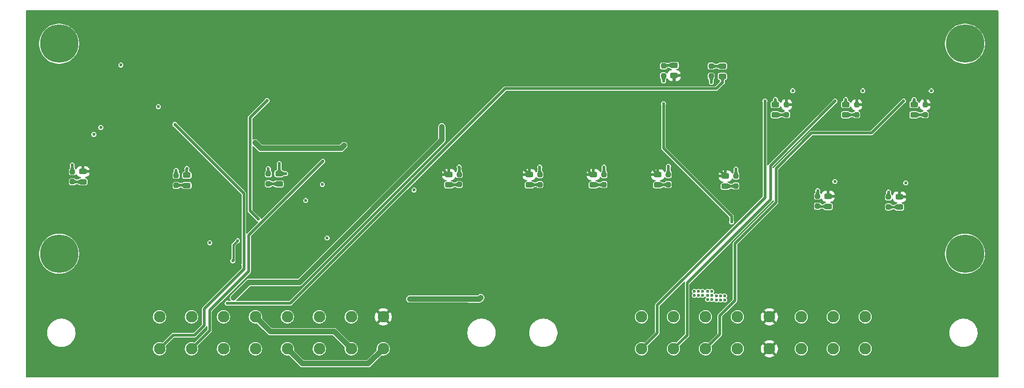
<source format=gbr>
%TF.GenerationSoftware,KiCad,Pcbnew,9.0.7*%
%TF.CreationDate,2026-02-13T14:31:20-08:00*%
%TF.ProjectId,Shutdown,53687574-646f-4776-9e2e-6b696361645f,rev?*%
%TF.SameCoordinates,Original*%
%TF.FileFunction,Copper,L4,Bot*%
%TF.FilePolarity,Positive*%
%FSLAX46Y46*%
G04 Gerber Fmt 4.6, Leading zero omitted, Abs format (unit mm)*
G04 Created by KiCad (PCBNEW 9.0.7) date 2026-02-13 14:31:20*
%MOMM*%
%LPD*%
G01*
G04 APERTURE LIST*
G04 Aperture macros list*
%AMRoundRect*
0 Rectangle with rounded corners*
0 $1 Rounding radius*
0 $2 $3 $4 $5 $6 $7 $8 $9 X,Y pos of 4 corners*
0 Add a 4 corners polygon primitive as box body*
4,1,4,$2,$3,$4,$5,$6,$7,$8,$9,$2,$3,0*
0 Add four circle primitives for the rounded corners*
1,1,$1+$1,$2,$3*
1,1,$1+$1,$4,$5*
1,1,$1+$1,$6,$7*
1,1,$1+$1,$8,$9*
0 Add four rect primitives between the rounded corners*
20,1,$1+$1,$2,$3,$4,$5,0*
20,1,$1+$1,$4,$5,$6,$7,0*
20,1,$1+$1,$6,$7,$8,$9,0*
20,1,$1+$1,$8,$9,$2,$3,0*%
G04 Aperture macros list end*
%TA.AperFunction,ComponentPad*%
%ADD10C,3.900000*%
%TD*%
%TA.AperFunction,ConnectorPad*%
%ADD11C,7.000000*%
%TD*%
%TA.AperFunction,ComponentPad*%
%ADD12C,2.108200*%
%TD*%
%TA.AperFunction,SMDPad,CuDef*%
%ADD13RoundRect,0.243750X-0.456250X0.243750X-0.456250X-0.243750X0.456250X-0.243750X0.456250X0.243750X0*%
%TD*%
%TA.AperFunction,SMDPad,CuDef*%
%ADD14RoundRect,0.237500X0.237500X-0.250000X0.237500X0.250000X-0.237500X0.250000X-0.237500X-0.250000X0*%
%TD*%
%TA.AperFunction,SMDPad,CuDef*%
%ADD15RoundRect,0.243750X0.456250X-0.243750X0.456250X0.243750X-0.456250X0.243750X-0.456250X-0.243750X0*%
%TD*%
%TA.AperFunction,SMDPad,CuDef*%
%ADD16RoundRect,0.237500X-0.237500X0.250000X-0.237500X-0.250000X0.237500X-0.250000X0.237500X0.250000X0*%
%TD*%
%TA.AperFunction,ViaPad*%
%ADD17C,0.600000*%
%TD*%
%TA.AperFunction,Conductor*%
%ADD18C,0.500000*%
%TD*%
%TA.AperFunction,Conductor*%
%ADD19C,0.381000*%
%TD*%
%TA.AperFunction,Conductor*%
%ADD20C,1.000000*%
%TD*%
G04 APERTURE END LIST*
D10*
%TO.P,MH2,1,1*%
%TO.N,unconnected-(MH2-Pad1)_1*%
X265817819Y-100638919D03*
D11*
%TO.N,unconnected-(MH2-Pad1)*%
X265817819Y-100638919D03*
%TD*%
D12*
%TO.P,J1,1,1*%
%TO.N,/BSPD-FAULT-VCU*%
X118574579Y-150577519D03*
%TO.P,J1,2,2*%
%TO.N,/BYPASS-BTN*%
X124416579Y-150577519D03*
%TO.P,J1,3,3*%
%TO.N,/HVILS-A*%
X130258579Y-150577519D03*
%TO.P,J1,4,4*%
%TO.N,/CRASH-SW-A*%
X136100579Y-150577519D03*
%TO.P,J1,5,5*%
%TO.N,/BOTS-B*%
X141942579Y-150577519D03*
%TO.P,J1,6,6*%
%TO.N,/SD-POWER*%
X147784579Y-150577519D03*
%TO.P,J1,7,7*%
X153626579Y-150577519D03*
%TO.P,J1,8,8*%
%TO.N,GND*%
X159468579Y-150577519D03*
%TO.P,J1,9,9*%
%TO.N,/BMS-FAULT*%
X118574579Y-156419519D03*
%TO.P,J1,10,10*%
%TO.N,/IMD-FAULT*%
X124416579Y-156419519D03*
%TO.P,J1,11,11*%
%TO.N,/BMS-FAULT-VCU-BUF*%
X130258579Y-156419519D03*
%TO.P,J1,12,12*%
%TO.N,/IMD-FAULT-VCU-BUF*%
X136100579Y-156419519D03*
%TO.P,J1,13,13*%
%TO.N,/BOTS-A*%
X141942579Y-156419519D03*
%TO.P,J1,14,14*%
%TO.N,/BOTS-B*%
X147784579Y-156419519D03*
%TO.P,J1,15,15*%
%TO.N,/CRASH-SW-A*%
X153626579Y-156419519D03*
%TO.P,J1,16,16*%
%TO.N,/BOTS-A*%
X159468579Y-156419519D03*
%TD*%
D10*
%TO.P,MH1,1,1*%
%TO.N,unconnected-(MH1-Pad1)_2*%
X100209819Y-100638919D03*
D11*
%TO.N,unconnected-(MH1-Pad1)*%
X100209819Y-100638919D03*
%TD*%
D12*
%TO.P,J2,1,1*%
%TO.N,/TRACTIVE-FAN-ON*%
X206687179Y-150577519D03*
%TO.P,J2,2,2*%
%TO.N,/ACCY-FAN-ON*%
X212529179Y-150577519D03*
%TO.P,J2,3,3*%
%TO.N,BATT+*%
X218371179Y-150577519D03*
%TO.P,J2,4,4*%
X224213179Y-150577519D03*
%TO.P,J2,5,5*%
%TO.N,GND*%
X230055179Y-150577519D03*
%TO.P,J2,6,6*%
%TO.N,unconnected-(J2-Pad6)*%
X235897179Y-150577519D03*
%TO.P,J2,7,7*%
%TO.N,unconnected-(J2-Pad7)*%
X241739179Y-150577519D03*
%TO.P,J2,8,8*%
%TO.N,unconnected-(J2-Pad8)*%
X247581179Y-150577519D03*
%TO.P,J2,9,9*%
%TO.N,/PRECHARGE-DEBUG*%
X206687179Y-156419519D03*
%TO.P,J2,10,10*%
%TO.N,/POS-AIRS-DEBUG*%
X212529179Y-156419519D03*
%TO.P,J2,11,11*%
%TO.N,/NEG-AIRS-DEBUG*%
X218371179Y-156419519D03*
%TO.P,J2,12,12*%
%TO.N,/TSSI-STATUS*%
X224213179Y-156419519D03*
%TO.P,J2,13,13*%
%TO.N,GND*%
X230055179Y-156419519D03*
%TO.P,J2,14,14*%
%TO.N,unconnected-(J2-Pad14)*%
X235897179Y-156419519D03*
%TO.P,J2,15,15*%
%TO.N,unconnected-(J2-Pad15)*%
X241739179Y-156419519D03*
%TO.P,J2,16,16*%
%TO.N,unconnected-(J2-Pad16)*%
X247581179Y-156419519D03*
%TD*%
D10*
%TO.P,MH3,1,1*%
%TO.N,unconnected-(MH3-Pad1)_2*%
X265817819Y-139043972D03*
D11*
%TO.N,unconnected-(MH3-Pad1)_1*%
X265817819Y-139043972D03*
%TD*%
D10*
%TO.P,MH4,1,1*%
%TO.N,unconnected-(MH4-Pad1)_1*%
X100209819Y-139043972D03*
D11*
%TO.N,unconnected-(MH4-Pad1)_2*%
X100209819Y-139043972D03*
%TD*%
D13*
%TO.P,D40,1,K*%
%TO.N,GND*%
X186160790Y-124568364D03*
%TO.P,D40,2,A*%
%TO.N,Net-(D40-A)*%
X186160790Y-126443364D03*
%TD*%
D14*
%TO.P,R77,1,1*%
%TO.N,Net-(D49-A)*%
X102654605Y-125870205D03*
%TO.P,R77,2,2*%
%TO.N,Net-(D47-A)*%
X102654605Y-124045205D03*
%TD*%
%TO.P,R68,1,1*%
%TO.N,Net-(D42-A)*%
X199818588Y-126385515D03*
%TO.P,R68,2,2*%
%TO.N,Net-(Q20-D)*%
X199818588Y-124560515D03*
%TD*%
%TO.P,R53,1,1*%
%TO.N,Net-(D36-A)*%
X223945087Y-126639515D03*
%TO.P,R53,2,2*%
%TO.N,/SD-POWER*%
X223945087Y-124814515D03*
%TD*%
%TO.P,R18,1,1*%
%TO.N,Net-(D10-K)*%
X258531499Y-113617507D03*
%TO.P,R18,2,2*%
%TO.N,GND*%
X258531499Y-111792507D03*
%TD*%
D15*
%TO.P,D2,1,K*%
%TO.N,Net-(D2-K)*%
X231164855Y-113640002D03*
%TO.P,D2,2,A*%
%TO.N,Net-(D1-A)*%
X231164855Y-111765002D03*
%TD*%
D13*
%TO.P,D42,1,K*%
%TO.N,GND*%
X197895291Y-124568364D03*
%TO.P,D42,2,A*%
%TO.N,Net-(D42-A)*%
X197895291Y-126443364D03*
%TD*%
%TO.P,D49,1,K*%
%TO.N,GND*%
X104572063Y-124002599D03*
%TO.P,D49,2,A*%
%TO.N,Net-(D49-A)*%
X104572063Y-125877599D03*
%TD*%
D14*
%TO.P,R44,1,1*%
%TO.N,Net-(D27-A)*%
X138463714Y-126247496D03*
%TO.P,R44,2,2*%
%TO.N,BATT+PROT*%
X138463714Y-124422496D03*
%TD*%
%TO.P,R66,1,1*%
%TO.N,Net-(D40-A)*%
X188087000Y-126388500D03*
%TO.P,R66,2,2*%
%TO.N,Net-(Q19-D)*%
X188087000Y-124563500D03*
%TD*%
%TO.P,R70,1,1*%
%TO.N,Net-(D44-A)*%
X211582000Y-126392360D03*
%TO.P,R70,2,2*%
%TO.N,Net-(Q21-D)*%
X211582000Y-124567360D03*
%TD*%
D15*
%TO.P,D6,1,K*%
%TO.N,/BYPASS-BTN*%
X221459969Y-106605082D03*
%TO.P,D6,2,A*%
%TO.N,Net-(D6-A)*%
X221459969Y-104730082D03*
%TD*%
D13*
%TO.P,D15,1,K*%
%TO.N,GND*%
X253853781Y-128643528D03*
%TO.P,D15,2,A*%
%TO.N,Net-(D15-A)*%
X253853781Y-130518528D03*
%TD*%
D16*
%TO.P,R11,1,1*%
%TO.N,Net-(D6-A)*%
X219427969Y-104730082D03*
%TO.P,R11,2,2*%
%TO.N,BATT+PROT*%
X219427969Y-106555082D03*
%TD*%
D14*
%TO.P,R27,1,1*%
%TO.N,Net-(D15-A)*%
X251824596Y-130485912D03*
%TO.P,R27,2,2*%
%TO.N,Net-(Q6-S)*%
X251824596Y-128660912D03*
%TD*%
%TO.P,R16,1,1*%
%TO.N,Net-(D8-K)*%
X246023855Y-113617507D03*
%TO.P,R16,2,2*%
%TO.N,GND*%
X246023855Y-111792507D03*
%TD*%
D13*
%TO.P,D36,1,K*%
%TO.N,GND*%
X222021790Y-124822364D03*
%TO.P,D36,2,A*%
%TO.N,Net-(D36-A)*%
X222021790Y-126697364D03*
%TD*%
D15*
%TO.P,D4,1,K*%
%TO.N,GND*%
X212633488Y-106462512D03*
%TO.P,D4,2,A*%
%TO.N,Net-(D4-A)*%
X212633488Y-104587512D03*
%TD*%
D13*
%TO.P,D38,1,K*%
%TO.N,GND*%
X171435625Y-124557816D03*
%TO.P,D38,2,A*%
%TO.N,Net-(D38-A)*%
X171435625Y-126432816D03*
%TD*%
%TO.P,D44,1,K*%
%TO.N,GND*%
X209658703Y-124575209D03*
%TO.P,D44,2,A*%
%TO.N,Net-(D44-A)*%
X209658703Y-126450209D03*
%TD*%
%TO.P,D13,1,K*%
%TO.N,GND*%
X240792000Y-128524000D03*
%TO.P,D13,2,A*%
%TO.N,Net-(D13-A)*%
X240792000Y-130399000D03*
%TD*%
D14*
%TO.P,R14,1,1*%
%TO.N,Net-(D2-K)*%
X233196855Y-113615002D03*
%TO.P,R14,2,2*%
%TO.N,GND*%
X233196855Y-111790002D03*
%TD*%
D13*
%TO.P,D23,1,K*%
%TO.N,Net-(D22-K)*%
X123564813Y-124680500D03*
%TO.P,D23,2,A*%
%TO.N,Net-(D23-A)*%
X123564813Y-126555500D03*
%TD*%
D15*
%TO.P,D10,1,K*%
%TO.N,Net-(D10-K)*%
X256502314Y-113634891D03*
%TO.P,D10,2,A*%
%TO.N,Net-(D10-A)*%
X256502314Y-111759891D03*
%TD*%
%TO.P,D8,1,K*%
%TO.N,Net-(D8-K)*%
X243994670Y-113634891D03*
%TO.P,D8,2,A*%
%TO.N,Net-(D7-A)*%
X243994670Y-111759891D03*
%TD*%
D16*
%TO.P,R9,1,1*%
%TO.N,Net-(D4-A)*%
X210698488Y-104698512D03*
%TO.P,R9,2,2*%
%TO.N,BATT+*%
X210698488Y-106523512D03*
%TD*%
D14*
%TO.P,R38,1,1*%
%TO.N,Net-(D23-A)*%
X121605750Y-126532531D03*
%TO.P,R38,2,2*%
%TO.N,BATT+PROT*%
X121605750Y-124707531D03*
%TD*%
D13*
%TO.P,D27,1,K*%
%TO.N,Net-(D26-K)*%
X140422777Y-124395465D03*
%TO.P,D27,2,A*%
%TO.N,Net-(D27-A)*%
X140422777Y-126270465D03*
%TD*%
D14*
%TO.P,R25,1,1*%
%TO.N,Net-(D13-A)*%
X238846021Y-130325500D03*
%TO.P,R25,2,2*%
%TO.N,Net-(Q5-S)*%
X238846021Y-128500500D03*
%TD*%
%TO.P,R64,1,1*%
%TO.N,Net-(D38-A)*%
X173357982Y-126375164D03*
%TO.P,R64,2,2*%
%TO.N,Net-(Q18-D)*%
X173357982Y-124550164D03*
%TD*%
D17*
%TO.N,GND*%
X221129213Y-123929787D03*
X252923789Y-106553000D03*
X134152777Y-123022223D03*
X212677570Y-107648570D03*
X233172000Y-110871000D03*
X254127000Y-127381000D03*
X221107000Y-140081000D03*
X208886089Y-123063000D03*
X160147000Y-132334000D03*
X248252039Y-123417995D03*
X227584000Y-106553000D03*
X102363981Y-114033517D03*
X106299000Y-108839000D03*
X197075089Y-123190000D03*
X185340588Y-123190000D03*
X157734000Y-122682000D03*
X146431000Y-131953000D03*
X145415000Y-115189000D03*
X240797770Y-127519644D03*
X117294765Y-123252279D03*
X149225000Y-134366000D03*
X235298039Y-123163995D03*
X155620251Y-129712251D03*
X213717500Y-141120500D03*
X240416145Y-106553000D03*
X140208000Y-139954000D03*
X136144000Y-142621000D03*
X246004145Y-110871000D03*
X104549395Y-122964395D03*
X258511789Y-110871000D03*
X170608588Y-123190000D03*
X145542000Y-121158000D03*
%TO.N,BATT+PROT*%
X165100000Y-127381000D03*
X145288000Y-129286000D03*
X242029039Y-125830995D03*
X148336000Y-126365000D03*
X221123903Y-146728188D03*
X118364000Y-112141000D03*
X221123903Y-147490188D03*
X221885903Y-147490188D03*
X138463714Y-123477714D03*
X219522006Y-146659268D03*
X247147145Y-109220000D03*
X218760006Y-146659268D03*
X219522006Y-147421268D03*
X219456000Y-107696000D03*
X111506000Y-104521000D03*
X234315000Y-109220000D03*
X220361903Y-146728188D03*
X216338999Y-146669542D03*
X220361903Y-147490188D03*
X254983039Y-126084995D03*
X127762000Y-137033000D03*
X106553000Y-117221000D03*
X149210421Y-136158579D03*
X216338999Y-145907542D03*
X221885903Y-146728188D03*
X107823000Y-115951000D03*
X217100999Y-146669542D03*
X259654789Y-109220000D03*
X121605750Y-123825000D03*
X218760006Y-145897268D03*
X217100999Y-145907542D03*
X218760006Y-147421268D03*
X217862999Y-145907542D03*
X217862999Y-146669542D03*
X219522006Y-145897268D03*
%TO.N,/BYPASS-BTN*%
X221459969Y-107667969D03*
X164973000Y-125603000D03*
X130937000Y-148082000D03*
%TO.N,/HVILS-A*%
X170180000Y-115824000D03*
X132080000Y-147066000D03*
%TO.N,/IMD-FAULT*%
X148404751Y-122115751D03*
%TO.N,/SD-POWER*%
X223945087Y-123571000D03*
X177292000Y-147066000D03*
X164325197Y-147307197D03*
%TO.N,/BMS-FAULT*%
X133985000Y-140970000D03*
X121368787Y-115379500D03*
%TO.N,BATT+*%
X223139000Y-133223000D03*
X210693000Y-111633000D03*
X210693000Y-107442000D03*
%TO.N,/POS-AIRS-DEBUG*%
X242062000Y-111125000D03*
%TO.N,/NEG-AIRS-DEBUG*%
X254586759Y-111096468D03*
%TO.N,/PRECHARGE-DEBUG*%
X229235000Y-111125000D03*
%TO.N,Net-(D1-A)*%
X231166581Y-110829651D03*
%TO.N,Net-(D7-A)*%
X243998726Y-110829651D03*
%TO.N,Net-(D10-A)*%
X256506370Y-110829651D03*
%TO.N,/IMD-Fault-Passthru/OUTPUT*%
X136017000Y-118745000D03*
X152273000Y-119253000D03*
%TO.N,Net-(D22-K)*%
X123571000Y-123444000D03*
%TO.N,Net-(D26-K)*%
X141605000Y-124395465D03*
X140462000Y-122555000D03*
%TO.N,Net-(D30-K)*%
X131953000Y-140335000D03*
X132842000Y-136652000D03*
%TO.N,Net-(D47-A)*%
X102616000Y-122809000D03*
%TO.N,Net-(Q5-S)*%
X238887000Y-127508000D03*
%TO.N,Net-(Q6-S)*%
X251841000Y-127762000D03*
%TO.N,/IMD-FAULT-VCU*%
X136652000Y-132715000D03*
X138231454Y-111035121D03*
%TO.N,Net-(Q18-D)*%
X173336588Y-123190000D03*
%TO.N,Net-(Q19-D)*%
X188068588Y-123190000D03*
%TO.N,Net-(Q20-D)*%
X199803089Y-123190000D03*
%TO.N,Net-(Q21-D)*%
X211614089Y-123063000D03*
%TD*%
D18*
%TO.N,GND*%
X233196855Y-110895855D02*
X233172000Y-110871000D01*
X246029000Y-110895855D02*
X246004145Y-110871000D01*
X185340588Y-123190000D02*
X185340588Y-123748162D01*
X258536644Y-110895855D02*
X258511789Y-110871000D01*
D19*
X240792000Y-127525414D02*
X240797770Y-127519644D01*
D18*
X208915000Y-123831506D02*
X208915000Y-123091911D01*
X197075089Y-124050089D02*
X197075089Y-123190000D01*
X258536644Y-111790002D02*
X258536644Y-110895855D01*
X197895291Y-124568364D02*
X197593364Y-124568364D01*
X171293816Y-124557816D02*
X170608588Y-123872588D01*
X246029000Y-111790002D02*
X246029000Y-110895855D01*
X209666552Y-124567360D02*
X209658703Y-124575209D01*
X104572063Y-122987063D02*
X104549395Y-122964395D01*
D19*
X253853781Y-127654219D02*
X254127000Y-127381000D01*
D18*
X233196855Y-111790002D02*
X233196855Y-110895855D01*
X222021790Y-124822364D02*
X221129213Y-123929787D01*
D19*
X253853781Y-128643528D02*
X253853781Y-127654219D01*
D18*
X209658703Y-124575209D02*
X208915000Y-123831506D01*
X212677570Y-107648570D02*
X212677570Y-106506594D01*
D19*
X240792000Y-128524000D02*
X240792000Y-127525414D01*
D18*
X185340588Y-123748162D02*
X186160790Y-124568364D01*
X170608588Y-123872588D02*
X170608588Y-123190000D01*
X171435625Y-124557816D02*
X171293816Y-124557816D01*
X197593364Y-124568364D02*
X197075089Y-124050089D01*
X208915000Y-123091911D02*
X208886089Y-123063000D01*
X212677570Y-106506594D02*
X212633488Y-106462512D01*
X104572063Y-124002599D02*
X104572063Y-122987063D01*
%TO.N,BATT+PROT*%
X121605750Y-124707531D02*
X121605750Y-123825000D01*
X219456000Y-107696000D02*
X219456000Y-106583113D01*
X138463714Y-123477714D02*
X138463714Y-124422496D01*
X219456000Y-106583113D02*
X219427969Y-106555082D01*
%TO.N,/BYPASS-BTN*%
X142494000Y-148082000D02*
X130937000Y-148082000D01*
X221459969Y-107667969D02*
X221459969Y-106605082D01*
X220345000Y-108839000D02*
X181737000Y-108839000D01*
X221459969Y-107724031D02*
X220345000Y-108839000D01*
X164973000Y-125603000D02*
X142494000Y-148082000D01*
X181737000Y-108839000D02*
X164973000Y-125603000D01*
X221459969Y-107667969D02*
X221459969Y-107724031D01*
D20*
%TO.N,/HVILS-A*%
X144145000Y-144272000D02*
X134874000Y-144272000D01*
X134874000Y-144272000D02*
X132080000Y-147066000D01*
X170180000Y-118237000D02*
X144145000Y-144272000D01*
X170180000Y-115824000D02*
X170180000Y-118237000D01*
%TO.N,/BOTS-A*%
X144654060Y-159131000D02*
X141942579Y-156419519D01*
X156757098Y-159131000D02*
X144654060Y-159131000D01*
X159468579Y-156419519D02*
X156757098Y-159131000D01*
%TO.N,/CRASH-SW-A*%
X150496060Y-153289000D02*
X153626579Y-156419519D01*
X136100579Y-150577519D02*
X138812060Y-153289000D01*
X138812060Y-153289000D02*
X150496060Y-153289000D01*
D18*
%TO.N,/IMD-FAULT*%
X134874000Y-142240000D02*
X127725879Y-149388121D01*
X134874000Y-135646502D02*
X134874000Y-142240000D01*
X127725879Y-153110219D02*
X124416579Y-156419519D01*
X127725879Y-149388121D02*
X127725879Y-153110219D01*
X148404751Y-122115751D02*
X134874000Y-135646502D01*
D20*
%TO.N,/SD-POWER*%
X177292000Y-147066000D02*
X177038000Y-147320000D01*
D18*
X223945087Y-124814515D02*
X223945087Y-123571000D01*
D20*
X174985706Y-147320000D02*
X174972903Y-147307197D01*
X174972903Y-147307197D02*
X164325197Y-147307197D01*
X177038000Y-147320000D02*
X174985706Y-147320000D01*
D18*
%TO.N,/BMS-FAULT*%
X121070098Y-153924000D02*
X118574579Y-156419519D01*
X121368787Y-115379500D02*
X133985000Y-127995713D01*
X133985000Y-127995713D02*
X133985000Y-140970000D01*
X133985000Y-140970000D02*
X133985000Y-141859000D01*
X126746000Y-149098000D02*
X126746000Y-152127600D01*
X133985000Y-141859000D02*
X126746000Y-149098000D01*
X126746000Y-152127600D02*
X124949600Y-153924000D01*
X124949600Y-153924000D02*
X121070098Y-153924000D01*
%TO.N,BATT+*%
X223139000Y-132207000D02*
X223139000Y-133223000D01*
X210693000Y-119761000D02*
X223139000Y-132207000D01*
X210698488Y-107436512D02*
X210693000Y-107442000D01*
X210698488Y-106523512D02*
X210698488Y-107436512D01*
X210664488Y-106557512D02*
X210698488Y-106523512D01*
X210693000Y-111633000D02*
X210693000Y-119761000D01*
%TO.N,/POS-AIRS-DEBUG*%
X215011000Y-153937698D02*
X212529179Y-156419519D01*
X215011000Y-144399000D02*
X215011000Y-153937698D01*
X230251000Y-129159000D02*
X215011000Y-144399000D01*
X242062000Y-111125000D02*
X230251000Y-122936000D01*
X230251000Y-122936000D02*
X230251000Y-129159000D01*
%TO.N,/NEG-AIRS-DEBUG*%
X237744000Y-116967000D02*
X231267000Y-123444000D01*
X248716227Y-116967000D02*
X237744000Y-116967000D01*
X254586759Y-111096468D02*
X248716227Y-116967000D01*
X231267000Y-129667000D02*
X223774000Y-137160000D01*
X220980000Y-150368000D02*
X220980000Y-153810698D01*
X231267000Y-123444000D02*
X231267000Y-129667000D01*
X223774000Y-137160000D02*
X223774000Y-147574000D01*
X220980000Y-153810698D02*
X218371179Y-156419519D01*
X223774000Y-147574000D02*
X220980000Y-150368000D01*
%TO.N,/PRECHARGE-DEBUG*%
X209550000Y-153556698D02*
X206687179Y-156419519D01*
X229235000Y-111125000D02*
X229235000Y-128778000D01*
X229235000Y-128778000D02*
X209550000Y-148463000D01*
X209550000Y-148463000D02*
X209550000Y-153556698D01*
%TO.N,Net-(D1-A)*%
X231164855Y-111765002D02*
X231164855Y-110831377D01*
X231164855Y-110831377D02*
X231166581Y-110829651D01*
%TO.N,Net-(D2-K)*%
X233171855Y-113640002D02*
X233196855Y-113615002D01*
X231164855Y-113640002D02*
X233171855Y-113640002D01*
%TO.N,Net-(D4-A)*%
X210809488Y-104587512D02*
X210698488Y-104698512D01*
X212633488Y-104587512D02*
X210809488Y-104587512D01*
%TO.N,Net-(D6-A)*%
X221459969Y-104730082D02*
X219427969Y-104730082D01*
%TO.N,Net-(D7-A)*%
X243997000Y-111765002D02*
X243997000Y-110831377D01*
X243997000Y-110831377D02*
X243998726Y-110829651D01*
%TO.N,Net-(D8-K)*%
X243997000Y-113640002D02*
X246004000Y-113640002D01*
X246006471Y-113634891D02*
X246023855Y-113617507D01*
X246004000Y-113640002D02*
X246029000Y-113615002D01*
X243994670Y-113634891D02*
X246006471Y-113634891D01*
%TO.N,Net-(D10-A)*%
X256504644Y-110831377D02*
X256506370Y-110829651D01*
X256504644Y-111765002D02*
X256504644Y-110831377D01*
%TO.N,Net-(D10-K)*%
X256504644Y-113640002D02*
X258511644Y-113640002D01*
X258514115Y-113634891D02*
X258531499Y-113617507D01*
X256502314Y-113634891D02*
X258514115Y-113634891D01*
X258511644Y-113640002D02*
X258536644Y-113615002D01*
D19*
%TO.N,Net-(D13-A)*%
X240792000Y-130399000D02*
X238919521Y-130399000D01*
X238919521Y-130399000D02*
X238846021Y-130325500D01*
%TO.N,Net-(D15-A)*%
X253853781Y-130518528D02*
X251857212Y-130518528D01*
X251857212Y-130518528D02*
X251824596Y-130485912D01*
D20*
%TO.N,/IMD-Fault-Passthru/OUTPUT*%
X152273000Y-119253000D02*
X151765000Y-119761000D01*
X151765000Y-119761000D02*
X137033000Y-119761000D01*
X137033000Y-119761000D02*
X136017000Y-118745000D01*
D18*
%TO.N,Net-(D22-K)*%
X123564813Y-123450187D02*
X123571000Y-123444000D01*
X123564813Y-124680500D02*
X123564813Y-123450187D01*
%TO.N,Net-(D23-A)*%
X121605750Y-126532531D02*
X123541844Y-126532531D01*
X123541844Y-126532531D02*
X123564813Y-126555500D01*
%TO.N,Net-(D26-K)*%
X141605000Y-124395465D02*
X140422777Y-124395465D01*
X140462000Y-122555000D02*
X140462000Y-124356242D01*
X140462000Y-124356242D02*
X140422777Y-124395465D01*
%TO.N,Net-(D27-A)*%
X138463714Y-126247496D02*
X140399808Y-126247496D01*
X140399808Y-126247496D02*
X140422777Y-126270465D01*
D19*
%TO.N,Net-(D30-K)*%
X132080000Y-137414000D02*
X132842000Y-136652000D01*
X131953000Y-140335000D02*
X132080000Y-140208000D01*
X132080000Y-140208000D02*
X132080000Y-137414000D01*
D18*
%TO.N,Net-(D36-A)*%
X223887238Y-126697364D02*
X223945087Y-126639515D01*
X222021790Y-126697364D02*
X223887238Y-126697364D01*
%TO.N,Net-(D38-A)*%
X171435625Y-126432816D02*
X173300330Y-126432816D01*
X173300330Y-126432816D02*
X173357982Y-126375164D01*
%TO.N,Net-(D40-A)*%
X188087000Y-126388500D02*
X186215654Y-126388500D01*
X186215654Y-126388500D02*
X186160790Y-126443364D01*
%TO.N,Net-(D42-A)*%
X197895291Y-126443364D02*
X199760739Y-126443364D01*
X199760739Y-126443364D02*
X199818588Y-126385515D01*
%TO.N,Net-(D44-A)*%
X209709828Y-126457054D02*
X209701979Y-126464903D01*
X211524151Y-126450209D02*
X211582000Y-126392360D01*
X209658703Y-126450209D02*
X211524151Y-126450209D01*
%TO.N,Net-(D47-A)*%
X102616000Y-122809000D02*
X102616000Y-124006600D01*
X102616000Y-124006600D02*
X102654605Y-124045205D01*
%TO.N,Net-(D49-A)*%
X102661999Y-125877599D02*
X102654605Y-125870205D01*
X104572063Y-125877599D02*
X102661999Y-125877599D01*
D19*
%TO.N,Net-(Q5-S)*%
X238887000Y-127508000D02*
X238887000Y-128459521D01*
X238887000Y-128459521D02*
X238846021Y-128500500D01*
%TO.N,Net-(Q6-S)*%
X251824596Y-127778404D02*
X251841000Y-127762000D01*
X251824596Y-128660912D02*
X251824596Y-127778404D01*
D18*
X251844451Y-128638417D02*
X251819451Y-128663417D01*
%TO.N,/IMD-FAULT-VCU*%
X135113600Y-114152975D02*
X135113600Y-131176600D01*
X138231454Y-111035121D02*
X135113600Y-114152975D01*
X135113600Y-131176600D02*
X136652000Y-132715000D01*
%TO.N,Net-(Q18-D)*%
X173357982Y-124550164D02*
X173357982Y-123211394D01*
X173357982Y-123211394D02*
X173336588Y-123190000D01*
%TO.N,Net-(Q19-D)*%
X188068588Y-124545088D02*
X188087000Y-124563500D01*
X188068588Y-123190000D02*
X188068588Y-124545088D01*
%TO.N,Net-(Q20-D)*%
X199818588Y-123205499D02*
X199803089Y-123190000D01*
X199818588Y-124560515D02*
X199818588Y-123205499D01*
%TO.N,Net-(Q21-D)*%
X211582000Y-123095089D02*
X211614089Y-123063000D01*
X211582000Y-124567360D02*
X211582000Y-123095089D01*
%TD*%
%TA.AperFunction,Conductor*%
%TO.N,Net-(Q19-D)*%
G36*
X188317540Y-123699427D02*
G01*
X188320671Y-123705086D01*
X188408432Y-124087930D01*
X188406941Y-124096759D01*
X188406685Y-124097150D01*
X188096266Y-124550953D01*
X188088767Y-124555846D01*
X188080003Y-124554004D01*
X188077217Y-124551324D01*
X187747672Y-124107479D01*
X187745493Y-124098794D01*
X187745545Y-124098471D01*
X187816844Y-123705611D01*
X187821693Y-123698082D01*
X187828356Y-123696000D01*
X188309267Y-123696000D01*
X188317540Y-123699427D01*
G37*
%TD.AperFunction*%
%TD*%
%TA.AperFunction,Conductor*%
%TO.N,Net-(Q5-S)*%
G36*
X239077031Y-127636427D02*
G01*
X239079978Y-127641384D01*
X239198563Y-128042583D01*
X239197622Y-128051488D01*
X239196561Y-128053105D01*
X238856077Y-128488635D01*
X238848281Y-128493042D01*
X238839653Y-128490647D01*
X238837072Y-128487840D01*
X238552274Y-128053105D01*
X238538881Y-128032661D01*
X238537215Y-128023864D01*
X238537832Y-128021842D01*
X238693529Y-127640279D01*
X238699828Y-127633914D01*
X238704362Y-127633000D01*
X239068758Y-127633000D01*
X239077031Y-127636427D01*
G37*
%TD.AperFunction*%
%TD*%
%TA.AperFunction,Conductor*%
%TO.N,Net-(D6-A)*%
G36*
X220785061Y-104390698D02*
G01*
X221389844Y-104694369D01*
X221440145Y-104719626D01*
X221446001Y-104726401D01*
X221445351Y-104735332D01*
X221440145Y-104740538D01*
X220785062Y-105069464D01*
X220777278Y-105070430D01*
X220379135Y-104982115D01*
X220371801Y-104976978D01*
X220369969Y-104970693D01*
X220369969Y-104489470D01*
X220373396Y-104481197D01*
X220379132Y-104478049D01*
X220777279Y-104389733D01*
X220785061Y-104390698D01*
G37*
%TD.AperFunction*%
%TD*%
%TA.AperFunction,Conductor*%
%TO.N,GND*%
G36*
X271789322Y-94543545D02*
G01*
X271856359Y-94563230D01*
X271902113Y-94616034D01*
X271913319Y-94667545D01*
X271913319Y-161525472D01*
X271893634Y-161592511D01*
X271840830Y-161638266D01*
X271789319Y-161649472D01*
X94238319Y-161649472D01*
X94171280Y-161629787D01*
X94125525Y-161576983D01*
X94114319Y-161525472D01*
X94114319Y-156324526D01*
X117367579Y-156324526D01*
X117367579Y-156514512D01*
X117382439Y-156608335D01*
X117397300Y-156702160D01*
X117456006Y-156882843D01*
X117456007Y-156882846D01*
X117479806Y-156929553D01*
X117542260Y-157052125D01*
X117653931Y-157205827D01*
X117788271Y-157340167D01*
X117941973Y-157451838D01*
X118024999Y-157494141D01*
X118111251Y-157538090D01*
X118111254Y-157538091D01*
X118201595Y-157567444D01*
X118291939Y-157596798D01*
X118479586Y-157626519D01*
X118479587Y-157626519D01*
X118669571Y-157626519D01*
X118669572Y-157626519D01*
X118857219Y-157596798D01*
X119037906Y-157538090D01*
X119207185Y-157451838D01*
X119360887Y-157340167D01*
X119495227Y-157205827D01*
X119606898Y-157052125D01*
X119693150Y-156882846D01*
X119751858Y-156702159D01*
X119781579Y-156514512D01*
X119781579Y-156324526D01*
X119751858Y-156136879D01*
X119695672Y-155963957D01*
X119693678Y-155894117D01*
X119725921Y-155837961D01*
X121200666Y-154363219D01*
X121261989Y-154329734D01*
X121288347Y-154326900D01*
X124896553Y-154326900D01*
X124896557Y-154326901D01*
X125002643Y-154326901D01*
X125083458Y-154305245D01*
X125105114Y-154299443D01*
X125196987Y-154246401D01*
X125272001Y-154171387D01*
X125272001Y-154171385D01*
X125280899Y-154162488D01*
X125280907Y-154162477D01*
X126993382Y-152450003D01*
X126993387Y-152450001D01*
X127068401Y-152374987D01*
X127097157Y-152325178D01*
X127104348Y-152316687D01*
X127124601Y-152303342D01*
X127142157Y-152286603D01*
X127153255Y-152284463D01*
X127162693Y-152278246D01*
X127186945Y-152277970D01*
X127210764Y-152273379D01*
X127221256Y-152277579D01*
X127232558Y-152277451D01*
X127253110Y-152290331D01*
X127275629Y-152299346D01*
X127282184Y-152308551D01*
X127291762Y-152314554D01*
X127302089Y-152336503D01*
X127316158Y-152356260D01*
X127318813Y-152372048D01*
X127321508Y-152377776D01*
X127320746Y-152383540D01*
X127322979Y-152396818D01*
X127322979Y-152891970D01*
X127303294Y-152959009D01*
X127286660Y-152979651D01*
X124998137Y-155268173D01*
X124936814Y-155301658D01*
X124872139Y-155298423D01*
X124699221Y-155242240D01*
X124699222Y-155242240D01*
X124555439Y-155219467D01*
X124511572Y-155212519D01*
X124321586Y-155212519D01*
X124277719Y-155219467D01*
X124133937Y-155242240D01*
X123953254Y-155300946D01*
X123953251Y-155300947D01*
X123783972Y-155387200D01*
X123696280Y-155450912D01*
X123630271Y-155498871D01*
X123630269Y-155498873D01*
X123630268Y-155498873D01*
X123495933Y-155633208D01*
X123495933Y-155633209D01*
X123495931Y-155633211D01*
X123483612Y-155650167D01*
X123384260Y-155786912D01*
X123298007Y-155956191D01*
X123298006Y-155956194D01*
X123239300Y-156136877D01*
X123239300Y-156136879D01*
X123209579Y-156324526D01*
X123209579Y-156514512D01*
X123224439Y-156608335D01*
X123239300Y-156702160D01*
X123298006Y-156882843D01*
X123298007Y-156882846D01*
X123321806Y-156929553D01*
X123384260Y-157052125D01*
X123495931Y-157205827D01*
X123630271Y-157340167D01*
X123783973Y-157451838D01*
X123866999Y-157494141D01*
X123953251Y-157538090D01*
X123953254Y-157538091D01*
X124043595Y-157567444D01*
X124133939Y-157596798D01*
X124321586Y-157626519D01*
X124321587Y-157626519D01*
X124511571Y-157626519D01*
X124511572Y-157626519D01*
X124699219Y-157596798D01*
X124879906Y-157538090D01*
X125049185Y-157451838D01*
X125202887Y-157340167D01*
X125337227Y-157205827D01*
X125448898Y-157052125D01*
X125535150Y-156882846D01*
X125593858Y-156702159D01*
X125623579Y-156514512D01*
X125623579Y-156324526D01*
X129051579Y-156324526D01*
X129051579Y-156514512D01*
X129066439Y-156608335D01*
X129081300Y-156702160D01*
X129140006Y-156882843D01*
X129140007Y-156882846D01*
X129163806Y-156929553D01*
X129226260Y-157052125D01*
X129337931Y-157205827D01*
X129472271Y-157340167D01*
X129625973Y-157451838D01*
X129708999Y-157494141D01*
X129795251Y-157538090D01*
X129795254Y-157538091D01*
X129885595Y-157567444D01*
X129975939Y-157596798D01*
X130163586Y-157626519D01*
X130163587Y-157626519D01*
X130353571Y-157626519D01*
X130353572Y-157626519D01*
X130541219Y-157596798D01*
X130721906Y-157538090D01*
X130891185Y-157451838D01*
X131044887Y-157340167D01*
X131179227Y-157205827D01*
X131290898Y-157052125D01*
X131377150Y-156882846D01*
X131435858Y-156702159D01*
X131465579Y-156514512D01*
X131465579Y-156324526D01*
X134893579Y-156324526D01*
X134893579Y-156514512D01*
X134908439Y-156608335D01*
X134923300Y-156702160D01*
X134982006Y-156882843D01*
X134982007Y-156882846D01*
X135005806Y-156929553D01*
X135068260Y-157052125D01*
X135179931Y-157205827D01*
X135314271Y-157340167D01*
X135467973Y-157451838D01*
X135550999Y-157494141D01*
X135637251Y-157538090D01*
X135637254Y-157538091D01*
X135727595Y-157567444D01*
X135817939Y-157596798D01*
X136005586Y-157626519D01*
X136005587Y-157626519D01*
X136195571Y-157626519D01*
X136195572Y-157626519D01*
X136383219Y-157596798D01*
X136563906Y-157538090D01*
X136733185Y-157451838D01*
X136886887Y-157340167D01*
X137021227Y-157205827D01*
X137132898Y-157052125D01*
X137219150Y-156882846D01*
X137277858Y-156702159D01*
X137307579Y-156514512D01*
X137307579Y-156324526D01*
X140735579Y-156324526D01*
X140735579Y-156514512D01*
X140750439Y-156608335D01*
X140765300Y-156702160D01*
X140824006Y-156882843D01*
X140824007Y-156882846D01*
X140847806Y-156929553D01*
X140910260Y-157052125D01*
X141021931Y-157205827D01*
X141156271Y-157340167D01*
X141309973Y-157451838D01*
X141392999Y-157494141D01*
X141479251Y-157538090D01*
X141479254Y-157538091D01*
X141569595Y-157567444D01*
X141659939Y-157596798D01*
X141847586Y-157626519D01*
X141847587Y-157626519D01*
X142037570Y-157626519D01*
X142037572Y-157626519D01*
X142138037Y-157610606D01*
X142207331Y-157619560D01*
X142245117Y-157645398D01*
X144237857Y-159638138D01*
X144237860Y-159638140D01*
X144344796Y-159709592D01*
X144463616Y-159758809D01*
X144463620Y-159758809D01*
X144463621Y-159758810D01*
X144589752Y-159783900D01*
X144589755Y-159783900D01*
X156821405Y-159783900D01*
X156906263Y-159767019D01*
X156947542Y-159758809D01*
X157066362Y-159709592D01*
X157173298Y-159638141D01*
X159166041Y-157645395D01*
X159227362Y-157611912D01*
X159273113Y-157610605D01*
X159373586Y-157626519D01*
X159373588Y-157626519D01*
X159563571Y-157626519D01*
X159563572Y-157626519D01*
X159751219Y-157596798D01*
X159931906Y-157538090D01*
X160101185Y-157451838D01*
X160254887Y-157340167D01*
X160389227Y-157205827D01*
X160500898Y-157052125D01*
X160587150Y-156882846D01*
X160645858Y-156702159D01*
X160675579Y-156514512D01*
X160675579Y-156324526D01*
X205480179Y-156324526D01*
X205480179Y-156514512D01*
X205495039Y-156608335D01*
X205509900Y-156702160D01*
X205568606Y-156882843D01*
X205568607Y-156882846D01*
X205592406Y-156929553D01*
X205654860Y-157052125D01*
X205766531Y-157205827D01*
X205900871Y-157340167D01*
X206054573Y-157451838D01*
X206137599Y-157494141D01*
X206223851Y-157538090D01*
X206223854Y-157538091D01*
X206314195Y-157567444D01*
X206404539Y-157596798D01*
X206592186Y-157626519D01*
X206592187Y-157626519D01*
X206782171Y-157626519D01*
X206782172Y-157626519D01*
X206969819Y-157596798D01*
X207150506Y-157538090D01*
X207319785Y-157451838D01*
X207473487Y-157340167D01*
X207607827Y-157205827D01*
X207719498Y-157052125D01*
X207805750Y-156882846D01*
X207864458Y-156702159D01*
X207894179Y-156514512D01*
X207894179Y-156324526D01*
X207864458Y-156136879D01*
X207808272Y-155963957D01*
X207806278Y-155894117D01*
X207838521Y-155837961D01*
X209788477Y-153888005D01*
X209788488Y-153887997D01*
X209797385Y-153879099D01*
X209797387Y-153879099D01*
X209872401Y-153804085D01*
X209925443Y-153712212D01*
X209931311Y-153690312D01*
X209952901Y-153609741D01*
X209952901Y-153503655D01*
X209952900Y-153503651D01*
X209952900Y-150482526D01*
X211322179Y-150482526D01*
X211322179Y-150672512D01*
X211337039Y-150766335D01*
X211351900Y-150860160D01*
X211410606Y-151040843D01*
X211410607Y-151040846D01*
X211447092Y-151112450D01*
X211496860Y-151210125D01*
X211608531Y-151363827D01*
X211742871Y-151498167D01*
X211896573Y-151609838D01*
X211979599Y-151652141D01*
X212065851Y-151696090D01*
X212065854Y-151696091D01*
X212156195Y-151725444D01*
X212246539Y-151754798D01*
X212434186Y-151784519D01*
X212434187Y-151784519D01*
X212624171Y-151784519D01*
X212624172Y-151784519D01*
X212811819Y-151754798D01*
X212992506Y-151696090D01*
X213161785Y-151609838D01*
X213315487Y-151498167D01*
X213449827Y-151363827D01*
X213561498Y-151210125D01*
X213647750Y-151040846D01*
X213706458Y-150860159D01*
X213736179Y-150672512D01*
X213736179Y-150482526D01*
X213706458Y-150294879D01*
X213649837Y-150120615D01*
X213647751Y-150114194D01*
X213647750Y-150114191D01*
X213561497Y-149944912D01*
X213449827Y-149791211D01*
X213315487Y-149656871D01*
X213161785Y-149545200D01*
X212992506Y-149458947D01*
X212992503Y-149458946D01*
X212811820Y-149400240D01*
X212717995Y-149385379D01*
X212624172Y-149370519D01*
X212434186Y-149370519D01*
X212371637Y-149380426D01*
X212246537Y-149400240D01*
X212065854Y-149458946D01*
X212065851Y-149458947D01*
X211896572Y-149545200D01*
X211812381Y-149606369D01*
X211742871Y-149656871D01*
X211742869Y-149656873D01*
X211742868Y-149656873D01*
X211608533Y-149791208D01*
X211608533Y-149791209D01*
X211608531Y-149791211D01*
X211596212Y-149808167D01*
X211496860Y-149944912D01*
X211410607Y-150114191D01*
X211410606Y-150114194D01*
X211351900Y-150294877D01*
X211326507Y-150455203D01*
X211322179Y-150482526D01*
X209952900Y-150482526D01*
X209952900Y-148681247D01*
X209972585Y-148614208D01*
X209989214Y-148593571D01*
X214416765Y-144166020D01*
X214478087Y-144132536D01*
X214547779Y-144137520D01*
X214603712Y-144179392D01*
X214628129Y-144244856D01*
X214627858Y-144265753D01*
X214626864Y-144275926D01*
X214608099Y-144345957D01*
X214608099Y-144452043D01*
X214608100Y-144452046D01*
X214608100Y-144468084D01*
X214608100Y-153719449D01*
X214588415Y-153786488D01*
X214571781Y-153807130D01*
X213110737Y-155268173D01*
X213049414Y-155301658D01*
X212984739Y-155298423D01*
X212811821Y-155242240D01*
X212811822Y-155242240D01*
X212668039Y-155219467D01*
X212624172Y-155212519D01*
X212434186Y-155212519D01*
X212390319Y-155219467D01*
X212246537Y-155242240D01*
X212065854Y-155300946D01*
X212065851Y-155300947D01*
X211896572Y-155387200D01*
X211808880Y-155450912D01*
X211742871Y-155498871D01*
X211742869Y-155498873D01*
X211742868Y-155498873D01*
X211608533Y-155633208D01*
X211608533Y-155633209D01*
X211608531Y-155633211D01*
X211596212Y-155650167D01*
X211496860Y-155786912D01*
X211410607Y-155956191D01*
X211410606Y-155956194D01*
X211351900Y-156136877D01*
X211351900Y-156136879D01*
X211322179Y-156324526D01*
X211322179Y-156514512D01*
X211337039Y-156608335D01*
X211351900Y-156702160D01*
X211410606Y-156882843D01*
X211410607Y-156882846D01*
X211434406Y-156929553D01*
X211496860Y-157052125D01*
X211608531Y-157205827D01*
X211742871Y-157340167D01*
X211896573Y-157451838D01*
X211979599Y-157494141D01*
X212065851Y-157538090D01*
X212065854Y-157538091D01*
X212156195Y-157567444D01*
X212246539Y-157596798D01*
X212434186Y-157626519D01*
X212434187Y-157626519D01*
X212624171Y-157626519D01*
X212624172Y-157626519D01*
X212811819Y-157596798D01*
X212992506Y-157538090D01*
X213161785Y-157451838D01*
X213315487Y-157340167D01*
X213449827Y-157205827D01*
X213561498Y-157052125D01*
X213647750Y-156882846D01*
X213706458Y-156702159D01*
X213736179Y-156514512D01*
X213736179Y-156324526D01*
X213706458Y-156136879D01*
X213650272Y-155963957D01*
X213648278Y-155894117D01*
X213680521Y-155837961D01*
X215249477Y-154269005D01*
X215249488Y-154268997D01*
X215258385Y-154260099D01*
X215258387Y-154260099D01*
X215333401Y-154185085D01*
X215386443Y-154093212D01*
X215395856Y-154058084D01*
X215413901Y-153990741D01*
X215413901Y-153884655D01*
X215413900Y-153884651D01*
X215413900Y-150482526D01*
X217164179Y-150482526D01*
X217164179Y-150672512D01*
X217179039Y-150766335D01*
X217193900Y-150860160D01*
X217252606Y-151040843D01*
X217252607Y-151040846D01*
X217289092Y-151112450D01*
X217338860Y-151210125D01*
X217450531Y-151363827D01*
X217584871Y-151498167D01*
X217738573Y-151609838D01*
X217821599Y-151652141D01*
X217907851Y-151696090D01*
X217907854Y-151696091D01*
X217998195Y-151725444D01*
X218088539Y-151754798D01*
X218276186Y-151784519D01*
X218276187Y-151784519D01*
X218466171Y-151784519D01*
X218466172Y-151784519D01*
X218653819Y-151754798D01*
X218834506Y-151696090D01*
X219003785Y-151609838D01*
X219157487Y-151498167D01*
X219291827Y-151363827D01*
X219403498Y-151210125D01*
X219489750Y-151040846D01*
X219548458Y-150860159D01*
X219578179Y-150672512D01*
X219578179Y-150482526D01*
X219548458Y-150294879D01*
X219491837Y-150120615D01*
X219489751Y-150114194D01*
X219489750Y-150114191D01*
X219403497Y-149944912D01*
X219291827Y-149791211D01*
X219157487Y-149656871D01*
X219003785Y-149545200D01*
X218834506Y-149458947D01*
X218834503Y-149458946D01*
X218653820Y-149400240D01*
X218559995Y-149385379D01*
X218466172Y-149370519D01*
X218276186Y-149370519D01*
X218213637Y-149380426D01*
X218088537Y-149400240D01*
X217907854Y-149458946D01*
X217907851Y-149458947D01*
X217738572Y-149545200D01*
X217654381Y-149606369D01*
X217584871Y-149656871D01*
X217584869Y-149656873D01*
X217584868Y-149656873D01*
X217450533Y-149791208D01*
X217450533Y-149791209D01*
X217450531Y-149791211D01*
X217438212Y-149808167D01*
X217338860Y-149944912D01*
X217252607Y-150114191D01*
X217252606Y-150114194D01*
X217193900Y-150294877D01*
X217168507Y-150455203D01*
X217164179Y-150482526D01*
X215413900Y-150482526D01*
X215413900Y-145847917D01*
X215886099Y-145847917D01*
X215886099Y-145967166D01*
X215916963Y-146082356D01*
X215946776Y-146133992D01*
X215976589Y-146185629D01*
X215976592Y-146185632D01*
X215991822Y-146200863D01*
X216025306Y-146262187D01*
X216020320Y-146331878D01*
X215991822Y-146376221D01*
X215976592Y-146391451D01*
X215976589Y-146391455D01*
X215916963Y-146494727D01*
X215886099Y-146609917D01*
X215886099Y-146729166D01*
X215916963Y-146844356D01*
X215934981Y-146875563D01*
X215976589Y-146947629D01*
X216060912Y-147031952D01*
X216150347Y-147083588D01*
X216162488Y-147090598D01*
X216164186Y-147091578D01*
X216279374Y-147122442D01*
X216279376Y-147122442D01*
X216398622Y-147122442D01*
X216398624Y-147122442D01*
X216513812Y-147091578D01*
X216617086Y-147031952D01*
X216632318Y-147016720D01*
X216693641Y-146983235D01*
X216763333Y-146988219D01*
X216807680Y-147016720D01*
X216822912Y-147031952D01*
X216912347Y-147083588D01*
X216924488Y-147090598D01*
X216926186Y-147091578D01*
X217041374Y-147122442D01*
X217041376Y-147122442D01*
X217160622Y-147122442D01*
X217160624Y-147122442D01*
X217275812Y-147091578D01*
X217379086Y-147031952D01*
X217394318Y-147016720D01*
X217455641Y-146983235D01*
X217525333Y-146988219D01*
X217569680Y-147016720D01*
X217584912Y-147031952D01*
X217674347Y-147083588D01*
X217686488Y-147090598D01*
X217688186Y-147091578D01*
X217803374Y-147122442D01*
X217803376Y-147122442D01*
X217922622Y-147122442D01*
X217922624Y-147122442D01*
X218037812Y-147091578D01*
X218141086Y-147031952D01*
X218225409Y-146947629D01*
X218225411Y-146947624D01*
X218228957Y-146944079D01*
X218236906Y-146939738D01*
X218242334Y-146932489D01*
X218267089Y-146923257D01*
X218290280Y-146910594D01*
X218299313Y-146911239D01*
X218307800Y-146908075D01*
X218333620Y-146913693D01*
X218359972Y-146915578D01*
X218369027Y-146921398D01*
X218376072Y-146922931D01*
X218404325Y-146944084D01*
X218412832Y-146952592D01*
X218446314Y-147013917D01*
X218441325Y-147083608D01*
X218412829Y-147127947D01*
X218397599Y-147143177D01*
X218397596Y-147143181D01*
X218337970Y-147246453D01*
X218307106Y-147361643D01*
X218307106Y-147480892D01*
X218337970Y-147596082D01*
X218355846Y-147627043D01*
X218397596Y-147699355D01*
X218481919Y-147783678D01*
X218585193Y-147843304D01*
X218700381Y-147874168D01*
X218700383Y-147874168D01*
X218819629Y-147874168D01*
X218819631Y-147874168D01*
X218934819Y-147843304D01*
X219038093Y-147783678D01*
X219053325Y-147768446D01*
X219114648Y-147734961D01*
X219184340Y-147739945D01*
X219228687Y-147768446D01*
X219243919Y-147783678D01*
X219347193Y-147843304D01*
X219462381Y-147874168D01*
X219462383Y-147874168D01*
X219581629Y-147874168D01*
X219581631Y-147874168D01*
X219696819Y-147843304D01*
X219800093Y-147783678D01*
X219819815Y-147763955D01*
X219881134Y-147730472D01*
X219950825Y-147735455D01*
X219995175Y-147763957D01*
X219999492Y-147768274D01*
X219999493Y-147768275D01*
X220083816Y-147852598D01*
X220187090Y-147912224D01*
X220302278Y-147943088D01*
X220302280Y-147943088D01*
X220421526Y-147943088D01*
X220421528Y-147943088D01*
X220536716Y-147912224D01*
X220639990Y-147852598D01*
X220655222Y-147837366D01*
X220716545Y-147803881D01*
X220786237Y-147808865D01*
X220830584Y-147837366D01*
X220845816Y-147852598D01*
X220949090Y-147912224D01*
X221064278Y-147943088D01*
X221064280Y-147943088D01*
X221183526Y-147943088D01*
X221183528Y-147943088D01*
X221298716Y-147912224D01*
X221401990Y-147852598D01*
X221417222Y-147837366D01*
X221478545Y-147803881D01*
X221548237Y-147808865D01*
X221592584Y-147837366D01*
X221607816Y-147852598D01*
X221711090Y-147912224D01*
X221826278Y-147943088D01*
X221826280Y-147943088D01*
X221945526Y-147943088D01*
X221945528Y-147943088D01*
X222060716Y-147912224D01*
X222163990Y-147852598D01*
X222248313Y-147768275D01*
X222307939Y-147665001D01*
X222338803Y-147549813D01*
X222338803Y-147430563D01*
X222307939Y-147315375D01*
X222248313Y-147212101D01*
X222233081Y-147196869D01*
X222199596Y-147135546D01*
X222204580Y-147065854D01*
X222233081Y-147021507D01*
X222240671Y-147013917D01*
X222248313Y-147006275D01*
X222307939Y-146903001D01*
X222338803Y-146787813D01*
X222338803Y-146668563D01*
X222307939Y-146553375D01*
X222248313Y-146450101D01*
X222163990Y-146365778D01*
X222105274Y-146331878D01*
X222060717Y-146306152D01*
X221994993Y-146288542D01*
X221945528Y-146275288D01*
X221826278Y-146275288D01*
X221711088Y-146306152D01*
X221607816Y-146365778D01*
X221607812Y-146365781D01*
X221592582Y-146381011D01*
X221531258Y-146414495D01*
X221461567Y-146409509D01*
X221417224Y-146381011D01*
X221401993Y-146365781D01*
X221401992Y-146365780D01*
X221401990Y-146365778D01*
X221343274Y-146331878D01*
X221298717Y-146306152D01*
X221232993Y-146288542D01*
X221183528Y-146275288D01*
X221064278Y-146275288D01*
X220949088Y-146306152D01*
X220845816Y-146365778D01*
X220845812Y-146365781D01*
X220830582Y-146381011D01*
X220769258Y-146414495D01*
X220699567Y-146409509D01*
X220655224Y-146381011D01*
X220639993Y-146365781D01*
X220639992Y-146365780D01*
X220639990Y-146365778D01*
X220581274Y-146331878D01*
X220536717Y-146306152D01*
X220470993Y-146288542D01*
X220421528Y-146275288D01*
X220302278Y-146275288D01*
X220187088Y-146306152D01*
X220083816Y-146365778D01*
X220064094Y-146385500D01*
X220056147Y-146389838D01*
X220050724Y-146397084D01*
X220025967Y-146406317D01*
X220002770Y-146418984D01*
X219993740Y-146418337D01*
X219985260Y-146421501D01*
X219959439Y-146415883D01*
X219933078Y-146413998D01*
X219924025Y-146408180D01*
X219916987Y-146406649D01*
X219888733Y-146385498D01*
X219869184Y-146365949D01*
X219835699Y-146304626D01*
X219840683Y-146234934D01*
X219869184Y-146190587D01*
X219874143Y-146185628D01*
X219884416Y-146175355D01*
X219944042Y-146072081D01*
X219974906Y-145956893D01*
X219974906Y-145837643D01*
X219944042Y-145722455D01*
X219884416Y-145619181D01*
X219800093Y-145534858D01*
X219748456Y-145505045D01*
X219696820Y-145475232D01*
X219639225Y-145459800D01*
X219581631Y-145444368D01*
X219462381Y-145444368D01*
X219347191Y-145475232D01*
X219243919Y-145534858D01*
X219243915Y-145534861D01*
X219228685Y-145550091D01*
X219167361Y-145583575D01*
X219097670Y-145578589D01*
X219053327Y-145550091D01*
X219038096Y-145534861D01*
X219038095Y-145534860D01*
X219038093Y-145534858D01*
X218986456Y-145505045D01*
X218934820Y-145475232D01*
X218877225Y-145459800D01*
X218819631Y-145444368D01*
X218700381Y-145444368D01*
X218585191Y-145475232D01*
X218481919Y-145534857D01*
X218394046Y-145622731D01*
X218332722Y-145656215D01*
X218263031Y-145651231D01*
X218218684Y-145622730D01*
X218141088Y-145545134D01*
X218141086Y-145545132D01*
X218089449Y-145515319D01*
X218037813Y-145485506D01*
X217980218Y-145470074D01*
X217922624Y-145454642D01*
X217803374Y-145454642D01*
X217688184Y-145485506D01*
X217584912Y-145545132D01*
X217584908Y-145545135D01*
X217569678Y-145560365D01*
X217508354Y-145593849D01*
X217438663Y-145588863D01*
X217394320Y-145560365D01*
X217379089Y-145545135D01*
X217379088Y-145545134D01*
X217379086Y-145545132D01*
X217327449Y-145515319D01*
X217275813Y-145485506D01*
X217218218Y-145470074D01*
X217160624Y-145454642D01*
X217041374Y-145454642D01*
X216926184Y-145485506D01*
X216822912Y-145545132D01*
X216822908Y-145545135D01*
X216807678Y-145560365D01*
X216746354Y-145593849D01*
X216676663Y-145588863D01*
X216632320Y-145560365D01*
X216617089Y-145545135D01*
X216617088Y-145545134D01*
X216617086Y-145545132D01*
X216565449Y-145515319D01*
X216513813Y-145485506D01*
X216456218Y-145470074D01*
X216398624Y-145454642D01*
X216279374Y-145454642D01*
X216164184Y-145485506D01*
X216060912Y-145545132D01*
X216060909Y-145545134D01*
X215976591Y-145629452D01*
X215976589Y-145629455D01*
X215916963Y-145732727D01*
X215886099Y-145847917D01*
X215413900Y-145847917D01*
X215413900Y-144617248D01*
X215433585Y-144550209D01*
X215450219Y-144529567D01*
X222968256Y-137011530D01*
X230488177Y-129491609D01*
X230488182Y-129491605D01*
X230498385Y-129481401D01*
X230498387Y-129481401D01*
X230573401Y-129406387D01*
X230626443Y-129314514D01*
X230626444Y-129314513D01*
X230626444Y-129314511D01*
X230632713Y-129303654D01*
X230683281Y-129255439D01*
X230751888Y-129242217D01*
X230816753Y-129268185D01*
X230857280Y-129325100D01*
X230864100Y-129365655D01*
X230864100Y-129448751D01*
X230844415Y-129515790D01*
X230827781Y-129536432D01*
X223529739Y-136834473D01*
X223529724Y-136834486D01*
X223529725Y-136834487D01*
X223451597Y-136912615D01*
X223398556Y-137004486D01*
X223396669Y-137011530D01*
X223396668Y-137011534D01*
X223371099Y-137106957D01*
X223371099Y-137213043D01*
X223371100Y-137213046D01*
X223371100Y-137230264D01*
X223371100Y-147355751D01*
X223351415Y-147422790D01*
X223334781Y-147443432D01*
X220735739Y-150042473D01*
X220735724Y-150042486D01*
X220735725Y-150042487D01*
X220657597Y-150120615D01*
X220604556Y-150212486D01*
X220602669Y-150219530D01*
X220602668Y-150219534D01*
X220577099Y-150314957D01*
X220577099Y-150421043D01*
X220577100Y-150421046D01*
X220577100Y-150438264D01*
X220577100Y-153592449D01*
X220557415Y-153659488D01*
X220540781Y-153680130D01*
X218952737Y-155268173D01*
X218891414Y-155301658D01*
X218826739Y-155298423D01*
X218653821Y-155242240D01*
X218653822Y-155242240D01*
X218510039Y-155219467D01*
X218466172Y-155212519D01*
X218276186Y-155212519D01*
X218232319Y-155219467D01*
X218088537Y-155242240D01*
X217907854Y-155300946D01*
X217907851Y-155300947D01*
X217738572Y-155387200D01*
X217650880Y-155450912D01*
X217584871Y-155498871D01*
X217584869Y-155498873D01*
X217584868Y-155498873D01*
X217450533Y-155633208D01*
X217450533Y-155633209D01*
X217450531Y-155633211D01*
X217438212Y-155650167D01*
X217338860Y-155786912D01*
X217252607Y-155956191D01*
X217252606Y-155956194D01*
X217193900Y-156136877D01*
X217193900Y-156136879D01*
X217164179Y-156324526D01*
X217164179Y-156514512D01*
X217179039Y-156608335D01*
X217193900Y-156702160D01*
X217252606Y-156882843D01*
X217252607Y-156882846D01*
X217276406Y-156929553D01*
X217338860Y-157052125D01*
X217450531Y-157205827D01*
X217584871Y-157340167D01*
X217738573Y-157451838D01*
X217821599Y-157494141D01*
X217907851Y-157538090D01*
X217907854Y-157538091D01*
X217998195Y-157567444D01*
X218088539Y-157596798D01*
X218276186Y-157626519D01*
X218276187Y-157626519D01*
X218466171Y-157626519D01*
X218466172Y-157626519D01*
X218653819Y-157596798D01*
X218834506Y-157538090D01*
X219003785Y-157451838D01*
X219157487Y-157340167D01*
X219291827Y-157205827D01*
X219403498Y-157052125D01*
X219489750Y-156882846D01*
X219548458Y-156702159D01*
X219578179Y-156514512D01*
X219578179Y-156324526D01*
X223006179Y-156324526D01*
X223006179Y-156514512D01*
X223021039Y-156608335D01*
X223035900Y-156702160D01*
X223094606Y-156882843D01*
X223094607Y-156882846D01*
X223118406Y-156929553D01*
X223180860Y-157052125D01*
X223292531Y-157205827D01*
X223426871Y-157340167D01*
X223580573Y-157451838D01*
X223663599Y-157494141D01*
X223749851Y-157538090D01*
X223749854Y-157538091D01*
X223840195Y-157567444D01*
X223930539Y-157596798D01*
X224118186Y-157626519D01*
X224118187Y-157626519D01*
X224308171Y-157626519D01*
X224308172Y-157626519D01*
X224495819Y-157596798D01*
X224676506Y-157538090D01*
X224845785Y-157451838D01*
X224999487Y-157340167D01*
X225133827Y-157205827D01*
X225245498Y-157052125D01*
X225331750Y-156882846D01*
X225390458Y-156702159D01*
X225420179Y-156514512D01*
X225420179Y-156324526D01*
X225415851Y-156297203D01*
X228501079Y-156297203D01*
X228501079Y-156541834D01*
X228539345Y-156783438D01*
X228614940Y-157016090D01*
X228725993Y-157234045D01*
X228793788Y-157327355D01*
X228793788Y-157327356D01*
X229339256Y-156781888D01*
X229346140Y-156798508D01*
X229433701Y-156929553D01*
X229545145Y-157040997D01*
X229676190Y-157128558D01*
X229692808Y-157135441D01*
X229147340Y-157680908D01*
X229240652Y-157748704D01*
X229458607Y-157859757D01*
X229691259Y-157935352D01*
X229932864Y-157973619D01*
X230177494Y-157973619D01*
X230419098Y-157935352D01*
X230651750Y-157859757D01*
X230869705Y-157748704D01*
X230963016Y-157680908D01*
X230417549Y-157135441D01*
X230434168Y-157128558D01*
X230565213Y-157040997D01*
X230676657Y-156929553D01*
X230764218Y-156798508D01*
X230771101Y-156781888D01*
X231316568Y-157327355D01*
X231384364Y-157234045D01*
X231495417Y-157016090D01*
X231571012Y-156783438D01*
X231609279Y-156541834D01*
X231609279Y-156324526D01*
X234690179Y-156324526D01*
X234690179Y-156514512D01*
X234705039Y-156608335D01*
X234719900Y-156702160D01*
X234778606Y-156882843D01*
X234778607Y-156882846D01*
X234802406Y-156929553D01*
X234864860Y-157052125D01*
X234976531Y-157205827D01*
X235110871Y-157340167D01*
X235264573Y-157451838D01*
X235347599Y-157494141D01*
X235433851Y-157538090D01*
X235433854Y-157538091D01*
X235524195Y-157567444D01*
X235614539Y-157596798D01*
X235802186Y-157626519D01*
X235802187Y-157626519D01*
X235992171Y-157626519D01*
X235992172Y-157626519D01*
X236179819Y-157596798D01*
X236360506Y-157538090D01*
X236529785Y-157451838D01*
X236683487Y-157340167D01*
X236817827Y-157205827D01*
X236929498Y-157052125D01*
X237015750Y-156882846D01*
X237074458Y-156702159D01*
X237104179Y-156514512D01*
X237104179Y-156324526D01*
X240532179Y-156324526D01*
X240532179Y-156514512D01*
X240547039Y-156608335D01*
X240561900Y-156702160D01*
X240620606Y-156882843D01*
X240620607Y-156882846D01*
X240644406Y-156929553D01*
X240706860Y-157052125D01*
X240818531Y-157205827D01*
X240952871Y-157340167D01*
X241106573Y-157451838D01*
X241189599Y-157494141D01*
X241275851Y-157538090D01*
X241275854Y-157538091D01*
X241366195Y-157567444D01*
X241456539Y-157596798D01*
X241644186Y-157626519D01*
X241644187Y-157626519D01*
X241834171Y-157626519D01*
X241834172Y-157626519D01*
X242021819Y-157596798D01*
X242202506Y-157538090D01*
X242371785Y-157451838D01*
X242525487Y-157340167D01*
X242659827Y-157205827D01*
X242771498Y-157052125D01*
X242857750Y-156882846D01*
X242916458Y-156702159D01*
X242946179Y-156514512D01*
X242946179Y-156324526D01*
X246374179Y-156324526D01*
X246374179Y-156514512D01*
X246389039Y-156608335D01*
X246403900Y-156702160D01*
X246462606Y-156882843D01*
X246462607Y-156882846D01*
X246486406Y-156929553D01*
X246548860Y-157052125D01*
X246660531Y-157205827D01*
X246794871Y-157340167D01*
X246948573Y-157451838D01*
X247031599Y-157494141D01*
X247117851Y-157538090D01*
X247117854Y-157538091D01*
X247208195Y-157567444D01*
X247298539Y-157596798D01*
X247486186Y-157626519D01*
X247486187Y-157626519D01*
X247676171Y-157626519D01*
X247676172Y-157626519D01*
X247863819Y-157596798D01*
X248044506Y-157538090D01*
X248213785Y-157451838D01*
X248367487Y-157340167D01*
X248501827Y-157205827D01*
X248613498Y-157052125D01*
X248699750Y-156882846D01*
X248758458Y-156702159D01*
X248788179Y-156514512D01*
X248788179Y-156324526D01*
X248758458Y-156136879D01*
X248707564Y-155980241D01*
X248699751Y-155956194D01*
X248699750Y-155956191D01*
X248613497Y-155786912D01*
X248593164Y-155758926D01*
X248501827Y-155633211D01*
X248367487Y-155498871D01*
X248213785Y-155387200D01*
X248044506Y-155300947D01*
X248044503Y-155300946D01*
X247863820Y-155242240D01*
X247720045Y-155219468D01*
X247676172Y-155212519D01*
X247486186Y-155212519D01*
X247442319Y-155219467D01*
X247298537Y-155242240D01*
X247117854Y-155300946D01*
X247117851Y-155300947D01*
X246948572Y-155387200D01*
X246860880Y-155450912D01*
X246794871Y-155498871D01*
X246794869Y-155498873D01*
X246794868Y-155498873D01*
X246660533Y-155633208D01*
X246660533Y-155633209D01*
X246660531Y-155633211D01*
X246648212Y-155650167D01*
X246548860Y-155786912D01*
X246462607Y-155956191D01*
X246462606Y-155956194D01*
X246403900Y-156136877D01*
X246403900Y-156136879D01*
X246374179Y-156324526D01*
X242946179Y-156324526D01*
X242916458Y-156136879D01*
X242865564Y-155980241D01*
X242857751Y-155956194D01*
X242857750Y-155956191D01*
X242771497Y-155786912D01*
X242751164Y-155758926D01*
X242659827Y-155633211D01*
X242525487Y-155498871D01*
X242371785Y-155387200D01*
X242202506Y-155300947D01*
X242202503Y-155300946D01*
X242021820Y-155242240D01*
X241878045Y-155219468D01*
X241834172Y-155212519D01*
X241644186Y-155212519D01*
X241600319Y-155219467D01*
X241456537Y-155242240D01*
X241275854Y-155300946D01*
X241275851Y-155300947D01*
X241106572Y-155387200D01*
X241018880Y-155450912D01*
X240952871Y-155498871D01*
X240952869Y-155498873D01*
X240952868Y-155498873D01*
X240818533Y-155633208D01*
X240818533Y-155633209D01*
X240818531Y-155633211D01*
X240806212Y-155650167D01*
X240706860Y-155786912D01*
X240620607Y-155956191D01*
X240620606Y-155956194D01*
X240561900Y-156136877D01*
X240561900Y-156136879D01*
X240532179Y-156324526D01*
X237104179Y-156324526D01*
X237074458Y-156136879D01*
X237023564Y-155980241D01*
X237015751Y-155956194D01*
X237015750Y-155956191D01*
X236929497Y-155786912D01*
X236909164Y-155758926D01*
X236817827Y-155633211D01*
X236683487Y-155498871D01*
X236529785Y-155387200D01*
X236360506Y-155300947D01*
X236360503Y-155300946D01*
X236179820Y-155242240D01*
X236036045Y-155219468D01*
X235992172Y-155212519D01*
X235802186Y-155212519D01*
X235758319Y-155219467D01*
X235614537Y-155242240D01*
X235433854Y-155300946D01*
X235433851Y-155300947D01*
X235264572Y-155387200D01*
X235176880Y-155450912D01*
X235110871Y-155498871D01*
X235110869Y-155498873D01*
X235110868Y-155498873D01*
X234976533Y-155633208D01*
X234976533Y-155633209D01*
X234976531Y-155633211D01*
X234964212Y-155650167D01*
X234864860Y-155786912D01*
X234778607Y-155956191D01*
X234778606Y-155956194D01*
X234719900Y-156136877D01*
X234719900Y-156136879D01*
X234690179Y-156324526D01*
X231609279Y-156324526D01*
X231609279Y-156297203D01*
X231571012Y-156055599D01*
X231495417Y-155822947D01*
X231384364Y-155604992D01*
X231316568Y-155511681D01*
X231316568Y-155511680D01*
X230771101Y-156057147D01*
X230764218Y-156040530D01*
X230676657Y-155909485D01*
X230565213Y-155798041D01*
X230434168Y-155710480D01*
X230417547Y-155703595D01*
X230963016Y-155158128D01*
X230869705Y-155090333D01*
X230651750Y-154979280D01*
X230419098Y-154903685D01*
X230177494Y-154865419D01*
X229932864Y-154865419D01*
X229691259Y-154903685D01*
X229458607Y-154979280D01*
X229240648Y-155090335D01*
X229147341Y-155158126D01*
X229147340Y-155158128D01*
X229692808Y-155703596D01*
X229676190Y-155710480D01*
X229545145Y-155798041D01*
X229433701Y-155909485D01*
X229346140Y-156040530D01*
X229339256Y-156057148D01*
X228793788Y-155511680D01*
X228793786Y-155511681D01*
X228725995Y-155604988D01*
X228614940Y-155822947D01*
X228539345Y-156055599D01*
X228501079Y-156297203D01*
X225415851Y-156297203D01*
X225390458Y-156136879D01*
X225339564Y-155980241D01*
X225331751Y-155956194D01*
X225331750Y-155956191D01*
X225245497Y-155786912D01*
X225225164Y-155758926D01*
X225133827Y-155633211D01*
X224999487Y-155498871D01*
X224845785Y-155387200D01*
X224705798Y-155315873D01*
X224676506Y-155300947D01*
X224676503Y-155300946D01*
X224495820Y-155242240D01*
X224352045Y-155219468D01*
X224308172Y-155212519D01*
X224118186Y-155212519D01*
X224074319Y-155219467D01*
X223930537Y-155242240D01*
X223749854Y-155300946D01*
X223749851Y-155300947D01*
X223580572Y-155387200D01*
X223492880Y-155450912D01*
X223426871Y-155498871D01*
X223426869Y-155498873D01*
X223426868Y-155498873D01*
X223292533Y-155633208D01*
X223292533Y-155633209D01*
X223292531Y-155633211D01*
X223280212Y-155650167D01*
X223180860Y-155786912D01*
X223094607Y-155956191D01*
X223094606Y-155956194D01*
X223035900Y-156136877D01*
X223035900Y-156136879D01*
X223006179Y-156324526D01*
X219578179Y-156324526D01*
X219548458Y-156136879D01*
X219492272Y-155963957D01*
X219490278Y-155894117D01*
X219522521Y-155837961D01*
X221218477Y-154142005D01*
X221218488Y-154141997D01*
X221227385Y-154133099D01*
X221227387Y-154133099D01*
X221302401Y-154058085D01*
X221355443Y-153966212D01*
X221359528Y-153950963D01*
X221362306Y-153940600D01*
X221362306Y-153940598D01*
X221364843Y-153931131D01*
X221382901Y-153863741D01*
X221382901Y-153757655D01*
X221382900Y-153757651D01*
X221382900Y-153353701D01*
X262960379Y-153353701D01*
X262960379Y-153643336D01*
X262992803Y-153931116D01*
X262992806Y-153931130D01*
X263057251Y-154213487D01*
X263057256Y-154213503D01*
X263152907Y-154486854D01*
X263152916Y-154486876D01*
X263278568Y-154747796D01*
X263278572Y-154747802D01*
X263432660Y-154993032D01*
X263613237Y-155219468D01*
X263818030Y-155424261D01*
X264044466Y-155604838D01*
X264212595Y-155710480D01*
X264289701Y-155758929D01*
X264550621Y-155884581D01*
X264550630Y-155884584D01*
X264550637Y-155884588D01*
X264550643Y-155884590D01*
X264823994Y-155980241D01*
X264823999Y-155980242D01*
X264824006Y-155980245D01*
X265106367Y-156044692D01*
X265106373Y-156044692D01*
X265106381Y-156044694D01*
X265295172Y-156065965D01*
X265394162Y-156077118D01*
X265394165Y-156077119D01*
X265394168Y-156077119D01*
X265683793Y-156077119D01*
X265683794Y-156077118D01*
X265874788Y-156055599D01*
X265971576Y-156044694D01*
X265971581Y-156044693D01*
X265971591Y-156044692D01*
X266253952Y-155980245D01*
X266527321Y-155884588D01*
X266655321Y-155822947D01*
X266788256Y-155758929D01*
X266788256Y-155758928D01*
X266788262Y-155758926D01*
X267033492Y-155604838D01*
X267259928Y-155424261D01*
X267464721Y-155219468D01*
X267645298Y-154993032D01*
X267799386Y-154747802D01*
X267925048Y-154486861D01*
X268020705Y-154213492D01*
X268085152Y-153931131D01*
X268092312Y-153867588D01*
X268106284Y-153743580D01*
X268117579Y-153643330D01*
X268117579Y-153353708D01*
X268085152Y-153065907D01*
X268020705Y-152783546D01*
X267925048Y-152510177D01*
X267925044Y-152510170D01*
X267925041Y-152510161D01*
X267799389Y-152249241D01*
X267725482Y-152131619D01*
X267645298Y-152004006D01*
X267464721Y-151777570D01*
X267259928Y-151572777D01*
X267033492Y-151392200D01*
X266904138Y-151310922D01*
X266788256Y-151238108D01*
X266527336Y-151112456D01*
X266527314Y-151112447D01*
X266253963Y-151016796D01*
X266253947Y-151016791D01*
X265971594Y-150952346D01*
X265971576Y-150952343D01*
X265683796Y-150919919D01*
X265683790Y-150919919D01*
X265394168Y-150919919D01*
X265394161Y-150919919D01*
X265106381Y-150952343D01*
X265106363Y-150952346D01*
X264824010Y-151016791D01*
X264823994Y-151016796D01*
X264550643Y-151112447D01*
X264550621Y-151112456D01*
X264289701Y-151238108D01*
X264044467Y-151392199D01*
X263818030Y-151572776D01*
X263613236Y-151777570D01*
X263432659Y-152004007D01*
X263278568Y-152249241D01*
X263152916Y-152510161D01*
X263152907Y-152510183D01*
X263057256Y-152783534D01*
X263057251Y-152783550D01*
X262992806Y-153065903D01*
X262992803Y-153065921D01*
X262960379Y-153353701D01*
X221382900Y-153353701D01*
X221382900Y-150586248D01*
X221391544Y-150556807D01*
X221398068Y-150526821D01*
X221401822Y-150521805D01*
X221402585Y-150519209D01*
X221419219Y-150498567D01*
X221435260Y-150482526D01*
X223006179Y-150482526D01*
X223006179Y-150672512D01*
X223021039Y-150766335D01*
X223035900Y-150860160D01*
X223094606Y-151040843D01*
X223094607Y-151040846D01*
X223131092Y-151112450D01*
X223180860Y-151210125D01*
X223292531Y-151363827D01*
X223426871Y-151498167D01*
X223580573Y-151609838D01*
X223663599Y-151652141D01*
X223749851Y-151696090D01*
X223749854Y-151696091D01*
X223840195Y-151725444D01*
X223930539Y-151754798D01*
X224118186Y-151784519D01*
X224118187Y-151784519D01*
X224308171Y-151784519D01*
X224308172Y-151784519D01*
X224495819Y-151754798D01*
X224676506Y-151696090D01*
X224845785Y-151609838D01*
X224999487Y-151498167D01*
X225133827Y-151363827D01*
X225245498Y-151210125D01*
X225331750Y-151040846D01*
X225390458Y-150860159D01*
X225420179Y-150672512D01*
X225420179Y-150482526D01*
X225415851Y-150455203D01*
X228501079Y-150455203D01*
X228501079Y-150699834D01*
X228539345Y-150941438D01*
X228614940Y-151174090D01*
X228725993Y-151392045D01*
X228793788Y-151485355D01*
X228793788Y-151485356D01*
X229339256Y-150939888D01*
X229346140Y-150956508D01*
X229433701Y-151087553D01*
X229545145Y-151198997D01*
X229676190Y-151286558D01*
X229692808Y-151293441D01*
X229147340Y-151838908D01*
X229240652Y-151906704D01*
X229458607Y-152017757D01*
X229691259Y-152093352D01*
X229932864Y-152131619D01*
X230177494Y-152131619D01*
X230419098Y-152093352D01*
X230651750Y-152017757D01*
X230869705Y-151906704D01*
X230963015Y-151838908D01*
X230417548Y-151293441D01*
X230434168Y-151286558D01*
X230565213Y-151198997D01*
X230676657Y-151087553D01*
X230764218Y-150956508D01*
X230771101Y-150939888D01*
X231316568Y-151485355D01*
X231384364Y-151392045D01*
X231495417Y-151174090D01*
X231571012Y-150941438D01*
X231609279Y-150699834D01*
X231609279Y-150482526D01*
X234690179Y-150482526D01*
X234690179Y-150672512D01*
X234705039Y-150766335D01*
X234719900Y-150860160D01*
X234778606Y-151040843D01*
X234778607Y-151040846D01*
X234815092Y-151112450D01*
X234864860Y-151210125D01*
X234976531Y-151363827D01*
X235110871Y-151498167D01*
X235264573Y-151609838D01*
X235347599Y-151652141D01*
X235433851Y-151696090D01*
X235433854Y-151696091D01*
X235524195Y-151725444D01*
X235614539Y-151754798D01*
X235802186Y-151784519D01*
X235802187Y-151784519D01*
X235992171Y-151784519D01*
X235992172Y-151784519D01*
X236179819Y-151754798D01*
X236360506Y-151696090D01*
X236529785Y-151609838D01*
X236683487Y-151498167D01*
X236817827Y-151363827D01*
X236929498Y-151210125D01*
X237015750Y-151040846D01*
X237074458Y-150860159D01*
X237104179Y-150672512D01*
X237104179Y-150482526D01*
X240532179Y-150482526D01*
X240532179Y-150672512D01*
X240547039Y-150766335D01*
X240561900Y-150860160D01*
X240620606Y-151040843D01*
X240620607Y-151040846D01*
X240657092Y-151112450D01*
X240706860Y-151210125D01*
X240818531Y-151363827D01*
X240952871Y-151498167D01*
X241106573Y-151609838D01*
X241189599Y-151652141D01*
X241275851Y-151696090D01*
X241275854Y-151696091D01*
X241366195Y-151725444D01*
X241456539Y-151754798D01*
X241644186Y-151784519D01*
X241644187Y-151784519D01*
X241834171Y-151784519D01*
X241834172Y-151784519D01*
X242021819Y-151754798D01*
X242202506Y-151696090D01*
X242371785Y-151609838D01*
X242525487Y-151498167D01*
X242659827Y-151363827D01*
X242771498Y-151210125D01*
X242857750Y-151040846D01*
X242916458Y-150860159D01*
X242946179Y-150672512D01*
X242946179Y-150482526D01*
X246374179Y-150482526D01*
X246374179Y-150672512D01*
X246389039Y-150766335D01*
X246403900Y-150860160D01*
X246462606Y-151040843D01*
X246462607Y-151040846D01*
X246499092Y-151112450D01*
X246548860Y-151210125D01*
X246660531Y-151363827D01*
X246794871Y-151498167D01*
X246948573Y-151609838D01*
X247031599Y-151652141D01*
X247117851Y-151696090D01*
X247117854Y-151696091D01*
X247208195Y-151725444D01*
X247298539Y-151754798D01*
X247486186Y-151784519D01*
X247486187Y-151784519D01*
X247676171Y-151784519D01*
X247676172Y-151784519D01*
X247863819Y-151754798D01*
X248044506Y-151696090D01*
X248213785Y-151609838D01*
X248367487Y-151498167D01*
X248501827Y-151363827D01*
X248613498Y-151210125D01*
X248699750Y-151040846D01*
X248758458Y-150860159D01*
X248788179Y-150672512D01*
X248788179Y-150482526D01*
X248758458Y-150294879D01*
X248701837Y-150120615D01*
X248699751Y-150114194D01*
X248699750Y-150114191D01*
X248613497Y-149944912D01*
X248501827Y-149791211D01*
X248367487Y-149656871D01*
X248213785Y-149545200D01*
X248044506Y-149458947D01*
X248044503Y-149458946D01*
X247863820Y-149400240D01*
X247769995Y-149385379D01*
X247676172Y-149370519D01*
X247486186Y-149370519D01*
X247423637Y-149380426D01*
X247298537Y-149400240D01*
X247117854Y-149458946D01*
X247117851Y-149458947D01*
X246948572Y-149545200D01*
X246864381Y-149606369D01*
X246794871Y-149656871D01*
X246794869Y-149656873D01*
X246794868Y-149656873D01*
X246660533Y-149791208D01*
X246660533Y-149791209D01*
X246660531Y-149791211D01*
X246648212Y-149808167D01*
X246548860Y-149944912D01*
X246462607Y-150114191D01*
X246462606Y-150114194D01*
X246403900Y-150294877D01*
X246378507Y-150455203D01*
X246374179Y-150482526D01*
X242946179Y-150482526D01*
X242916458Y-150294879D01*
X242859837Y-150120615D01*
X242857751Y-150114194D01*
X242857750Y-150114191D01*
X242771497Y-149944912D01*
X242659827Y-149791211D01*
X242525487Y-149656871D01*
X242371785Y-149545200D01*
X242202506Y-149458947D01*
X242202503Y-149458946D01*
X242021820Y-149400240D01*
X241927995Y-149385379D01*
X241834172Y-149370519D01*
X241644186Y-149370519D01*
X241581637Y-149380426D01*
X241456537Y-149400240D01*
X241275854Y-149458946D01*
X241275851Y-149458947D01*
X241106572Y-149545200D01*
X241022381Y-149606369D01*
X240952871Y-149656871D01*
X240952869Y-149656873D01*
X240952868Y-149656873D01*
X240818533Y-149791208D01*
X240818533Y-149791209D01*
X240818531Y-149791211D01*
X240806212Y-149808167D01*
X240706860Y-149944912D01*
X240620607Y-150114191D01*
X240620606Y-150114194D01*
X240561900Y-150294877D01*
X240536507Y-150455203D01*
X240532179Y-150482526D01*
X237104179Y-150482526D01*
X237074458Y-150294879D01*
X237017837Y-150120615D01*
X237015751Y-150114194D01*
X237015750Y-150114191D01*
X236929497Y-149944912D01*
X236817827Y-149791211D01*
X236683487Y-149656871D01*
X236529785Y-149545200D01*
X236360506Y-149458947D01*
X236360503Y-149458946D01*
X236179820Y-149400240D01*
X236085995Y-149385379D01*
X235992172Y-149370519D01*
X235802186Y-149370519D01*
X235739637Y-149380426D01*
X235614537Y-149400240D01*
X235433854Y-149458946D01*
X235433851Y-149458947D01*
X235264572Y-149545200D01*
X235180381Y-149606369D01*
X235110871Y-149656871D01*
X235110869Y-149656873D01*
X235110868Y-149656873D01*
X234976533Y-149791208D01*
X234976533Y-149791209D01*
X234976531Y-149791211D01*
X234964212Y-149808167D01*
X234864860Y-149944912D01*
X234778607Y-150114191D01*
X234778606Y-150114194D01*
X234719900Y-150294877D01*
X234694507Y-150455203D01*
X234690179Y-150482526D01*
X231609279Y-150482526D01*
X231609279Y-150455203D01*
X231571012Y-150213599D01*
X231495417Y-149980947D01*
X231384364Y-149762992D01*
X231316568Y-149669681D01*
X231316568Y-149669680D01*
X230771101Y-150215147D01*
X230764218Y-150198530D01*
X230676657Y-150067485D01*
X230565213Y-149956041D01*
X230434168Y-149868480D01*
X230417547Y-149861595D01*
X230963016Y-149316128D01*
X230869705Y-149248333D01*
X230651750Y-149137280D01*
X230419098Y-149061685D01*
X230177494Y-149023419D01*
X229932864Y-149023419D01*
X229691259Y-149061685D01*
X229458607Y-149137280D01*
X229240648Y-149248335D01*
X229147341Y-149316126D01*
X229147340Y-149316128D01*
X229692808Y-149861596D01*
X229676190Y-149868480D01*
X229545145Y-149956041D01*
X229433701Y-150067485D01*
X229346140Y-150198530D01*
X229339256Y-150215148D01*
X228793788Y-149669680D01*
X228793786Y-149669681D01*
X228725995Y-149762988D01*
X228614940Y-149980947D01*
X228539345Y-150213599D01*
X228501079Y-150455203D01*
X225415851Y-150455203D01*
X225390458Y-150294879D01*
X225333837Y-150120615D01*
X225331751Y-150114194D01*
X225331750Y-150114191D01*
X225245497Y-149944912D01*
X225133827Y-149791211D01*
X224999487Y-149656871D01*
X224845785Y-149545200D01*
X224705798Y-149473873D01*
X224676506Y-149458947D01*
X224676503Y-149458946D01*
X224495820Y-149400240D01*
X224401995Y-149385379D01*
X224308172Y-149370519D01*
X224118186Y-149370519D01*
X224055637Y-149380426D01*
X223930537Y-149400240D01*
X223749854Y-149458946D01*
X223749851Y-149458947D01*
X223580572Y-149545200D01*
X223496381Y-149606369D01*
X223426871Y-149656871D01*
X223426869Y-149656873D01*
X223426868Y-149656873D01*
X223292533Y-149791208D01*
X223292533Y-149791209D01*
X223292531Y-149791211D01*
X223280212Y-149808167D01*
X223180860Y-149944912D01*
X223094607Y-150114191D01*
X223094606Y-150114194D01*
X223035900Y-150294877D01*
X223010507Y-150455203D01*
X223006179Y-150482526D01*
X221435260Y-150482526D01*
X221527813Y-150389973D01*
X222140367Y-149777419D01*
X224021384Y-147896402D01*
X224021387Y-147896401D01*
X224096401Y-147821387D01*
X224145583Y-147736200D01*
X224149444Y-147729513D01*
X224176901Y-147627043D01*
X224176901Y-147520957D01*
X224176901Y-147513362D01*
X224176900Y-147513344D01*
X224176900Y-138864520D01*
X262164919Y-138864520D01*
X262164919Y-139223423D01*
X262200097Y-139580599D01*
X262200100Y-139580616D01*
X262270113Y-139932604D01*
X262270116Y-139932615D01*
X262374305Y-140276082D01*
X262511655Y-140607673D01*
X262511657Y-140607678D01*
X262680837Y-140924191D01*
X262680848Y-140924209D01*
X262880238Y-141222617D01*
X262880248Y-141222631D01*
X263107939Y-141500073D01*
X263361717Y-141753851D01*
X263361722Y-141753855D01*
X263361723Y-141753856D01*
X263639165Y-141981547D01*
X263937588Y-142180947D01*
X263937597Y-142180952D01*
X263937599Y-142180953D01*
X264254112Y-142350133D01*
X264254114Y-142350133D01*
X264254120Y-142350137D01*
X264585710Y-142487486D01*
X264929166Y-142591672D01*
X264929172Y-142591673D01*
X264929175Y-142591674D01*
X264929186Y-142591677D01*
X265149913Y-142635581D01*
X265281181Y-142661692D01*
X265638364Y-142696872D01*
X265638367Y-142696872D01*
X265997271Y-142696872D01*
X265997274Y-142696872D01*
X266354457Y-142661692D01*
X266528694Y-142627034D01*
X266706451Y-142591677D01*
X266706462Y-142591674D01*
X266706462Y-142591673D01*
X266706472Y-142591672D01*
X267049928Y-142487486D01*
X267381518Y-142350137D01*
X267698050Y-142180947D01*
X267996473Y-141981547D01*
X268273915Y-141753856D01*
X268527703Y-141500068D01*
X268755394Y-141222626D01*
X268954794Y-140924203D01*
X269123984Y-140607671D01*
X269261333Y-140276081D01*
X269365519Y-139932625D01*
X269365521Y-139932615D01*
X269365524Y-139932604D01*
X269400881Y-139754847D01*
X269435539Y-139580610D01*
X269470719Y-139223427D01*
X269470719Y-138864517D01*
X269435539Y-138507334D01*
X269409428Y-138376066D01*
X269365524Y-138155339D01*
X269365521Y-138155328D01*
X269365520Y-138155325D01*
X269365519Y-138155319D01*
X269261333Y-137811863D01*
X269123984Y-137480273D01*
X269024883Y-137294869D01*
X268954800Y-137163752D01*
X268954799Y-137163750D01*
X268954794Y-137163741D01*
X268755394Y-136865318D01*
X268527703Y-136587876D01*
X268527702Y-136587875D01*
X268527698Y-136587870D01*
X268273920Y-136334092D01*
X267996478Y-136106401D01*
X267996477Y-136106400D01*
X267996473Y-136106397D01*
X267698050Y-135906997D01*
X267698045Y-135906994D01*
X267698038Y-135906990D01*
X267381525Y-135737810D01*
X267381520Y-135737808D01*
X267049929Y-135600458D01*
X266706462Y-135496269D01*
X266706451Y-135496266D01*
X266354463Y-135426253D01*
X266354446Y-135426250D01*
X266084344Y-135399647D01*
X265997274Y-135391072D01*
X265638364Y-135391072D01*
X265557837Y-135399003D01*
X265281191Y-135426250D01*
X265281174Y-135426253D01*
X264929186Y-135496266D01*
X264929175Y-135496269D01*
X264585708Y-135600458D01*
X264254117Y-135737808D01*
X264254112Y-135737810D01*
X263937599Y-135906990D01*
X263937581Y-135907001D01*
X263639173Y-136106391D01*
X263639159Y-136106401D01*
X263361717Y-136334092D01*
X263107939Y-136587870D01*
X262880248Y-136865312D01*
X262880238Y-136865326D01*
X262680848Y-137163734D01*
X262680837Y-137163752D01*
X262511657Y-137480265D01*
X262511655Y-137480270D01*
X262374305Y-137811861D01*
X262270116Y-138155328D01*
X262270113Y-138155339D01*
X262200100Y-138507327D01*
X262200097Y-138507344D01*
X262164919Y-138864520D01*
X224176900Y-138864520D01*
X224176900Y-137378247D01*
X224196585Y-137311208D01*
X224213214Y-137290571D01*
X231505477Y-129998307D01*
X231505488Y-129998299D01*
X231514385Y-129989401D01*
X231514387Y-129989401D01*
X231589401Y-129914387D01*
X231642443Y-129822514D01*
X231660340Y-129755723D01*
X231669901Y-129720043D01*
X231669901Y-129613957D01*
X231669900Y-129613953D01*
X231669900Y-128781222D01*
X238218120Y-128781222D01*
X238232599Y-128872641D01*
X238288742Y-128982830D01*
X238376190Y-129070278D01*
X238403532Y-129084209D01*
X238486377Y-129126420D01*
X238486378Y-129126420D01*
X238486380Y-129126421D01*
X238486379Y-129126421D01*
X238577798Y-129140900D01*
X238577799Y-129140900D01*
X239114243Y-129140900D01*
X239205662Y-129126421D01*
X239205663Y-129126420D01*
X239205665Y-129126420D01*
X239315853Y-129070277D01*
X239403298Y-128982832D01*
X239403300Y-128982829D01*
X239409038Y-128974933D01*
X239410753Y-128976179D01*
X239449886Y-128934731D01*
X239517704Y-128917925D01*
X239583843Y-128940452D01*
X239627303Y-128995159D01*
X239630120Y-129002807D01*
X239657095Y-129084211D01*
X239657096Y-129084214D01*
X239748370Y-129232191D01*
X239871308Y-129355129D01*
X240019285Y-129446403D01*
X240019290Y-129446405D01*
X240184326Y-129501092D01*
X240286184Y-129511499D01*
X240286197Y-129511500D01*
X240289089Y-129511500D01*
X240356128Y-129531185D01*
X240401883Y-129583989D01*
X240411827Y-129653147D01*
X240382802Y-129716703D01*
X240324024Y-129754477D01*
X240308487Y-129757973D01*
X240211653Y-129773309D01*
X240099696Y-129830355D01*
X240017643Y-129912409D01*
X240008261Y-129918400D01*
X240003701Y-129924420D01*
X239972627Y-129941157D01*
X239755574Y-130020696D01*
X239685855Y-130025280D01*
X239661615Y-130017160D01*
X239480336Y-129934794D01*
X239427444Y-129889141D01*
X239421145Y-129878196D01*
X239403298Y-129843168D01*
X239315853Y-129755723D01*
X239315851Y-129755721D01*
X239205661Y-129699578D01*
X239205662Y-129699578D01*
X239114243Y-129685100D01*
X238577799Y-129685100D01*
X238486379Y-129699578D01*
X238376190Y-129755721D01*
X238288742Y-129843169D01*
X238232599Y-129953358D01*
X238218121Y-130044777D01*
X238218121Y-130606222D01*
X238218120Y-130606222D01*
X238232599Y-130697641D01*
X238288742Y-130807830D01*
X238376190Y-130895278D01*
X238429226Y-130922300D01*
X238486377Y-130951420D01*
X238486378Y-130951420D01*
X238486380Y-130951421D01*
X238486379Y-130951421D01*
X238577798Y-130965900D01*
X238577799Y-130965900D01*
X239114243Y-130965900D01*
X239205662Y-130951421D01*
X239205663Y-130951420D01*
X239205665Y-130951420D01*
X239315853Y-130895277D01*
X239351017Y-130860111D01*
X239407896Y-130827678D01*
X239656007Y-130764052D01*
X239725834Y-130766466D01*
X239729473Y-130767736D01*
X239972624Y-130856839D01*
X240017638Y-130885585D01*
X240099699Y-130967646D01*
X240211651Y-131024689D01*
X240211653Y-131024690D01*
X240304529Y-131039400D01*
X240304534Y-131039400D01*
X241279471Y-131039400D01*
X241372346Y-131024690D01*
X241372347Y-131024689D01*
X241372349Y-131024689D01*
X241484301Y-130967646D01*
X241573146Y-130878801D01*
X241630189Y-130766849D01*
X241630189Y-130766847D01*
X241630190Y-130766846D01*
X241644900Y-130673971D01*
X241644900Y-130124028D01*
X241630190Y-130031153D01*
X241616140Y-130003579D01*
X241573146Y-129919199D01*
X241573145Y-129919198D01*
X241573144Y-129919196D01*
X241484303Y-129830355D01*
X241372346Y-129773309D01*
X241275513Y-129757973D01*
X241212378Y-129728044D01*
X241175447Y-129668732D01*
X241176445Y-129598870D01*
X241215055Y-129540637D01*
X241279018Y-129512523D01*
X241294911Y-129511500D01*
X241297803Y-129511500D01*
X241297815Y-129511499D01*
X241399673Y-129501092D01*
X241564709Y-129446405D01*
X241564714Y-129446403D01*
X241712691Y-129355129D01*
X241835629Y-129232191D01*
X241926903Y-129084214D01*
X241926905Y-129084209D01*
X241974149Y-128941634D01*
X251196695Y-128941634D01*
X251211174Y-129033053D01*
X251267317Y-129143242D01*
X251354765Y-129230690D01*
X251377389Y-129242217D01*
X251464952Y-129286832D01*
X251464953Y-129286832D01*
X251464955Y-129286833D01*
X251464954Y-129286833D01*
X251556373Y-129301312D01*
X251556374Y-129301312D01*
X252092818Y-129301312D01*
X252184237Y-129286833D01*
X252184238Y-129286832D01*
X252184240Y-129286832D01*
X252294428Y-129230689D01*
X252381873Y-129143244D01*
X252438016Y-129033056D01*
X252438016Y-129033052D01*
X252439129Y-129030869D01*
X252487103Y-128980072D01*
X252554924Y-128963276D01*
X252621059Y-128985812D01*
X252664511Y-129040527D01*
X252667321Y-129048158D01*
X252718875Y-129203737D01*
X252718877Y-129203742D01*
X252810151Y-129351719D01*
X252933089Y-129474657D01*
X253081066Y-129565931D01*
X253081071Y-129565933D01*
X253246107Y-129620620D01*
X253347965Y-129631027D01*
X253347978Y-129631028D01*
X253350870Y-129631028D01*
X253417909Y-129650713D01*
X253463664Y-129703517D01*
X253473608Y-129772675D01*
X253444583Y-129836231D01*
X253385805Y-129874005D01*
X253370268Y-129877501D01*
X253273434Y-129892837D01*
X253161477Y-129949883D01*
X253079424Y-130031937D01*
X253034409Y-130060685D01*
X252766931Y-130158703D01*
X252739495Y-130160506D01*
X252712505Y-130165715D01*
X252701360Y-130163014D01*
X252697211Y-130163287D01*
X252678204Y-130157402D01*
X252447708Y-130065183D01*
X252392777Y-130022004D01*
X252383281Y-130006344D01*
X252381873Y-130003580D01*
X252294428Y-129916135D01*
X252294426Y-129916133D01*
X252184236Y-129859990D01*
X252184237Y-129859990D01*
X252092818Y-129845512D01*
X251556374Y-129845512D01*
X251464954Y-129859990D01*
X251354765Y-129916133D01*
X251267317Y-130003581D01*
X251211174Y-130113770D01*
X251196696Y-130205189D01*
X251196696Y-130766634D01*
X251196695Y-130766634D01*
X251211174Y-130858053D01*
X251267317Y-130968242D01*
X251354765Y-131055690D01*
X251407801Y-131082712D01*
X251464952Y-131111832D01*
X251464953Y-131111832D01*
X251464955Y-131111833D01*
X251464954Y-131111833D01*
X251556373Y-131126312D01*
X251556374Y-131126312D01*
X252092818Y-131126312D01*
X252184237Y-131111833D01*
X252184238Y-131111832D01*
X252184240Y-131111832D01*
X252294428Y-131055689D01*
X252360766Y-130989351D01*
X252411312Y-130958723D01*
X252680793Y-130874145D01*
X252750651Y-130872852D01*
X252760585Y-130876025D01*
X253034407Y-130976368D01*
X253079419Y-131005113D01*
X253161480Y-131087174D01*
X253232877Y-131123553D01*
X253273434Y-131144218D01*
X253366310Y-131158928D01*
X253366315Y-131158928D01*
X254341252Y-131158928D01*
X254434127Y-131144218D01*
X254434128Y-131144217D01*
X254434130Y-131144217D01*
X254546082Y-131087174D01*
X254634927Y-130998329D01*
X254691970Y-130886377D01*
X254691970Y-130886375D01*
X254691971Y-130886374D01*
X254706681Y-130793499D01*
X254706681Y-130243556D01*
X254691971Y-130150681D01*
X254691970Y-130150679D01*
X254634927Y-130038727D01*
X254634926Y-130038726D01*
X254634925Y-130038724D01*
X254546084Y-129949883D01*
X254434127Y-129892837D01*
X254337294Y-129877501D01*
X254274159Y-129847572D01*
X254237228Y-129788260D01*
X254238226Y-129718398D01*
X254276836Y-129660165D01*
X254340799Y-129632051D01*
X254356692Y-129631028D01*
X254359584Y-129631028D01*
X254359596Y-129631027D01*
X254461454Y-129620620D01*
X254626490Y-129565933D01*
X254626495Y-129565931D01*
X254774472Y-129474657D01*
X254897410Y-129351719D01*
X254988684Y-129203742D01*
X254988686Y-129203737D01*
X255043373Y-129038701D01*
X255053780Y-128936843D01*
X255053781Y-128936823D01*
X255053781Y-128893528D01*
X253977781Y-128893528D01*
X253910742Y-128873843D01*
X253864987Y-128821039D01*
X253853781Y-128769528D01*
X253853781Y-128643528D01*
X253727781Y-128643528D01*
X253660742Y-128623843D01*
X253614987Y-128571039D01*
X253603781Y-128519528D01*
X253603781Y-128393528D01*
X254103781Y-128393528D01*
X255053781Y-128393528D01*
X255053781Y-128350225D01*
X255053780Y-128350212D01*
X255043373Y-128248354D01*
X254988686Y-128083318D01*
X254988684Y-128083313D01*
X254897410Y-127935336D01*
X254774472Y-127812398D01*
X254626495Y-127721124D01*
X254626490Y-127721122D01*
X254461454Y-127666435D01*
X254359596Y-127656028D01*
X254103781Y-127656028D01*
X254103781Y-128393528D01*
X253603781Y-128393528D01*
X253603781Y-127656028D01*
X253347965Y-127656028D01*
X253246107Y-127666435D01*
X253081071Y-127721122D01*
X253081066Y-127721124D01*
X252933089Y-127812398D01*
X252810151Y-127935336D01*
X252718877Y-128083313D01*
X252718875Y-128083318D01*
X252662058Y-128254782D01*
X252660747Y-128254347D01*
X252631021Y-128309202D01*
X252569805Y-128342882D01*
X252500097Y-128338119D01*
X252444031Y-128296425D01*
X252432580Y-128278100D01*
X252381873Y-128178580D01*
X252304439Y-128101146D01*
X252298136Y-128091158D01*
X252291638Y-128086124D01*
X252275238Y-128054872D01*
X252273072Y-128048759D01*
X252262966Y-128020232D01*
X252259135Y-127950470D01*
X252261000Y-127944682D01*
X252260932Y-127944664D01*
X252263036Y-127936813D01*
X252293900Y-127821625D01*
X252293900Y-127702375D01*
X252263036Y-127587187D01*
X252203410Y-127483913D01*
X252119087Y-127399590D01*
X252067450Y-127369777D01*
X252015814Y-127339964D01*
X251946437Y-127321375D01*
X251900625Y-127309100D01*
X251781375Y-127309100D01*
X251666185Y-127339964D01*
X251562913Y-127399590D01*
X251562910Y-127399592D01*
X251478592Y-127483910D01*
X251478590Y-127483913D01*
X251418964Y-127587185D01*
X251388100Y-127702375D01*
X251388100Y-127821626D01*
X251407624Y-127894492D01*
X251407154Y-127914198D01*
X251411662Y-127933385D01*
X251406028Y-127961514D01*
X251405961Y-127964342D01*
X251404731Y-127967992D01*
X251373951Y-128054875D01*
X251344751Y-128101148D01*
X251267316Y-128178583D01*
X251211174Y-128288770D01*
X251196696Y-128380189D01*
X251196696Y-128941634D01*
X251196695Y-128941634D01*
X241974149Y-128941634D01*
X241981592Y-128919173D01*
X241991999Y-128817315D01*
X241992000Y-128817302D01*
X241992000Y-128774000D01*
X240916000Y-128774000D01*
X240848961Y-128754315D01*
X240803206Y-128701511D01*
X240792000Y-128650000D01*
X240792000Y-128524000D01*
X240666000Y-128524000D01*
X240598961Y-128504315D01*
X240553206Y-128451511D01*
X240542000Y-128400000D01*
X240542000Y-128274000D01*
X241042000Y-128274000D01*
X241992000Y-128274000D01*
X241992000Y-128230697D01*
X241991999Y-128230684D01*
X241981592Y-128128826D01*
X241926905Y-127963790D01*
X241926903Y-127963785D01*
X241835629Y-127815808D01*
X241712691Y-127692870D01*
X241564714Y-127601596D01*
X241564709Y-127601594D01*
X241399673Y-127546907D01*
X241297815Y-127536500D01*
X241042000Y-127536500D01*
X241042000Y-128274000D01*
X240542000Y-128274000D01*
X240542000Y-127536500D01*
X240286184Y-127536500D01*
X240184326Y-127546907D01*
X240019290Y-127601594D01*
X240019285Y-127601596D01*
X239871308Y-127692870D01*
X239748370Y-127815808D01*
X239657096Y-127963785D01*
X239657092Y-127963794D01*
X239639556Y-128016714D01*
X239599783Y-128074158D01*
X239535266Y-128100980D01*
X239466491Y-128088664D01*
X239426080Y-128056473D01*
X239417498Y-128046039D01*
X239403298Y-128018168D01*
X239354183Y-127969053D01*
X239350358Y-127964402D01*
X239343311Y-127947859D01*
X239327215Y-127920785D01*
X239324774Y-127912528D01*
X239289626Y-127793613D01*
X239289500Y-127723744D01*
X239301154Y-127696463D01*
X239309036Y-127682813D01*
X239339900Y-127567625D01*
X239339900Y-127448375D01*
X239309036Y-127333187D01*
X239249410Y-127229913D01*
X239165087Y-127145590D01*
X239108060Y-127112665D01*
X239061814Y-127085964D01*
X238984368Y-127065213D01*
X238946625Y-127055100D01*
X238827375Y-127055100D01*
X238712185Y-127085964D01*
X238608913Y-127145590D01*
X238608910Y-127145592D01*
X238524592Y-127229910D01*
X238524590Y-127229913D01*
X238464964Y-127333185D01*
X238447171Y-127399592D01*
X238434100Y-127448375D01*
X238434100Y-127567625D01*
X238458607Y-127659087D01*
X238464965Y-127682816D01*
X238465943Y-127685177D01*
X238466174Y-127687328D01*
X238467068Y-127690664D01*
X238466547Y-127690803D01*
X238469187Y-127715370D01*
X238474738Y-127745230D01*
X238473101Y-127751785D01*
X238473409Y-127754646D01*
X238466190Y-127779473D01*
X238429320Y-127869829D01*
X238385766Y-127924463D01*
X238380164Y-127927834D01*
X238376188Y-127930723D01*
X238288742Y-128018169D01*
X238232599Y-128128358D01*
X238218121Y-128219777D01*
X238218121Y-128781222D01*
X238218120Y-128781222D01*
X231669900Y-128781222D01*
X231669900Y-125771370D01*
X241576139Y-125771370D01*
X241576139Y-125890620D01*
X241586640Y-125929811D01*
X241607003Y-126005809D01*
X241632632Y-126050199D01*
X241666629Y-126109082D01*
X241750952Y-126193405D01*
X241854226Y-126253031D01*
X241969414Y-126283895D01*
X241969416Y-126283895D01*
X242088662Y-126283895D01*
X242088664Y-126283895D01*
X242203852Y-126253031D01*
X242307126Y-126193405D01*
X242391449Y-126109082D01*
X242439781Y-126025370D01*
X254530139Y-126025370D01*
X254530139Y-126144620D01*
X254542348Y-126190185D01*
X254561003Y-126259809D01*
X254579495Y-126291837D01*
X254620629Y-126363082D01*
X254704952Y-126447405D01*
X254808226Y-126507031D01*
X254923414Y-126537895D01*
X254923416Y-126537895D01*
X255042662Y-126537895D01*
X255042664Y-126537895D01*
X255157852Y-126507031D01*
X255261126Y-126447405D01*
X255345449Y-126363082D01*
X255405075Y-126259808D01*
X255435939Y-126144620D01*
X255435939Y-126025370D01*
X255405075Y-125910182D01*
X255402757Y-125906168D01*
X255388552Y-125881564D01*
X255345449Y-125806908D01*
X255261126Y-125722585D01*
X255183417Y-125677719D01*
X255157853Y-125662959D01*
X255084236Y-125643234D01*
X255042664Y-125632095D01*
X254923414Y-125632095D01*
X254808224Y-125662959D01*
X254704952Y-125722585D01*
X254704949Y-125722587D01*
X254620631Y-125806905D01*
X254620629Y-125806908D01*
X254561003Y-125910180D01*
X254533295Y-126013593D01*
X254530139Y-126025370D01*
X242439781Y-126025370D01*
X242451075Y-126005808D01*
X242481939Y-125890620D01*
X242481939Y-125771370D01*
X242451075Y-125656182D01*
X242449522Y-125653493D01*
X242431094Y-125621574D01*
X242391449Y-125552908D01*
X242307126Y-125468585D01*
X242245613Y-125433070D01*
X242203853Y-125408959D01*
X242125160Y-125387874D01*
X242088664Y-125378095D01*
X241969414Y-125378095D01*
X241854224Y-125408959D01*
X241750952Y-125468585D01*
X241750949Y-125468587D01*
X241666631Y-125552905D01*
X241666629Y-125552908D01*
X241607003Y-125656180D01*
X241577460Y-125766440D01*
X241576139Y-125771370D01*
X231669900Y-125771370D01*
X231669900Y-123662248D01*
X231689585Y-123595209D01*
X231706219Y-123574567D01*
X237874567Y-117406219D01*
X237935890Y-117372734D01*
X237962248Y-117369900D01*
X248663180Y-117369900D01*
X248663184Y-117369901D01*
X248769270Y-117369901D01*
X248850085Y-117348245D01*
X248871741Y-117342443D01*
X248963614Y-117289401D01*
X249038628Y-117214387D01*
X249038628Y-117214385D01*
X249047526Y-117205488D01*
X249047534Y-117205477D01*
X254701109Y-111551902D01*
X254756701Y-111519809D01*
X254761572Y-111518504D01*
X254819742Y-111484919D01*
X255649414Y-111484919D01*
X255649414Y-112034862D01*
X255664123Y-112127737D01*
X255721169Y-112239694D01*
X255810010Y-112328535D01*
X255810012Y-112328536D01*
X255810013Y-112328537D01*
X255864536Y-112356318D01*
X255921967Y-112385581D01*
X256014843Y-112400291D01*
X256014848Y-112400291D01*
X256989785Y-112400291D01*
X257082660Y-112385581D01*
X257082661Y-112385580D01*
X257082663Y-112385580D01*
X257194615Y-112328537D01*
X257283460Y-112239692D01*
X257332426Y-112143590D01*
X257380401Y-112092795D01*
X257448222Y-112076000D01*
X257514357Y-112098537D01*
X257557808Y-112153253D01*
X257566269Y-112187284D01*
X257566818Y-112192659D01*
X257621045Y-112356307D01*
X257621050Y-112356318D01*
X257711551Y-112503041D01*
X257711554Y-112503045D01*
X257833460Y-112624951D01*
X257833464Y-112624954D01*
X257980187Y-112715455D01*
X257980198Y-112715460D01*
X258142858Y-112769360D01*
X258200303Y-112809132D01*
X258227126Y-112873648D01*
X258214811Y-112942424D01*
X258167268Y-112993624D01*
X258160148Y-112997551D01*
X258061668Y-113047728D01*
X257974294Y-113135101D01*
X257914360Y-113168275D01*
X257661807Y-113226255D01*
X257607208Y-113226456D01*
X257318161Y-113162340D01*
X257257335Y-113128965D01*
X257194615Y-113066245D01*
X257158274Y-113047728D01*
X257082660Y-113009200D01*
X256989785Y-112994491D01*
X256989780Y-112994491D01*
X256014848Y-112994491D01*
X256014843Y-112994491D01*
X255921967Y-113009200D01*
X255810010Y-113066246D01*
X255721169Y-113155087D01*
X255664123Y-113267044D01*
X255649414Y-113359919D01*
X255649414Y-113909862D01*
X255664123Y-114002737D01*
X255721169Y-114114694D01*
X255810010Y-114203535D01*
X255810012Y-114203536D01*
X255810013Y-114203537D01*
X255888301Y-114243427D01*
X255921967Y-114260581D01*
X256014843Y-114275291D01*
X256014848Y-114275291D01*
X256989785Y-114275291D01*
X257082660Y-114260581D01*
X257082661Y-114260580D01*
X257082663Y-114260580D01*
X257194615Y-114203537D01*
X257253100Y-114145050D01*
X257314419Y-114111567D01*
X257609385Y-114047855D01*
X257657523Y-114047022D01*
X257658154Y-114047135D01*
X257658158Y-114047137D01*
X257941080Y-114098055D01*
X258003572Y-114129303D01*
X258006796Y-114132413D01*
X258061668Y-114187285D01*
X258114704Y-114214307D01*
X258171855Y-114243427D01*
X258171856Y-114243427D01*
X258171858Y-114243428D01*
X258171857Y-114243428D01*
X258263276Y-114257907D01*
X258263277Y-114257907D01*
X258799721Y-114257907D01*
X258891140Y-114243428D01*
X258891141Y-114243427D01*
X258891143Y-114243427D01*
X259001331Y-114187284D01*
X259088776Y-114099839D01*
X259144919Y-113989651D01*
X259144919Y-113989649D01*
X259144920Y-113989648D01*
X259159399Y-113898229D01*
X259159399Y-113336784D01*
X259144920Y-113245365D01*
X259088777Y-113135176D01*
X259001329Y-113047728D01*
X258902849Y-112997551D01*
X258852053Y-112949577D01*
X258835257Y-112881756D01*
X258857794Y-112815621D01*
X258912509Y-112772169D01*
X258920140Y-112769360D01*
X259082797Y-112715461D01*
X259082810Y-112715455D01*
X259229533Y-112624954D01*
X259229537Y-112624951D01*
X259351443Y-112503045D01*
X259351446Y-112503041D01*
X259441947Y-112356318D01*
X259441952Y-112356307D01*
X259496179Y-112192659D01*
X259506498Y-112091661D01*
X259506499Y-112091648D01*
X259506499Y-112042507D01*
X258655499Y-112042507D01*
X258588460Y-112022822D01*
X258542705Y-111970018D01*
X258531499Y-111918507D01*
X258531499Y-111792507D01*
X258405499Y-111792507D01*
X258338460Y-111772822D01*
X258292705Y-111720018D01*
X258281499Y-111668507D01*
X258281499Y-111542507D01*
X258781499Y-111542507D01*
X259506498Y-111542507D01*
X259506498Y-111493367D01*
X259506497Y-111493352D01*
X259496179Y-111392354D01*
X259441952Y-111228706D01*
X259441947Y-111228695D01*
X259351446Y-111081972D01*
X259351443Y-111081968D01*
X259229537Y-110960062D01*
X259229533Y-110960059D01*
X259082810Y-110869558D01*
X259082799Y-110869553D01*
X258919151Y-110815326D01*
X258818153Y-110805007D01*
X258781499Y-110805007D01*
X258781499Y-111542507D01*
X258281499Y-111542507D01*
X258281499Y-110805007D01*
X258244860Y-110805007D01*
X258244842Y-110805008D01*
X258143846Y-110815326D01*
X257980198Y-110869553D01*
X257980187Y-110869558D01*
X257833464Y-110960059D01*
X257833460Y-110960062D01*
X257711554Y-111081968D01*
X257711551Y-111081972D01*
X257621050Y-111228695D01*
X257621045Y-111228706D01*
X257571091Y-111379457D01*
X257531318Y-111436902D01*
X257466802Y-111463725D01*
X257398026Y-111451410D01*
X257346826Y-111403867D01*
X257342900Y-111396748D01*
X257340503Y-111392044D01*
X257340503Y-111392042D01*
X257283460Y-111280090D01*
X257283459Y-111280089D01*
X257283458Y-111280087D01*
X257194617Y-111191246D01*
X257172742Y-111180100D01*
X257082663Y-111134202D01*
X257082661Y-111134201D01*
X257082660Y-111134201D01*
X257053437Y-111129572D01*
X257034922Y-111120794D01*
X257014844Y-111116702D01*
X257003991Y-111106130D01*
X256990303Y-111099641D01*
X256979473Y-111082248D01*
X256964794Y-111067949D01*
X256955241Y-111043330D01*
X256953373Y-111040329D01*
X256952027Y-111035045D01*
X256944260Y-111001469D01*
X256945294Y-110941431D01*
X256959270Y-110889276D01*
X256959270Y-110770026D01*
X256928406Y-110654838D01*
X256868780Y-110551564D01*
X256784457Y-110467241D01*
X256732820Y-110437428D01*
X256681184Y-110407615D01*
X256623589Y-110392183D01*
X256565995Y-110376751D01*
X256446745Y-110376751D01*
X256331555Y-110407615D01*
X256228283Y-110467241D01*
X256228280Y-110467243D01*
X256143962Y-110551561D01*
X256143960Y-110551564D01*
X256084334Y-110654836D01*
X256053470Y-110770026D01*
X256053470Y-110889279D01*
X256065173Y-110932956D01*
X256065388Y-110947569D01*
X256069222Y-110958447D01*
X256066066Y-110993600D01*
X256056258Y-111035050D01*
X256021666Y-111095755D01*
X255959745Y-111128122D01*
X255954991Y-111128970D01*
X255921967Y-111134201D01*
X255810010Y-111191246D01*
X255721169Y-111280087D01*
X255664123Y-111392044D01*
X255649414Y-111484919D01*
X254819742Y-111484919D01*
X254864846Y-111458878D01*
X254949169Y-111374555D01*
X255008795Y-111271281D01*
X255039659Y-111156093D01*
X255039659Y-111036843D01*
X255008795Y-110921655D01*
X255008283Y-110920769D01*
X254994719Y-110897275D01*
X254949169Y-110818381D01*
X254864846Y-110734058D01*
X254810990Y-110702964D01*
X254761573Y-110674432D01*
X254688437Y-110654836D01*
X254646384Y-110643568D01*
X254527134Y-110643568D01*
X254411944Y-110674432D01*
X254308672Y-110734058D01*
X254308669Y-110734060D01*
X254224351Y-110818378D01*
X254224347Y-110818384D01*
X254164723Y-110921655D01*
X254164722Y-110921658D01*
X254163416Y-110926532D01*
X254131323Y-110982116D01*
X248585660Y-116527781D01*
X248524337Y-116561266D01*
X248497979Y-116564100D01*
X237797047Y-116564100D01*
X237797043Y-116564099D01*
X237690957Y-116564099D01*
X237610141Y-116585754D01*
X237601256Y-116588134D01*
X237601255Y-116588135D01*
X237588487Y-116591556D01*
X237588478Y-116591560D01*
X237496619Y-116644594D01*
X237496615Y-116644597D01*
X231022739Y-123118473D01*
X231022724Y-123118486D01*
X231022725Y-123118487D01*
X230944598Y-123196614D01*
X230887494Y-123295524D01*
X230885813Y-123294553D01*
X230848615Y-123340710D01*
X230782320Y-123362771D01*
X230714621Y-123345489D01*
X230667013Y-123294349D01*
X230653900Y-123238850D01*
X230653900Y-123154248D01*
X230673585Y-123087209D01*
X230690219Y-123066567D01*
X236414344Y-117342442D01*
X242176351Y-111580434D01*
X242231944Y-111548340D01*
X242236813Y-111547036D01*
X242340087Y-111487410D01*
X242342578Y-111484919D01*
X243141770Y-111484919D01*
X243141770Y-112034862D01*
X243156479Y-112127737D01*
X243213525Y-112239694D01*
X243302366Y-112328535D01*
X243302368Y-112328536D01*
X243302369Y-112328537D01*
X243356892Y-112356318D01*
X243414323Y-112385581D01*
X243507199Y-112400291D01*
X243507204Y-112400291D01*
X244482141Y-112400291D01*
X244575016Y-112385581D01*
X244575017Y-112385580D01*
X244575019Y-112385580D01*
X244686971Y-112328537D01*
X244775816Y-112239692D01*
X244824782Y-112143590D01*
X244872757Y-112092795D01*
X244940578Y-112076000D01*
X245006713Y-112098537D01*
X245050164Y-112153253D01*
X245058625Y-112187284D01*
X245059174Y-112192659D01*
X245113401Y-112356307D01*
X245113406Y-112356318D01*
X245203907Y-112503041D01*
X245203910Y-112503045D01*
X245325816Y-112624951D01*
X245325820Y-112624954D01*
X245472543Y-112715455D01*
X245472554Y-112715460D01*
X245635214Y-112769360D01*
X245692659Y-112809132D01*
X245719482Y-112873648D01*
X245707167Y-112942424D01*
X245659624Y-112993624D01*
X245652504Y-112997551D01*
X245554024Y-113047728D01*
X245466650Y-113135101D01*
X245406716Y-113168275D01*
X245154163Y-113226255D01*
X245099564Y-113226456D01*
X244810517Y-113162340D01*
X244749691Y-113128965D01*
X244686971Y-113066245D01*
X244650630Y-113047728D01*
X244575016Y-113009200D01*
X244482141Y-112994491D01*
X244482136Y-112994491D01*
X243507204Y-112994491D01*
X243507199Y-112994491D01*
X243414323Y-113009200D01*
X243302366Y-113066246D01*
X243213525Y-113155087D01*
X243156479Y-113267044D01*
X243141770Y-113359919D01*
X243141770Y-113909862D01*
X243156479Y-114002737D01*
X243213525Y-114114694D01*
X243302366Y-114203535D01*
X243302368Y-114203536D01*
X243302369Y-114203537D01*
X243380657Y-114243427D01*
X243414323Y-114260581D01*
X243507199Y-114275291D01*
X243507204Y-114275291D01*
X244482141Y-114275291D01*
X244575016Y-114260581D01*
X244575017Y-114260580D01*
X244575019Y-114260580D01*
X244686971Y-114203537D01*
X244745456Y-114145050D01*
X244806775Y-114111567D01*
X245101741Y-114047855D01*
X245149879Y-114047022D01*
X245150510Y-114047135D01*
X245150514Y-114047137D01*
X245433436Y-114098055D01*
X245495928Y-114129303D01*
X245499152Y-114132413D01*
X245554024Y-114187285D01*
X245607060Y-114214307D01*
X245664211Y-114243427D01*
X245664212Y-114243427D01*
X245664214Y-114243428D01*
X245664213Y-114243428D01*
X245755632Y-114257907D01*
X245755633Y-114257907D01*
X246292077Y-114257907D01*
X246383496Y-114243428D01*
X246383497Y-114243427D01*
X246383499Y-114243427D01*
X246493687Y-114187284D01*
X246581132Y-114099839D01*
X246637275Y-113989651D01*
X246637275Y-113989649D01*
X246637276Y-113989648D01*
X246651755Y-113898229D01*
X246651755Y-113336784D01*
X246637276Y-113245365D01*
X246581133Y-113135176D01*
X246493685Y-113047728D01*
X246395205Y-112997551D01*
X246344409Y-112949577D01*
X246327613Y-112881756D01*
X246350150Y-112815621D01*
X246404865Y-112772169D01*
X246412496Y-112769360D01*
X246575153Y-112715461D01*
X246575166Y-112715455D01*
X246721889Y-112624954D01*
X246721893Y-112624951D01*
X246843799Y-112503045D01*
X246843802Y-112503041D01*
X246934303Y-112356318D01*
X246934308Y-112356307D01*
X246988535Y-112192659D01*
X246998854Y-112091661D01*
X246998855Y-112091648D01*
X246998855Y-112042507D01*
X246147855Y-112042507D01*
X246080816Y-112022822D01*
X246035061Y-111970018D01*
X246023855Y-111918507D01*
X246023855Y-111792507D01*
X245897855Y-111792507D01*
X245830816Y-111772822D01*
X245785061Y-111720018D01*
X245773855Y-111668507D01*
X245773855Y-111542507D01*
X246273855Y-111542507D01*
X246998854Y-111542507D01*
X246998854Y-111493367D01*
X246998853Y-111493352D01*
X246988535Y-111392354D01*
X246934308Y-111228706D01*
X246934303Y-111228695D01*
X246843802Y-111081972D01*
X246843799Y-111081968D01*
X246721893Y-110960062D01*
X246721889Y-110960059D01*
X246575166Y-110869558D01*
X246575155Y-110869553D01*
X246411507Y-110815326D01*
X246310509Y-110805007D01*
X246273855Y-110805007D01*
X246273855Y-111542507D01*
X245773855Y-111542507D01*
X245773855Y-110805007D01*
X245737216Y-110805007D01*
X245737198Y-110805008D01*
X245636202Y-110815326D01*
X245472554Y-110869553D01*
X245472543Y-110869558D01*
X245325820Y-110960059D01*
X245325816Y-110960062D01*
X245203910Y-111081968D01*
X245203907Y-111081972D01*
X245113406Y-111228695D01*
X245113401Y-111228706D01*
X245063447Y-111379457D01*
X245023674Y-111436902D01*
X244959158Y-111463725D01*
X244890382Y-111451410D01*
X244839182Y-111403867D01*
X244835256Y-111396748D01*
X244832859Y-111392044D01*
X244832859Y-111392042D01*
X244775816Y-111280090D01*
X244775815Y-111280089D01*
X244775814Y-111280087D01*
X244686973Y-111191246D01*
X244665098Y-111180100D01*
X244575019Y-111134202D01*
X244575017Y-111134201D01*
X244575016Y-111134201D01*
X244545793Y-111129572D01*
X244527278Y-111120794D01*
X244507200Y-111116702D01*
X244496347Y-111106130D01*
X244482659Y-111099641D01*
X244471829Y-111082248D01*
X244457150Y-111067949D01*
X244447597Y-111043330D01*
X244445729Y-111040329D01*
X244444383Y-111035045D01*
X244436616Y-111001469D01*
X244437650Y-110941431D01*
X244451626Y-110889276D01*
X244451626Y-110770026D01*
X244420762Y-110654838D01*
X244361136Y-110551564D01*
X244276813Y-110467241D01*
X244225176Y-110437428D01*
X244173540Y-110407615D01*
X244115945Y-110392183D01*
X244058351Y-110376751D01*
X243939101Y-110376751D01*
X243823911Y-110407615D01*
X243720639Y-110467241D01*
X243720636Y-110467243D01*
X243636318Y-110551561D01*
X243636316Y-110551564D01*
X243576690Y-110654836D01*
X243545826Y-110770026D01*
X243545826Y-110889279D01*
X243557529Y-110932956D01*
X243557744Y-110947569D01*
X243561578Y-110958447D01*
X243558422Y-110993600D01*
X243548614Y-111035050D01*
X243514022Y-111095755D01*
X243452101Y-111128122D01*
X243447347Y-111128970D01*
X243414323Y-111134201D01*
X243302366Y-111191246D01*
X243213525Y-111280087D01*
X243156479Y-111392044D01*
X243141770Y-111484919D01*
X242342578Y-111484919D01*
X242424410Y-111403087D01*
X242484036Y-111299813D01*
X242514900Y-111184625D01*
X242514900Y-111065375D01*
X242484036Y-110950187D01*
X242482524Y-110947569D01*
X242470379Y-110926532D01*
X242424410Y-110846913D01*
X242340087Y-110762590D01*
X242288450Y-110732777D01*
X242236814Y-110702964D01*
X242179219Y-110687532D01*
X242121625Y-110672100D01*
X242002375Y-110672100D01*
X241887185Y-110702964D01*
X241783913Y-110762590D01*
X241783910Y-110762592D01*
X241699592Y-110846910D01*
X241699588Y-110846916D01*
X241639962Y-110950189D01*
X241639960Y-110950195D01*
X241638654Y-110955070D01*
X241606563Y-111010648D01*
X230006739Y-122610473D01*
X230006724Y-122610486D01*
X230006725Y-122610487D01*
X229928597Y-122688614D01*
X229871493Y-122787525D01*
X229869811Y-122786554D01*
X229832618Y-122832707D01*
X229766323Y-122854770D01*
X229698624Y-122837489D01*
X229651015Y-122786351D01*
X229637900Y-122730849D01*
X229637900Y-111490030D01*
X230311955Y-111490030D01*
X230311955Y-112039973D01*
X230326664Y-112132848D01*
X230383710Y-112244805D01*
X230472551Y-112333646D01*
X230472553Y-112333647D01*
X230472554Y-112333648D01*
X230517046Y-112356318D01*
X230584508Y-112390692D01*
X230677384Y-112405402D01*
X230677389Y-112405402D01*
X231652326Y-112405402D01*
X231745201Y-112390692D01*
X231745202Y-112390691D01*
X231745204Y-112390691D01*
X231857156Y-112333648D01*
X231946001Y-112244803D01*
X231997960Y-112142826D01*
X232045933Y-112092032D01*
X232113754Y-112075237D01*
X232179889Y-112097774D01*
X232223341Y-112152489D01*
X232231801Y-112186510D01*
X232232173Y-112190152D01*
X232286401Y-112353802D01*
X232286406Y-112353813D01*
X232376907Y-112500536D01*
X232376910Y-112500540D01*
X232498816Y-112622446D01*
X232498820Y-112622449D01*
X232645543Y-112712950D01*
X232645554Y-112712955D01*
X232808214Y-112766855D01*
X232865659Y-112806627D01*
X232892482Y-112871143D01*
X232880167Y-112939919D01*
X232832624Y-112991119D01*
X232825504Y-112995046D01*
X232727026Y-113045222D01*
X232633075Y-113139173D01*
X232574229Y-113172092D01*
X232326444Y-113231335D01*
X232270756Y-113231791D01*
X231980703Y-113167451D01*
X231919876Y-113134076D01*
X231857156Y-113071356D01*
X231805866Y-113045222D01*
X231745201Y-113014311D01*
X231652326Y-112999602D01*
X231652321Y-112999602D01*
X230677389Y-112999602D01*
X230677384Y-112999602D01*
X230584508Y-113014311D01*
X230472551Y-113071357D01*
X230383710Y-113160198D01*
X230326664Y-113272155D01*
X230311955Y-113365030D01*
X230311955Y-113914973D01*
X230326664Y-114007848D01*
X230383710Y-114119805D01*
X230472551Y-114208646D01*
X230472553Y-114208647D01*
X230472554Y-114208648D01*
X230535895Y-114240922D01*
X230584508Y-114265692D01*
X230677384Y-114280402D01*
X230677389Y-114280402D01*
X231652326Y-114280402D01*
X231745201Y-114265692D01*
X231745202Y-114265691D01*
X231745204Y-114265691D01*
X231857156Y-114208648D01*
X231919878Y-114145924D01*
X231980703Y-114112550D01*
X232272819Y-114047754D01*
X232321237Y-114046704D01*
X232387702Y-114058445D01*
X232607908Y-114097345D01*
X232670500Y-114128391D01*
X232674017Y-114131773D01*
X232727024Y-114184780D01*
X232763834Y-114203535D01*
X232837211Y-114240922D01*
X232837212Y-114240922D01*
X232837214Y-114240923D01*
X232837213Y-114240923D01*
X232928632Y-114255402D01*
X232928633Y-114255402D01*
X233465077Y-114255402D01*
X233556496Y-114240923D01*
X233556497Y-114240922D01*
X233556499Y-114240922D01*
X233666687Y-114184779D01*
X233754132Y-114097334D01*
X233810275Y-113987146D01*
X233810275Y-113987144D01*
X233810276Y-113987143D01*
X233824755Y-113895724D01*
X233824755Y-113334279D01*
X233810276Y-113242860D01*
X233754133Y-113132671D01*
X233666685Y-113045223D01*
X233568205Y-112995046D01*
X233517409Y-112947072D01*
X233500613Y-112879251D01*
X233523150Y-112813116D01*
X233577865Y-112769664D01*
X233585496Y-112766855D01*
X233748153Y-112712956D01*
X233748166Y-112712950D01*
X233894889Y-112622449D01*
X233894893Y-112622446D01*
X234016799Y-112500540D01*
X234016802Y-112500536D01*
X234107303Y-112353813D01*
X234107308Y-112353802D01*
X234161535Y-112190154D01*
X234171854Y-112089156D01*
X234171855Y-112089143D01*
X234171855Y-112040002D01*
X233320855Y-112040002D01*
X233253816Y-112020317D01*
X233208061Y-111967513D01*
X233196855Y-111916002D01*
X233196855Y-111790002D01*
X233070855Y-111790002D01*
X233003816Y-111770317D01*
X232958061Y-111717513D01*
X232946855Y-111666002D01*
X232946855Y-111540002D01*
X233446855Y-111540002D01*
X234171854Y-111540002D01*
X234171854Y-111490862D01*
X234171853Y-111490847D01*
X234161535Y-111389849D01*
X234107308Y-111226201D01*
X234107303Y-111226190D01*
X234016802Y-111079467D01*
X234016799Y-111079463D01*
X233894893Y-110957557D01*
X233894889Y-110957554D01*
X233748166Y-110867053D01*
X233748155Y-110867048D01*
X233584507Y-110812821D01*
X233483509Y-110802502D01*
X233446855Y-110802502D01*
X233446855Y-111540002D01*
X232946855Y-111540002D01*
X232946855Y-110802502D01*
X232910216Y-110802502D01*
X232910198Y-110802503D01*
X232809202Y-110812821D01*
X232645554Y-110867048D01*
X232645543Y-110867053D01*
X232498820Y-110957554D01*
X232498816Y-110957557D01*
X232376910Y-111079463D01*
X232376907Y-111079467D01*
X232286406Y-111226190D01*
X232286401Y-111226201D01*
X232233809Y-111384915D01*
X232194036Y-111442360D01*
X232129520Y-111469183D01*
X232060745Y-111456868D01*
X232009545Y-111409325D01*
X232005618Y-111402206D01*
X232003044Y-111397154D01*
X232003044Y-111397153D01*
X231946001Y-111285201D01*
X231946000Y-111285200D01*
X231945999Y-111285198D01*
X231857158Y-111196357D01*
X231745201Y-111139311D01*
X231714077Y-111134382D01*
X231695697Y-111125669D01*
X231675759Y-111121657D01*
X231664771Y-111111008D01*
X231650942Y-111104452D01*
X231640190Y-111087184D01*
X231625587Y-111073031D01*
X231615817Y-111048040D01*
X231614012Y-111045140D01*
X231612737Y-111040159D01*
X231604122Y-111003339D01*
X231605087Y-110942994D01*
X231611042Y-110920769D01*
X231619481Y-110889276D01*
X231619481Y-110770026D01*
X231588617Y-110654838D01*
X231528991Y-110551564D01*
X231444668Y-110467241D01*
X231393031Y-110437428D01*
X231341395Y-110407615D01*
X231283800Y-110392183D01*
X231226206Y-110376751D01*
X231106956Y-110376751D01*
X230991766Y-110407615D01*
X230888494Y-110467241D01*
X230888491Y-110467243D01*
X230804173Y-110551561D01*
X230804171Y-110551564D01*
X230744545Y-110654836D01*
X230713681Y-110770026D01*
X230713681Y-110889281D01*
X230726231Y-110936118D01*
X230726462Y-110950600D01*
X230730263Y-110961298D01*
X230727195Y-110996459D01*
X230716971Y-111040158D01*
X230682532Y-111100950D01*
X230620693Y-111133472D01*
X230615632Y-111134382D01*
X230584508Y-111139312D01*
X230472551Y-111196357D01*
X230383710Y-111285198D01*
X230326664Y-111397155D01*
X230311955Y-111490030D01*
X229637900Y-111490030D01*
X229637900Y-111366183D01*
X229654515Y-111304179D01*
X229657036Y-111299813D01*
X229687900Y-111184625D01*
X229687900Y-111065375D01*
X229657036Y-110950187D01*
X229655524Y-110947569D01*
X229643379Y-110926532D01*
X229597410Y-110846913D01*
X229513087Y-110762590D01*
X229461450Y-110732777D01*
X229409814Y-110702964D01*
X229352219Y-110687532D01*
X229294625Y-110672100D01*
X229175375Y-110672100D01*
X229060185Y-110702964D01*
X228956913Y-110762590D01*
X228956910Y-110762592D01*
X228872592Y-110846910D01*
X228872590Y-110846913D01*
X228812964Y-110950185D01*
X228799223Y-111001469D01*
X228782100Y-111065375D01*
X228782100Y-111184625D01*
X228793237Y-111226190D01*
X228812964Y-111299813D01*
X228815485Y-111304179D01*
X228832100Y-111366183D01*
X228832100Y-128559751D01*
X228812415Y-128626790D01*
X228795781Y-128647432D01*
X209305739Y-148137473D01*
X209305724Y-148137486D01*
X209305725Y-148137487D01*
X209227597Y-148215615D01*
X209174556Y-148307486D01*
X209172669Y-148314530D01*
X209172668Y-148314534D01*
X209147099Y-148409957D01*
X209147099Y-148516043D01*
X209147100Y-148516046D01*
X209147100Y-148533264D01*
X209147100Y-153338449D01*
X209127415Y-153405488D01*
X209110781Y-153426130D01*
X207268737Y-155268173D01*
X207207414Y-155301658D01*
X207142739Y-155298423D01*
X206969821Y-155242240D01*
X206969822Y-155242240D01*
X206826039Y-155219467D01*
X206782172Y-155212519D01*
X206592186Y-155212519D01*
X206548319Y-155219467D01*
X206404537Y-155242240D01*
X206223854Y-155300946D01*
X206223851Y-155300947D01*
X206054572Y-155387200D01*
X205966880Y-155450912D01*
X205900871Y-155498871D01*
X205900869Y-155498873D01*
X205900868Y-155498873D01*
X205766533Y-155633208D01*
X205766533Y-155633209D01*
X205766531Y-155633211D01*
X205754212Y-155650167D01*
X205654860Y-155786912D01*
X205568607Y-155956191D01*
X205568606Y-155956194D01*
X205509900Y-156136877D01*
X205509900Y-156136879D01*
X205480179Y-156324526D01*
X160675579Y-156324526D01*
X160645858Y-156136879D01*
X160594964Y-155980241D01*
X160587151Y-155956194D01*
X160587150Y-155956191D01*
X160500897Y-155786912D01*
X160480564Y-155758926D01*
X160389227Y-155633211D01*
X160254887Y-155498871D01*
X160101185Y-155387200D01*
X159931906Y-155300947D01*
X159931903Y-155300946D01*
X159751220Y-155242240D01*
X159607445Y-155219468D01*
X159563572Y-155212519D01*
X159373586Y-155212519D01*
X159329719Y-155219467D01*
X159185937Y-155242240D01*
X159005254Y-155300946D01*
X159005251Y-155300947D01*
X158835972Y-155387200D01*
X158748280Y-155450912D01*
X158682271Y-155498871D01*
X158682269Y-155498873D01*
X158682268Y-155498873D01*
X158547933Y-155633208D01*
X158547933Y-155633209D01*
X158547931Y-155633211D01*
X158535612Y-155650167D01*
X158436260Y-155786912D01*
X158350007Y-155956191D01*
X158350006Y-155956194D01*
X158291300Y-156136877D01*
X158261579Y-156324526D01*
X158261579Y-156514516D01*
X158277491Y-156614977D01*
X158268537Y-156684271D01*
X158242699Y-156722057D01*
X156522976Y-158441781D01*
X156461653Y-158475266D01*
X156435295Y-158478100D01*
X144975862Y-158478100D01*
X144908823Y-158458415D01*
X144888181Y-158441781D01*
X143168458Y-156722057D01*
X143134973Y-156660734D01*
X143133666Y-156614977D01*
X143149579Y-156514509D01*
X143149579Y-156324526D01*
X146577579Y-156324526D01*
X146577579Y-156514512D01*
X146592439Y-156608335D01*
X146607300Y-156702160D01*
X146666006Y-156882843D01*
X146666007Y-156882846D01*
X146689806Y-156929553D01*
X146752260Y-157052125D01*
X146863931Y-157205827D01*
X146998271Y-157340167D01*
X147151973Y-157451838D01*
X147234999Y-157494141D01*
X147321251Y-157538090D01*
X147321254Y-157538091D01*
X147411595Y-157567444D01*
X147501939Y-157596798D01*
X147689586Y-157626519D01*
X147689587Y-157626519D01*
X147879571Y-157626519D01*
X147879572Y-157626519D01*
X148067219Y-157596798D01*
X148247906Y-157538090D01*
X148417185Y-157451838D01*
X148570887Y-157340167D01*
X148705227Y-157205827D01*
X148816898Y-157052125D01*
X148903150Y-156882846D01*
X148961858Y-156702159D01*
X148991579Y-156514512D01*
X148991579Y-156324526D01*
X148961858Y-156136879D01*
X148910964Y-155980241D01*
X148903151Y-155956194D01*
X148903150Y-155956191D01*
X148816897Y-155786912D01*
X148796564Y-155758926D01*
X148705227Y-155633211D01*
X148570887Y-155498871D01*
X148417185Y-155387200D01*
X148247906Y-155300947D01*
X148247903Y-155300946D01*
X148067220Y-155242240D01*
X147923445Y-155219468D01*
X147879572Y-155212519D01*
X147689586Y-155212519D01*
X147645719Y-155219467D01*
X147501937Y-155242240D01*
X147321254Y-155300946D01*
X147321251Y-155300947D01*
X147151972Y-155387200D01*
X147064280Y-155450912D01*
X146998271Y-155498871D01*
X146998269Y-155498873D01*
X146998268Y-155498873D01*
X146863933Y-155633208D01*
X146863933Y-155633209D01*
X146863931Y-155633211D01*
X146851612Y-155650167D01*
X146752260Y-155786912D01*
X146666007Y-155956191D01*
X146666006Y-155956194D01*
X146607300Y-156136877D01*
X146607300Y-156136879D01*
X146577579Y-156324526D01*
X143149579Y-156324526D01*
X143127660Y-156186139D01*
X143119858Y-156136879D01*
X143068964Y-155980241D01*
X143061151Y-155956194D01*
X143061150Y-155956191D01*
X142974897Y-155786912D01*
X142954564Y-155758926D01*
X142863227Y-155633211D01*
X142728887Y-155498871D01*
X142575185Y-155387200D01*
X142405906Y-155300947D01*
X142405903Y-155300946D01*
X142225220Y-155242240D01*
X142081445Y-155219468D01*
X142037572Y-155212519D01*
X141847586Y-155212519D01*
X141803719Y-155219467D01*
X141659937Y-155242240D01*
X141479254Y-155300946D01*
X141479251Y-155300947D01*
X141309972Y-155387200D01*
X141222280Y-155450912D01*
X141156271Y-155498871D01*
X141156269Y-155498873D01*
X141156268Y-155498873D01*
X141021933Y-155633208D01*
X141021933Y-155633209D01*
X141021931Y-155633211D01*
X141009612Y-155650167D01*
X140910260Y-155786912D01*
X140824007Y-155956191D01*
X140824006Y-155956194D01*
X140765300Y-156136877D01*
X140765300Y-156136879D01*
X140735579Y-156324526D01*
X137307579Y-156324526D01*
X137277858Y-156136879D01*
X137226964Y-155980241D01*
X137219151Y-155956194D01*
X137219150Y-155956191D01*
X137132897Y-155786912D01*
X137112564Y-155758926D01*
X137021227Y-155633211D01*
X136886887Y-155498871D01*
X136733185Y-155387200D01*
X136563906Y-155300947D01*
X136563903Y-155300946D01*
X136383220Y-155242240D01*
X136239445Y-155219468D01*
X136195572Y-155212519D01*
X136005586Y-155212519D01*
X135961719Y-155219467D01*
X135817937Y-155242240D01*
X135637254Y-155300946D01*
X135637251Y-155300947D01*
X135467972Y-155387200D01*
X135380280Y-155450912D01*
X135314271Y-155498871D01*
X135314269Y-155498873D01*
X135314268Y-155498873D01*
X135179933Y-155633208D01*
X135179933Y-155633209D01*
X135179931Y-155633211D01*
X135167612Y-155650167D01*
X135068260Y-155786912D01*
X134982007Y-155956191D01*
X134982006Y-155956194D01*
X134923300Y-156136877D01*
X134923300Y-156136879D01*
X134893579Y-156324526D01*
X131465579Y-156324526D01*
X131435858Y-156136879D01*
X131384964Y-155980241D01*
X131377151Y-155956194D01*
X131377150Y-155956191D01*
X131290897Y-155786912D01*
X131270564Y-155758926D01*
X131179227Y-155633211D01*
X131044887Y-155498871D01*
X130891185Y-155387200D01*
X130721906Y-155300947D01*
X130721903Y-155300946D01*
X130541220Y-155242240D01*
X130397445Y-155219468D01*
X130353572Y-155212519D01*
X130163586Y-155212519D01*
X130119719Y-155219467D01*
X129975937Y-155242240D01*
X129795254Y-155300946D01*
X129795251Y-155300947D01*
X129625972Y-155387200D01*
X129538280Y-155450912D01*
X129472271Y-155498871D01*
X129472269Y-155498873D01*
X129472268Y-155498873D01*
X129337933Y-155633208D01*
X129337933Y-155633209D01*
X129337931Y-155633211D01*
X129325612Y-155650167D01*
X129226260Y-155786912D01*
X129140007Y-155956191D01*
X129140006Y-155956194D01*
X129081300Y-156136877D01*
X129081300Y-156136879D01*
X129051579Y-156324526D01*
X125623579Y-156324526D01*
X125593858Y-156136879D01*
X125537672Y-155963957D01*
X125535678Y-155894117D01*
X125567921Y-155837961D01*
X127964356Y-153441526D01*
X127964367Y-153441518D01*
X127973264Y-153432620D01*
X127973266Y-153432620D01*
X128048280Y-153357606D01*
X128101322Y-153265733D01*
X128112318Y-153224695D01*
X128128780Y-153163262D01*
X128128780Y-153057176D01*
X128128779Y-153057172D01*
X128128779Y-150482526D01*
X129051579Y-150482526D01*
X129051579Y-150672512D01*
X129066439Y-150766335D01*
X129081300Y-150860160D01*
X129140006Y-151040843D01*
X129140007Y-151040846D01*
X129176492Y-151112450D01*
X129226260Y-151210125D01*
X129337931Y-151363827D01*
X129472271Y-151498167D01*
X129625973Y-151609838D01*
X129708999Y-151652141D01*
X129795251Y-151696090D01*
X129795254Y-151696091D01*
X129885595Y-151725444D01*
X129975939Y-151754798D01*
X130163586Y-151784519D01*
X130163587Y-151784519D01*
X130353571Y-151784519D01*
X130353572Y-151784519D01*
X130541219Y-151754798D01*
X130721906Y-151696090D01*
X130891185Y-151609838D01*
X131044887Y-151498167D01*
X131179227Y-151363827D01*
X131290898Y-151210125D01*
X131377150Y-151040846D01*
X131435858Y-150860159D01*
X131465579Y-150672512D01*
X131465579Y-150482526D01*
X134893579Y-150482526D01*
X134893579Y-150672512D01*
X134908439Y-150766335D01*
X134923300Y-150860160D01*
X134982006Y-151040843D01*
X134982007Y-151040846D01*
X135018492Y-151112450D01*
X135068260Y-151210125D01*
X135179931Y-151363827D01*
X135314271Y-151498167D01*
X135467973Y-151609838D01*
X135550999Y-151652141D01*
X135637251Y-151696090D01*
X135637254Y-151696091D01*
X135727595Y-151725444D01*
X135817939Y-151754798D01*
X136005586Y-151784519D01*
X136005587Y-151784519D01*
X136195570Y-151784519D01*
X136195572Y-151784519D01*
X136296037Y-151768606D01*
X136365331Y-151777560D01*
X136403117Y-151803398D01*
X137491690Y-152891970D01*
X138395860Y-153796140D01*
X138407746Y-153804082D01*
X138407750Y-153804086D01*
X138407751Y-153804085D01*
X138502789Y-153867588D01*
X138502795Y-153867591D01*
X138502796Y-153867592D01*
X138621616Y-153916809D01*
X138621620Y-153916809D01*
X138621621Y-153916810D01*
X138747752Y-153941900D01*
X138747755Y-153941900D01*
X150174257Y-153941900D01*
X150241296Y-153961585D01*
X150261938Y-153978219D01*
X152400699Y-156116979D01*
X152434184Y-156178302D01*
X152435491Y-156224058D01*
X152419579Y-156324520D01*
X152419579Y-156324526D01*
X152419579Y-156514512D01*
X152434439Y-156608335D01*
X152449300Y-156702160D01*
X152508006Y-156882843D01*
X152508007Y-156882846D01*
X152531806Y-156929553D01*
X152594260Y-157052125D01*
X152705931Y-157205827D01*
X152840271Y-157340167D01*
X152993973Y-157451838D01*
X153076999Y-157494141D01*
X153163251Y-157538090D01*
X153163254Y-157538091D01*
X153253595Y-157567444D01*
X153343939Y-157596798D01*
X153531586Y-157626519D01*
X153531587Y-157626519D01*
X153721571Y-157626519D01*
X153721572Y-157626519D01*
X153909219Y-157596798D01*
X154089906Y-157538090D01*
X154259185Y-157451838D01*
X154412887Y-157340167D01*
X154547227Y-157205827D01*
X154658898Y-157052125D01*
X154745150Y-156882846D01*
X154803858Y-156702159D01*
X154833579Y-156514512D01*
X154833579Y-156324526D01*
X154803858Y-156136879D01*
X154752964Y-155980241D01*
X154745151Y-155956194D01*
X154745150Y-155956191D01*
X154658897Y-155786912D01*
X154638564Y-155758926D01*
X154547227Y-155633211D01*
X154412887Y-155498871D01*
X154259185Y-155387200D01*
X154089906Y-155300947D01*
X154089903Y-155300946D01*
X153909220Y-155242240D01*
X153765445Y-155219468D01*
X153721572Y-155212519D01*
X153531586Y-155212519D01*
X153531581Y-155212519D01*
X153431118Y-155228431D01*
X153361825Y-155219477D01*
X153324039Y-155193639D01*
X151568311Y-153437910D01*
X151484102Y-153353701D01*
X174847779Y-153353701D01*
X174847779Y-153643336D01*
X174880203Y-153931116D01*
X174880206Y-153931130D01*
X174944651Y-154213487D01*
X174944656Y-154213503D01*
X175040307Y-154486854D01*
X175040316Y-154486876D01*
X175165968Y-154747796D01*
X175165972Y-154747802D01*
X175320060Y-154993032D01*
X175500637Y-155219468D01*
X175705430Y-155424261D01*
X175931866Y-155604838D01*
X176099995Y-155710480D01*
X176177101Y-155758929D01*
X176438021Y-155884581D01*
X176438030Y-155884584D01*
X176438037Y-155884588D01*
X176438043Y-155884590D01*
X176711394Y-155980241D01*
X176711399Y-155980242D01*
X176711406Y-155980245D01*
X176993767Y-156044692D01*
X176993773Y-156044692D01*
X176993781Y-156044694D01*
X177182572Y-156065965D01*
X177281562Y-156077118D01*
X177281565Y-156077119D01*
X177281568Y-156077119D01*
X177571193Y-156077119D01*
X177571194Y-156077118D01*
X177762188Y-156055599D01*
X177858976Y-156044694D01*
X177858981Y-156044693D01*
X177858991Y-156044692D01*
X178141352Y-155980245D01*
X178414721Y-155884588D01*
X178542721Y-155822947D01*
X178675656Y-155758929D01*
X178675656Y-155758928D01*
X178675662Y-155758926D01*
X178920892Y-155604838D01*
X179147328Y-155424261D01*
X179352121Y-155219468D01*
X179532698Y-154993032D01*
X179686786Y-154747802D01*
X179812448Y-154486861D01*
X179908105Y-154213492D01*
X179972552Y-153931131D01*
X179979712Y-153867588D01*
X179993684Y-153743580D01*
X180004979Y-153643330D01*
X180004979Y-153353708D01*
X180004978Y-153353701D01*
X186150779Y-153353701D01*
X186150779Y-153643336D01*
X186183203Y-153931116D01*
X186183206Y-153931130D01*
X186247651Y-154213487D01*
X186247656Y-154213503D01*
X186343307Y-154486854D01*
X186343316Y-154486876D01*
X186468968Y-154747796D01*
X186468972Y-154747802D01*
X186623060Y-154993032D01*
X186803637Y-155219468D01*
X187008430Y-155424261D01*
X187234866Y-155604838D01*
X187402995Y-155710480D01*
X187480101Y-155758929D01*
X187741021Y-155884581D01*
X187741030Y-155884584D01*
X187741037Y-155884588D01*
X187741043Y-155884590D01*
X188014394Y-155980241D01*
X188014399Y-155980242D01*
X188014406Y-155980245D01*
X188296767Y-156044692D01*
X188296773Y-156044692D01*
X188296781Y-156044694D01*
X188485572Y-156065965D01*
X188584562Y-156077118D01*
X188584565Y-156077119D01*
X188584568Y-156077119D01*
X188874193Y-156077119D01*
X188874194Y-156077118D01*
X189065188Y-156055599D01*
X189161976Y-156044694D01*
X189161981Y-156044693D01*
X189161991Y-156044692D01*
X189444352Y-155980245D01*
X189717721Y-155884588D01*
X189845721Y-155822947D01*
X189978656Y-155758929D01*
X189978656Y-155758928D01*
X189978662Y-155758926D01*
X190223892Y-155604838D01*
X190450328Y-155424261D01*
X190655121Y-155219468D01*
X190835698Y-154993032D01*
X190989786Y-154747802D01*
X191115448Y-154486861D01*
X191211105Y-154213492D01*
X191275552Y-153931131D01*
X191282712Y-153867588D01*
X191296684Y-153743580D01*
X191307979Y-153643330D01*
X191307979Y-153353708D01*
X191275552Y-153065907D01*
X191211105Y-152783546D01*
X191115448Y-152510177D01*
X191115444Y-152510170D01*
X191115441Y-152510161D01*
X190989789Y-152249241D01*
X190915882Y-152131619D01*
X190835698Y-152004006D01*
X190655121Y-151777570D01*
X190450328Y-151572777D01*
X190223892Y-151392200D01*
X190094538Y-151310922D01*
X189978656Y-151238108D01*
X189717736Y-151112456D01*
X189717714Y-151112447D01*
X189444363Y-151016796D01*
X189444347Y-151016791D01*
X189161994Y-150952346D01*
X189161976Y-150952343D01*
X188874196Y-150919919D01*
X188874190Y-150919919D01*
X188584568Y-150919919D01*
X188584561Y-150919919D01*
X188296781Y-150952343D01*
X188296763Y-150952346D01*
X188014410Y-151016791D01*
X188014394Y-151016796D01*
X187741043Y-151112447D01*
X187741021Y-151112456D01*
X187480101Y-151238108D01*
X187234867Y-151392199D01*
X187008430Y-151572776D01*
X186803636Y-151777570D01*
X186623059Y-152004007D01*
X186468968Y-152249241D01*
X186343316Y-152510161D01*
X186343307Y-152510183D01*
X186247656Y-152783534D01*
X186247651Y-152783550D01*
X186183206Y-153065903D01*
X186183203Y-153065921D01*
X186150779Y-153353701D01*
X180004978Y-153353701D01*
X179972552Y-153065907D01*
X179908105Y-152783546D01*
X179812448Y-152510177D01*
X179812444Y-152510170D01*
X179812441Y-152510161D01*
X179686789Y-152249241D01*
X179612882Y-152131619D01*
X179532698Y-152004006D01*
X179352121Y-151777570D01*
X179147328Y-151572777D01*
X178920892Y-151392200D01*
X178791538Y-151310922D01*
X178675656Y-151238108D01*
X178414736Y-151112456D01*
X178414714Y-151112447D01*
X178141363Y-151016796D01*
X178141347Y-151016791D01*
X177858994Y-150952346D01*
X177858976Y-150952343D01*
X177571196Y-150919919D01*
X177571190Y-150919919D01*
X177281568Y-150919919D01*
X177281561Y-150919919D01*
X176993781Y-150952343D01*
X176993763Y-150952346D01*
X176711410Y-151016791D01*
X176711394Y-151016796D01*
X176438043Y-151112447D01*
X176438021Y-151112456D01*
X176177101Y-151238108D01*
X175931867Y-151392199D01*
X175705430Y-151572776D01*
X175500636Y-151777570D01*
X175320059Y-152004007D01*
X175165968Y-152249241D01*
X175040316Y-152510161D01*
X175040307Y-152510183D01*
X174944656Y-152783534D01*
X174944651Y-152783550D01*
X174880206Y-153065903D01*
X174880203Y-153065921D01*
X174847779Y-153353701D01*
X151484102Y-153353701D01*
X150912265Y-152781863D01*
X150912264Y-152781862D01*
X150912260Y-152781859D01*
X150805324Y-152710408D01*
X150686504Y-152661191D01*
X150686498Y-152661189D01*
X150560367Y-152636100D01*
X150560365Y-152636100D01*
X139133862Y-152636100D01*
X139066823Y-152616415D01*
X139046181Y-152599781D01*
X137326458Y-150880057D01*
X137292973Y-150818734D01*
X137291666Y-150772977D01*
X137307579Y-150672509D01*
X137307579Y-150482526D01*
X140735579Y-150482526D01*
X140735579Y-150672512D01*
X140750439Y-150766335D01*
X140765300Y-150860160D01*
X140824006Y-151040843D01*
X140824007Y-151040846D01*
X140860492Y-151112450D01*
X140910260Y-151210125D01*
X141021931Y-151363827D01*
X141156271Y-151498167D01*
X141309973Y-151609838D01*
X141392999Y-151652141D01*
X141479251Y-151696090D01*
X141479254Y-151696091D01*
X141569595Y-151725444D01*
X141659939Y-151754798D01*
X141847586Y-151784519D01*
X141847587Y-151784519D01*
X142037571Y-151784519D01*
X142037572Y-151784519D01*
X142225219Y-151754798D01*
X142405906Y-151696090D01*
X142575185Y-151609838D01*
X142728887Y-151498167D01*
X142863227Y-151363827D01*
X142974898Y-151210125D01*
X143061150Y-151040846D01*
X143119858Y-150860159D01*
X143149579Y-150672512D01*
X143149579Y-150482526D01*
X146577579Y-150482526D01*
X146577579Y-150672512D01*
X146592439Y-150766335D01*
X146607300Y-150860160D01*
X146666006Y-151040843D01*
X146666007Y-151040846D01*
X146702492Y-151112450D01*
X146752260Y-151210125D01*
X146863931Y-151363827D01*
X146998271Y-151498167D01*
X147151973Y-151609838D01*
X147234999Y-151652141D01*
X147321251Y-151696090D01*
X147321254Y-151696091D01*
X147411595Y-151725444D01*
X147501939Y-151754798D01*
X147689586Y-151784519D01*
X147689587Y-151784519D01*
X147879571Y-151784519D01*
X147879572Y-151784519D01*
X148067219Y-151754798D01*
X148247906Y-151696090D01*
X148417185Y-151609838D01*
X148570887Y-151498167D01*
X148705227Y-151363827D01*
X148816898Y-151210125D01*
X148903150Y-151040846D01*
X148961858Y-150860159D01*
X148991579Y-150672512D01*
X148991579Y-150482526D01*
X152419579Y-150482526D01*
X152419579Y-150672512D01*
X152434439Y-150766335D01*
X152449300Y-150860160D01*
X152508006Y-151040843D01*
X152508007Y-151040846D01*
X152544492Y-151112450D01*
X152594260Y-151210125D01*
X152705931Y-151363827D01*
X152840271Y-151498167D01*
X152993973Y-151609838D01*
X153076999Y-151652141D01*
X153163251Y-151696090D01*
X153163254Y-151696091D01*
X153253595Y-151725444D01*
X153343939Y-151754798D01*
X153531586Y-151784519D01*
X153531587Y-151784519D01*
X153721571Y-151784519D01*
X153721572Y-151784519D01*
X153909219Y-151754798D01*
X154089906Y-151696090D01*
X154259185Y-151609838D01*
X154412887Y-151498167D01*
X154547227Y-151363827D01*
X154658898Y-151210125D01*
X154745150Y-151040846D01*
X154803858Y-150860159D01*
X154833579Y-150672512D01*
X154833579Y-150482526D01*
X154829251Y-150455203D01*
X157914479Y-150455203D01*
X157914479Y-150699834D01*
X157952745Y-150941438D01*
X158028340Y-151174090D01*
X158139393Y-151392045D01*
X158207188Y-151485355D01*
X158207188Y-151485356D01*
X158752655Y-150939888D01*
X158759540Y-150956508D01*
X158847101Y-151087553D01*
X158958545Y-151198997D01*
X159089590Y-151286558D01*
X159106208Y-151293441D01*
X158560740Y-151838908D01*
X158654052Y-151906704D01*
X158872007Y-152017757D01*
X159104659Y-152093352D01*
X159346264Y-152131619D01*
X159590894Y-152131619D01*
X159832498Y-152093352D01*
X160065150Y-152017757D01*
X160283105Y-151906704D01*
X160376416Y-151838908D01*
X159830949Y-151293441D01*
X159847568Y-151286558D01*
X159978613Y-151198997D01*
X160090057Y-151087553D01*
X160177618Y-150956508D01*
X160184501Y-150939888D01*
X160729968Y-151485355D01*
X160797764Y-151392045D01*
X160908817Y-151174090D01*
X160984412Y-150941438D01*
X161022679Y-150699834D01*
X161022679Y-150482526D01*
X205480179Y-150482526D01*
X205480179Y-150672512D01*
X205495039Y-150766335D01*
X205509900Y-150860160D01*
X205568606Y-151040843D01*
X205568607Y-151040846D01*
X205605092Y-151112450D01*
X205654860Y-151210125D01*
X205766531Y-151363827D01*
X205900871Y-151498167D01*
X206054573Y-151609838D01*
X206137599Y-151652141D01*
X206223851Y-151696090D01*
X206223854Y-151696091D01*
X206314195Y-151725444D01*
X206404539Y-151754798D01*
X206592186Y-151784519D01*
X206592187Y-151784519D01*
X206782171Y-151784519D01*
X206782172Y-151784519D01*
X206969819Y-151754798D01*
X207150506Y-151696090D01*
X207319785Y-151609838D01*
X207473487Y-151498167D01*
X207607827Y-151363827D01*
X207719498Y-151210125D01*
X207805750Y-151040846D01*
X207864458Y-150860159D01*
X207894179Y-150672512D01*
X207894179Y-150482526D01*
X207864458Y-150294879D01*
X207807837Y-150120615D01*
X207805751Y-150114194D01*
X207805750Y-150114191D01*
X207719497Y-149944912D01*
X207607827Y-149791211D01*
X207473487Y-149656871D01*
X207319785Y-149545200D01*
X207150506Y-149458947D01*
X207150503Y-149458946D01*
X206969820Y-149400240D01*
X206875995Y-149385379D01*
X206782172Y-149370519D01*
X206592186Y-149370519D01*
X206529637Y-149380426D01*
X206404537Y-149400240D01*
X206223854Y-149458946D01*
X206223851Y-149458947D01*
X206054572Y-149545200D01*
X205970381Y-149606369D01*
X205900871Y-149656871D01*
X205900869Y-149656873D01*
X205900868Y-149656873D01*
X205766533Y-149791208D01*
X205766533Y-149791209D01*
X205766531Y-149791211D01*
X205754212Y-149808167D01*
X205654860Y-149944912D01*
X205568607Y-150114191D01*
X205568606Y-150114194D01*
X205509900Y-150294877D01*
X205484507Y-150455203D01*
X205480179Y-150482526D01*
X161022679Y-150482526D01*
X161022679Y-150455203D01*
X160984412Y-150213599D01*
X160908817Y-149980947D01*
X160797764Y-149762992D01*
X160729968Y-149669681D01*
X160729968Y-149669680D01*
X160184501Y-150215147D01*
X160177618Y-150198530D01*
X160090057Y-150067485D01*
X159978613Y-149956041D01*
X159847568Y-149868480D01*
X159830947Y-149861595D01*
X160376416Y-149316128D01*
X160283105Y-149248333D01*
X160065150Y-149137280D01*
X159832498Y-149061685D01*
X159590894Y-149023419D01*
X159346264Y-149023419D01*
X159104659Y-149061685D01*
X158872007Y-149137280D01*
X158654048Y-149248335D01*
X158560741Y-149316126D01*
X158560740Y-149316128D01*
X159106208Y-149861596D01*
X159089590Y-149868480D01*
X158958545Y-149956041D01*
X158847101Y-150067485D01*
X158759540Y-150198530D01*
X158752656Y-150215148D01*
X158207188Y-149669680D01*
X158207186Y-149669681D01*
X158139395Y-149762988D01*
X158028340Y-149980947D01*
X157952745Y-150213599D01*
X157914479Y-150455203D01*
X154829251Y-150455203D01*
X154803858Y-150294879D01*
X154747237Y-150120615D01*
X154745151Y-150114194D01*
X154745150Y-150114191D01*
X154658897Y-149944912D01*
X154547227Y-149791211D01*
X154412887Y-149656871D01*
X154259185Y-149545200D01*
X154119198Y-149473873D01*
X154089906Y-149458947D01*
X154089903Y-149458946D01*
X153909220Y-149400240D01*
X153815395Y-149385379D01*
X153721572Y-149370519D01*
X153531586Y-149370519D01*
X153469037Y-149380426D01*
X153343937Y-149400240D01*
X153163254Y-149458946D01*
X153163251Y-149458947D01*
X152993972Y-149545200D01*
X152909781Y-149606369D01*
X152840271Y-149656871D01*
X152840269Y-149656873D01*
X152840268Y-149656873D01*
X152705933Y-149791208D01*
X152705933Y-149791209D01*
X152705931Y-149791211D01*
X152693612Y-149808167D01*
X152594260Y-149944912D01*
X152508007Y-150114191D01*
X152508006Y-150114194D01*
X152449300Y-150294877D01*
X152423907Y-150455203D01*
X152419579Y-150482526D01*
X148991579Y-150482526D01*
X148961858Y-150294879D01*
X148905237Y-150120615D01*
X148903151Y-150114194D01*
X148903150Y-150114191D01*
X148816897Y-149944912D01*
X148705227Y-149791211D01*
X148570887Y-149656871D01*
X148417185Y-149545200D01*
X148247906Y-149458947D01*
X148247903Y-149458946D01*
X148067220Y-149400240D01*
X147973395Y-149385379D01*
X147879572Y-149370519D01*
X147689586Y-149370519D01*
X147627037Y-149380426D01*
X147501937Y-149400240D01*
X147321254Y-149458946D01*
X147321251Y-149458947D01*
X147151972Y-149545200D01*
X147067781Y-149606369D01*
X146998271Y-149656871D01*
X146998269Y-149656873D01*
X146998268Y-149656873D01*
X146863933Y-149791208D01*
X146863933Y-149791209D01*
X146863931Y-149791211D01*
X146851612Y-149808167D01*
X146752260Y-149944912D01*
X146666007Y-150114191D01*
X146666006Y-150114194D01*
X146607300Y-150294877D01*
X146581907Y-150455203D01*
X146577579Y-150482526D01*
X143149579Y-150482526D01*
X143119858Y-150294879D01*
X143063237Y-150120615D01*
X143061151Y-150114194D01*
X143061150Y-150114191D01*
X142974897Y-149944912D01*
X142863227Y-149791211D01*
X142728887Y-149656871D01*
X142575185Y-149545200D01*
X142405906Y-149458947D01*
X142405903Y-149458946D01*
X142225220Y-149400240D01*
X142131395Y-149385379D01*
X142037572Y-149370519D01*
X141847586Y-149370519D01*
X141785037Y-149380426D01*
X141659937Y-149400240D01*
X141479254Y-149458946D01*
X141479251Y-149458947D01*
X141309972Y-149545200D01*
X141225781Y-149606369D01*
X141156271Y-149656871D01*
X141156269Y-149656873D01*
X141156268Y-149656873D01*
X141021933Y-149791208D01*
X141021933Y-149791209D01*
X141021931Y-149791211D01*
X141009612Y-149808167D01*
X140910260Y-149944912D01*
X140824007Y-150114191D01*
X140824006Y-150114194D01*
X140765300Y-150294877D01*
X140739907Y-150455203D01*
X140735579Y-150482526D01*
X137307579Y-150482526D01*
X137297841Y-150421043D01*
X137277858Y-150294879D01*
X137221237Y-150120615D01*
X137219151Y-150114194D01*
X137219150Y-150114191D01*
X137132897Y-149944912D01*
X137021227Y-149791211D01*
X136886887Y-149656871D01*
X136733185Y-149545200D01*
X136563906Y-149458947D01*
X136563903Y-149458946D01*
X136383220Y-149400240D01*
X136289395Y-149385379D01*
X136195572Y-149370519D01*
X136005586Y-149370519D01*
X135943037Y-149380426D01*
X135817937Y-149400240D01*
X135637254Y-149458946D01*
X135637251Y-149458947D01*
X135467972Y-149545200D01*
X135383781Y-149606369D01*
X135314271Y-149656871D01*
X135314269Y-149656873D01*
X135314268Y-149656873D01*
X135179933Y-149791208D01*
X135179933Y-149791209D01*
X135179931Y-149791211D01*
X135167612Y-149808167D01*
X135068260Y-149944912D01*
X134982007Y-150114191D01*
X134982006Y-150114194D01*
X134923300Y-150294877D01*
X134897907Y-150455203D01*
X134893579Y-150482526D01*
X131465579Y-150482526D01*
X131435858Y-150294879D01*
X131379237Y-150120615D01*
X131377151Y-150114194D01*
X131377150Y-150114191D01*
X131290897Y-149944912D01*
X131179227Y-149791211D01*
X131044887Y-149656871D01*
X130891185Y-149545200D01*
X130721906Y-149458947D01*
X130721903Y-149458946D01*
X130541220Y-149400240D01*
X130447395Y-149385379D01*
X130353572Y-149370519D01*
X130163586Y-149370519D01*
X130101037Y-149380426D01*
X129975937Y-149400240D01*
X129795254Y-149458946D01*
X129795251Y-149458947D01*
X129625972Y-149545200D01*
X129541781Y-149606369D01*
X129472271Y-149656871D01*
X129472269Y-149656873D01*
X129472268Y-149656873D01*
X129337933Y-149791208D01*
X129337933Y-149791209D01*
X129337931Y-149791211D01*
X129325612Y-149808167D01*
X129226260Y-149944912D01*
X129140007Y-150114191D01*
X129140006Y-150114194D01*
X129081300Y-150294877D01*
X129055907Y-150455203D01*
X129051579Y-150482526D01*
X128128779Y-150482526D01*
X128128779Y-149606369D01*
X128148464Y-149539330D01*
X128165098Y-149518688D01*
X129661411Y-148022375D01*
X130484100Y-148022375D01*
X130484100Y-148141624D01*
X130514964Y-148256814D01*
X130544220Y-148307486D01*
X130574590Y-148360087D01*
X130658913Y-148444410D01*
X130729043Y-148484900D01*
X130762183Y-148504034D01*
X130762187Y-148504036D01*
X130877375Y-148534900D01*
X130877377Y-148534900D01*
X130996623Y-148534900D01*
X130996625Y-148534900D01*
X131111813Y-148504036D01*
X131111816Y-148504034D01*
X131116184Y-148501513D01*
X131178184Y-148484900D01*
X142440953Y-148484900D01*
X142440957Y-148484901D01*
X142547043Y-148484901D01*
X142627858Y-148463245D01*
X142649514Y-148457443D01*
X142741387Y-148404401D01*
X142816401Y-148329387D01*
X142816401Y-148329385D01*
X142825299Y-148320488D01*
X142825307Y-148320477D01*
X143774280Y-147371504D01*
X163672296Y-147371504D01*
X163697386Y-147497635D01*
X163697388Y-147497641D01*
X163746603Y-147616458D01*
X163746608Y-147616467D01*
X163818056Y-147723395D01*
X163818059Y-147723399D01*
X163908994Y-147814334D01*
X163908998Y-147814337D01*
X164015926Y-147885785D01*
X164015933Y-147885789D01*
X164134753Y-147935006D01*
X164134757Y-147935006D01*
X164134758Y-147935007D01*
X164260889Y-147960097D01*
X164260892Y-147960097D01*
X174844825Y-147960097D01*
X174869015Y-147962479D01*
X174895738Y-147967795D01*
X174921400Y-147972900D01*
X174921401Y-147972900D01*
X177102307Y-147972900D01*
X177187165Y-147956019D01*
X177228444Y-147947809D01*
X177347264Y-147898592D01*
X177347269Y-147898588D01*
X177347272Y-147898587D01*
X177366423Y-147885791D01*
X177366425Y-147885789D01*
X177383819Y-147874167D01*
X177454200Y-147827141D01*
X177799140Y-147482200D01*
X177870592Y-147375264D01*
X177919809Y-147256444D01*
X177944899Y-147130305D01*
X177944899Y-147001695D01*
X177932101Y-146937355D01*
X177919811Y-146875564D01*
X177919808Y-146875556D01*
X177888536Y-146800056D01*
X177870595Y-146756742D01*
X177870588Y-146756729D01*
X177799140Y-146649801D01*
X177799137Y-146649797D01*
X177708202Y-146558862D01*
X177708198Y-146558859D01*
X177601270Y-146487411D01*
X177601257Y-146487404D01*
X177482444Y-146438191D01*
X177482435Y-146438188D01*
X177356309Y-146413101D01*
X177356305Y-146413101D01*
X177227695Y-146413101D01*
X177227690Y-146413101D01*
X177101563Y-146438189D01*
X177101553Y-146438192D01*
X176982737Y-146487407D01*
X176875800Y-146558859D01*
X176846289Y-146588371D01*
X176803877Y-146630782D01*
X176742557Y-146664266D01*
X176716198Y-146667100D01*
X175113784Y-146667100D01*
X175089593Y-146664717D01*
X175062870Y-146659401D01*
X175037209Y-146654297D01*
X175037208Y-146654297D01*
X164260892Y-146654297D01*
X164260890Y-146654297D01*
X164134758Y-146679386D01*
X164134752Y-146679388D01*
X164015935Y-146728603D01*
X164015926Y-146728608D01*
X163908998Y-146800056D01*
X163908994Y-146800059D01*
X163818059Y-146890994D01*
X163818056Y-146890998D01*
X163746608Y-146997926D01*
X163746603Y-146997935D01*
X163697388Y-147116752D01*
X163697386Y-147116758D01*
X163672297Y-147242889D01*
X163672297Y-147242892D01*
X163672297Y-147371502D01*
X163672297Y-147371504D01*
X163672296Y-147371504D01*
X143774280Y-147371504D01*
X163824410Y-127321375D01*
X164647100Y-127321375D01*
X164647100Y-127440624D01*
X164677964Y-127555814D01*
X164696077Y-127587185D01*
X164737590Y-127659087D01*
X164821913Y-127743410D01*
X164925187Y-127803036D01*
X165040375Y-127833900D01*
X165040377Y-127833900D01*
X165159623Y-127833900D01*
X165159625Y-127833900D01*
X165274813Y-127803036D01*
X165378087Y-127743410D01*
X165462410Y-127659087D01*
X165522036Y-127555813D01*
X165552900Y-127440625D01*
X165552900Y-127321375D01*
X165522036Y-127206187D01*
X165462410Y-127102913D01*
X165378087Y-127018590D01*
X165326450Y-126988777D01*
X165274814Y-126958964D01*
X165214603Y-126942831D01*
X165159625Y-126928100D01*
X165040375Y-126928100D01*
X164925185Y-126958964D01*
X164821913Y-127018590D01*
X164821910Y-127018592D01*
X164737592Y-127102910D01*
X164737590Y-127102913D01*
X164677964Y-127206185D01*
X164647100Y-127321375D01*
X163824410Y-127321375D01*
X165087351Y-126058434D01*
X165142944Y-126026340D01*
X165147813Y-126025036D01*
X165251087Y-125965410D01*
X165335410Y-125881087D01*
X165395036Y-125777813D01*
X165396341Y-125772942D01*
X165428434Y-125717350D01*
X166337968Y-124807816D01*
X170235625Y-124807816D01*
X170235625Y-124851131D01*
X170246032Y-124952989D01*
X170300719Y-125118025D01*
X170300721Y-125118030D01*
X170391995Y-125266007D01*
X170514933Y-125388945D01*
X170662910Y-125480219D01*
X170662915Y-125480221D01*
X170827951Y-125534908D01*
X170929809Y-125545315D01*
X170929822Y-125545316D01*
X170932714Y-125545316D01*
X170999753Y-125565001D01*
X171045508Y-125617805D01*
X171055452Y-125686963D01*
X171026427Y-125750519D01*
X170967649Y-125788293D01*
X170952112Y-125791789D01*
X170855278Y-125807125D01*
X170743321Y-125864171D01*
X170654480Y-125953012D01*
X170597434Y-126064969D01*
X170582725Y-126157844D01*
X170582725Y-126707787D01*
X170597434Y-126800662D01*
X170654480Y-126912619D01*
X170743321Y-127001460D01*
X170743323Y-127001461D01*
X170743324Y-127001462D01*
X170809736Y-127035301D01*
X170855278Y-127058506D01*
X170948154Y-127073216D01*
X170948159Y-127073216D01*
X171923096Y-127073216D01*
X172015971Y-127058506D01*
X172015972Y-127058505D01*
X172015974Y-127058505D01*
X172127926Y-127001462D01*
X172190648Y-126938738D01*
X172251471Y-126905364D01*
X172502378Y-126849709D01*
X172507689Y-126849484D01*
X172510434Y-126848200D01*
X172545722Y-126847871D01*
X172787593Y-126880347D01*
X172851416Y-126908778D01*
X172858772Y-126915563D01*
X172888151Y-126944942D01*
X172915672Y-126958964D01*
X172998338Y-127001084D01*
X172998339Y-127001084D01*
X172998341Y-127001085D01*
X172998340Y-127001085D01*
X173089759Y-127015564D01*
X173089760Y-127015564D01*
X173626204Y-127015564D01*
X173717623Y-127001085D01*
X173717624Y-127001084D01*
X173717626Y-127001084D01*
X173827814Y-126944941D01*
X173915259Y-126857496D01*
X173971402Y-126747308D01*
X173971402Y-126747306D01*
X173971403Y-126747305D01*
X173985882Y-126655886D01*
X173985882Y-126094441D01*
X173971403Y-126003022D01*
X173915260Y-125892833D01*
X173827812Y-125805385D01*
X173717622Y-125749242D01*
X173717623Y-125749242D01*
X173626204Y-125734764D01*
X173089760Y-125734764D01*
X172998340Y-125749242D01*
X172888153Y-125805384D01*
X172800704Y-125892832D01*
X172800145Y-125893931D01*
X172799108Y-125895028D01*
X172794969Y-125900726D01*
X172794232Y-125900190D01*
X172777415Y-125917996D01*
X172755445Y-125942746D01*
X172753032Y-125943813D01*
X172752170Y-125944726D01*
X172723169Y-125957020D01*
X172573179Y-125999115D01*
X172538445Y-126008863D01*
X172478087Y-126010532D01*
X172251473Y-125960264D01*
X172190645Y-125926888D01*
X172127928Y-125864171D01*
X172015971Y-125807125D01*
X171919138Y-125791789D01*
X171856003Y-125761860D01*
X171819072Y-125702548D01*
X171820070Y-125632686D01*
X171858680Y-125574453D01*
X171922643Y-125546339D01*
X171938536Y-125545316D01*
X171941428Y-125545316D01*
X171941440Y-125545315D01*
X172043298Y-125534908D01*
X172208334Y-125480221D01*
X172208339Y-125480219D01*
X172356316Y-125388945D01*
X172479254Y-125266007D01*
X172570528Y-125118030D01*
X172570530Y-125118025D01*
X172586090Y-125071069D01*
X172625862Y-125013624D01*
X172690378Y-124986801D01*
X172759154Y-124999116D01*
X172792253Y-125027145D01*
X172793804Y-125025595D01*
X172888151Y-125119942D01*
X172918535Y-125135423D01*
X172998338Y-125176084D01*
X172998339Y-125176084D01*
X172998341Y-125176085D01*
X172998340Y-125176085D01*
X173089759Y-125190564D01*
X173089760Y-125190564D01*
X173626204Y-125190564D01*
X173717623Y-125176085D01*
X173717624Y-125176084D01*
X173717626Y-125176084D01*
X173827814Y-125119941D01*
X173915259Y-125032496D01*
X173971402Y-124922308D01*
X173971402Y-124922306D01*
X173971403Y-124922305D01*
X173985882Y-124830886D01*
X173985882Y-124818364D01*
X184960790Y-124818364D01*
X184960790Y-124861679D01*
X184971197Y-124963537D01*
X185025884Y-125128573D01*
X185025886Y-125128578D01*
X185117160Y-125276555D01*
X185240098Y-125399493D01*
X185388075Y-125490767D01*
X185388080Y-125490769D01*
X185553116Y-125545456D01*
X185654974Y-125555863D01*
X185654987Y-125555864D01*
X185657879Y-125555864D01*
X185724918Y-125575549D01*
X185770673Y-125628353D01*
X185780617Y-125697511D01*
X185751592Y-125761067D01*
X185692814Y-125798841D01*
X185677277Y-125802337D01*
X185580443Y-125817673D01*
X185468486Y-125874719D01*
X185379645Y-125963560D01*
X185322599Y-126075517D01*
X185307890Y-126168392D01*
X185307890Y-126718335D01*
X185322599Y-126811210D01*
X185379645Y-126923167D01*
X185468486Y-127012008D01*
X185468488Y-127012009D01*
X185468489Y-127012010D01*
X185509213Y-127032760D01*
X185580443Y-127069054D01*
X185673319Y-127083764D01*
X185673324Y-127083764D01*
X186648261Y-127083764D01*
X186741136Y-127069054D01*
X186741137Y-127069053D01*
X186741139Y-127069053D01*
X186853091Y-127012010D01*
X186941936Y-126923165D01*
X186941939Y-126923158D01*
X186947673Y-126915268D01*
X186950738Y-126917495D01*
X186960714Y-126906919D01*
X186982869Y-126882086D01*
X186985043Y-126881130D01*
X186985823Y-126880304D01*
X187015180Y-126867889D01*
X187219102Y-126811196D01*
X187277573Y-126809267D01*
X187482006Y-126851813D01*
X187543628Y-126884745D01*
X187544421Y-126885530D01*
X187617168Y-126958277D01*
X187617170Y-126958278D01*
X187617171Y-126958279D01*
X187669118Y-126984746D01*
X187727356Y-127014420D01*
X187727357Y-127014420D01*
X187727359Y-127014421D01*
X187727358Y-127014421D01*
X187818777Y-127028900D01*
X187818778Y-127028900D01*
X188355222Y-127028900D01*
X188446641Y-127014421D01*
X188446642Y-127014420D01*
X188446644Y-127014420D01*
X188556832Y-126958277D01*
X188644277Y-126870832D01*
X188700420Y-126760644D01*
X188700420Y-126760642D01*
X188700421Y-126760641D01*
X188714900Y-126669222D01*
X188714900Y-126107777D01*
X188700421Y-126016358D01*
X188644278Y-125906169D01*
X188556830Y-125818721D01*
X188446640Y-125762578D01*
X188446641Y-125762578D01*
X188355222Y-125748100D01*
X187818778Y-125748100D01*
X187727358Y-125762578D01*
X187617169Y-125818721D01*
X187544422Y-125891467D01*
X187528295Y-125900273D01*
X187515186Y-125913148D01*
X187483994Y-125924463D01*
X187483099Y-125924952D01*
X187482007Y-125925184D01*
X187258941Y-125971608D01*
X187213956Y-125972631D01*
X186940114Y-125928520D01*
X186877058Y-125898424D01*
X186872153Y-125893779D01*
X186853093Y-125874719D01*
X186741136Y-125817673D01*
X186644303Y-125802337D01*
X186581168Y-125772408D01*
X186544237Y-125713096D01*
X186545235Y-125643234D01*
X186583845Y-125585001D01*
X186647808Y-125556887D01*
X186663701Y-125555864D01*
X186666593Y-125555864D01*
X186666605Y-125555863D01*
X186768463Y-125545456D01*
X186933499Y-125490769D01*
X186933504Y-125490767D01*
X187081481Y-125399493D01*
X187204419Y-125276555D01*
X187295693Y-125128578D01*
X187295696Y-125128571D01*
X187311827Y-125079891D01*
X187351599Y-125022446D01*
X187416114Y-124995622D01*
X187484890Y-125007937D01*
X187522213Y-125039539D01*
X187522822Y-125038931D01*
X187617169Y-125133278D01*
X187645208Y-125147564D01*
X187727356Y-125189420D01*
X187727357Y-125189420D01*
X187727359Y-125189421D01*
X187727358Y-125189421D01*
X187818777Y-125203900D01*
X187818778Y-125203900D01*
X188355222Y-125203900D01*
X188446641Y-125189421D01*
X188446642Y-125189420D01*
X188446644Y-125189420D01*
X188556832Y-125133277D01*
X188644277Y-125045832D01*
X188700420Y-124935644D01*
X188700420Y-124935642D01*
X188700421Y-124935641D01*
X188714900Y-124844222D01*
X188714900Y-124818364D01*
X196695291Y-124818364D01*
X196695291Y-124861679D01*
X196705698Y-124963537D01*
X196760385Y-125128573D01*
X196760387Y-125128578D01*
X196851661Y-125276555D01*
X196974599Y-125399493D01*
X197122576Y-125490767D01*
X197122581Y-125490769D01*
X197287617Y-125545456D01*
X197389475Y-125555863D01*
X197389488Y-125555864D01*
X197392380Y-125555864D01*
X197459419Y-125575549D01*
X197505174Y-125628353D01*
X197515118Y-125697511D01*
X197486093Y-125761067D01*
X197427315Y-125798841D01*
X197411778Y-125802337D01*
X197314944Y-125817673D01*
X197202987Y-125874719D01*
X197114146Y-125963560D01*
X197057100Y-126075517D01*
X197042391Y-126168392D01*
X197042391Y-126718335D01*
X197057100Y-126811210D01*
X197114146Y-126923167D01*
X197202987Y-127012008D01*
X197202989Y-127012009D01*
X197202990Y-127012010D01*
X197243714Y-127032760D01*
X197314944Y-127069054D01*
X197407820Y-127083764D01*
X197407825Y-127083764D01*
X198382762Y-127083764D01*
X198475637Y-127069054D01*
X198475638Y-127069053D01*
X198475640Y-127069053D01*
X198587592Y-127012010D01*
X198650314Y-126949286D01*
X198711139Y-126915912D01*
X198962440Y-126860169D01*
X198967736Y-126859944D01*
X198970469Y-126858665D01*
X199005760Y-126858327D01*
X199248307Y-126890833D01*
X199312138Y-126919248D01*
X199319517Y-126926053D01*
X199348757Y-126955293D01*
X199382195Y-126972330D01*
X199458944Y-127011435D01*
X199458945Y-127011435D01*
X199458947Y-127011436D01*
X199458946Y-127011436D01*
X199550365Y-127025915D01*
X199550366Y-127025915D01*
X200086810Y-127025915D01*
X200178229Y-127011436D01*
X200178230Y-127011435D01*
X200178232Y-127011435D01*
X200288420Y-126955292D01*
X200375865Y-126867847D01*
X200432008Y-126757659D01*
X200432008Y-126757657D01*
X200432009Y-126757656D01*
X200446488Y-126666237D01*
X200446488Y-126104792D01*
X200432009Y-126013373D01*
X200375866Y-125903184D01*
X200288418Y-125815736D01*
X200178228Y-125759593D01*
X200178229Y-125759593D01*
X200086810Y-125745115D01*
X199550366Y-125745115D01*
X199458946Y-125759593D01*
X199348759Y-125815735D01*
X199261312Y-125903181D01*
X199261307Y-125903189D01*
X199260669Y-125904441D01*
X199259493Y-125905685D01*
X199255578Y-125911075D01*
X199254880Y-125910568D01*
X199237961Y-125928479D01*
X199215998Y-125953232D01*
X199213558Y-125954311D01*
X199212689Y-125955232D01*
X199183723Y-125967515D01*
X198998622Y-126019509D01*
X198938236Y-126021187D01*
X198711139Y-125970813D01*
X198650311Y-125937436D01*
X198587594Y-125874719D01*
X198475637Y-125817673D01*
X198378804Y-125802337D01*
X198315669Y-125772408D01*
X198278738Y-125713096D01*
X198279736Y-125643234D01*
X198318346Y-125585001D01*
X198382309Y-125556887D01*
X198398202Y-125555864D01*
X198401094Y-125555864D01*
X198401106Y-125555863D01*
X198502964Y-125545456D01*
X198668000Y-125490769D01*
X198668005Y-125490767D01*
X198815982Y-125399493D01*
X198938920Y-125276555D01*
X199030194Y-125128578D01*
X199030197Y-125128571D01*
X199046095Y-125080594D01*
X199085867Y-125023149D01*
X199150382Y-124996325D01*
X199219158Y-125008639D01*
X199253032Y-125037323D01*
X199254410Y-125035946D01*
X199348757Y-125130293D01*
X199401793Y-125157315D01*
X199458944Y-125186435D01*
X199458945Y-125186435D01*
X199458947Y-125186436D01*
X199458946Y-125186436D01*
X199550365Y-125200915D01*
X199550366Y-125200915D01*
X200086810Y-125200915D01*
X200178229Y-125186436D01*
X200178230Y-125186435D01*
X200178232Y-125186435D01*
X200288420Y-125130292D01*
X200375865Y-125042847D01*
X200432008Y-124932659D01*
X200432008Y-124932657D01*
X200432009Y-124932656D01*
X200446488Y-124841237D01*
X200446488Y-124825209D01*
X208458703Y-124825209D01*
X208458703Y-124868524D01*
X208469110Y-124970382D01*
X208523797Y-125135418D01*
X208523799Y-125135423D01*
X208615073Y-125283400D01*
X208738011Y-125406338D01*
X208885988Y-125497612D01*
X208885993Y-125497614D01*
X209051029Y-125552301D01*
X209152887Y-125562708D01*
X209152900Y-125562709D01*
X209155792Y-125562709D01*
X209222831Y-125582394D01*
X209268586Y-125635198D01*
X209278530Y-125704356D01*
X209249505Y-125767912D01*
X209190727Y-125805686D01*
X209175190Y-125809182D01*
X209078356Y-125824518D01*
X208966399Y-125881564D01*
X208877558Y-125970405D01*
X208820512Y-126082362D01*
X208805803Y-126175237D01*
X208805803Y-126725180D01*
X208820512Y-126818055D01*
X208877558Y-126930012D01*
X208966399Y-127018853D01*
X208966401Y-127018854D01*
X208966402Y-127018855D01*
X208998679Y-127035301D01*
X209078356Y-127075899D01*
X209171232Y-127090609D01*
X209171237Y-127090609D01*
X210146174Y-127090609D01*
X210239049Y-127075899D01*
X210239050Y-127075898D01*
X210239052Y-127075898D01*
X210351004Y-127018855D01*
X210413726Y-126956131D01*
X210474551Y-126922757D01*
X210725852Y-126867014D01*
X210731148Y-126866789D01*
X210733881Y-126865510D01*
X210769172Y-126865172D01*
X211011719Y-126897678D01*
X211075550Y-126926093D01*
X211082929Y-126932898D01*
X211112169Y-126962138D01*
X211165205Y-126989160D01*
X211222356Y-127018280D01*
X211222357Y-127018280D01*
X211222359Y-127018281D01*
X211222358Y-127018281D01*
X211313777Y-127032760D01*
X211313778Y-127032760D01*
X211850222Y-127032760D01*
X211941641Y-127018281D01*
X211941642Y-127018280D01*
X211941644Y-127018280D01*
X212051832Y-126962137D01*
X212139277Y-126874692D01*
X212195420Y-126764504D01*
X212195420Y-126764502D01*
X212195421Y-126764501D01*
X212209900Y-126673082D01*
X212209900Y-126111637D01*
X212195421Y-126020218D01*
X212139278Y-125910029D01*
X212051830Y-125822581D01*
X211941640Y-125766438D01*
X211941641Y-125766438D01*
X211850222Y-125751960D01*
X211313778Y-125751960D01*
X211222358Y-125766438D01*
X211112171Y-125822580D01*
X211024724Y-125910026D01*
X211024719Y-125910034D01*
X211024081Y-125911286D01*
X211022905Y-125912530D01*
X211018990Y-125917920D01*
X211018292Y-125917413D01*
X211001373Y-125935324D01*
X210979410Y-125960077D01*
X210976970Y-125961156D01*
X210976101Y-125962077D01*
X210947135Y-125974360D01*
X210762034Y-126026354D01*
X210701648Y-126028032D01*
X210474551Y-125977658D01*
X210413723Y-125944281D01*
X210351006Y-125881564D01*
X210239049Y-125824518D01*
X210142216Y-125809182D01*
X210079081Y-125779253D01*
X210042150Y-125719941D01*
X210043148Y-125650079D01*
X210081758Y-125591846D01*
X210145721Y-125563732D01*
X210161614Y-125562709D01*
X210164506Y-125562709D01*
X210164518Y-125562708D01*
X210266376Y-125552301D01*
X210431412Y-125497614D01*
X210431417Y-125497612D01*
X210579394Y-125406338D01*
X210702332Y-125283400D01*
X210793606Y-125135423D01*
X210793609Y-125135416D01*
X210809507Y-125087439D01*
X210849279Y-125029994D01*
X210913794Y-125003170D01*
X210982570Y-125015484D01*
X211016444Y-125044168D01*
X211017822Y-125042791D01*
X211112169Y-125137138D01*
X211132632Y-125147564D01*
X211222356Y-125193280D01*
X211222357Y-125193280D01*
X211222359Y-125193281D01*
X211222358Y-125193281D01*
X211313777Y-125207760D01*
X211313778Y-125207760D01*
X211850222Y-125207760D01*
X211941641Y-125193281D01*
X211941642Y-125193280D01*
X211941644Y-125193280D01*
X212051832Y-125137137D01*
X212139277Y-125049692D01*
X212195420Y-124939504D01*
X212195420Y-124939502D01*
X212195421Y-124939501D01*
X212209900Y-124848082D01*
X212209900Y-124286637D01*
X212195421Y-124195218D01*
X212139278Y-124085029D01*
X212081456Y-124027207D01*
X212047971Y-123965884D01*
X212047693Y-123964574D01*
X212018147Y-123821020D01*
X211987671Y-123672945D01*
X211988456Y-123672783D01*
X211984900Y-123647153D01*
X211984900Y-123359762D01*
X212001514Y-123297761D01*
X212036122Y-123237818D01*
X212036121Y-123237818D01*
X212036125Y-123237813D01*
X212066989Y-123122625D01*
X212066989Y-123003375D01*
X212036125Y-122888187D01*
X212033105Y-122882957D01*
X212001140Y-122827592D01*
X211976499Y-122784913D01*
X211892176Y-122700590D01*
X211840539Y-122670777D01*
X211788903Y-122640964D01*
X211731308Y-122625532D01*
X211673714Y-122610100D01*
X211554464Y-122610100D01*
X211439274Y-122640964D01*
X211336002Y-122700590D01*
X211335999Y-122700592D01*
X211251681Y-122784910D01*
X211251679Y-122784913D01*
X211192053Y-122888185D01*
X211165261Y-122988179D01*
X211161189Y-123003375D01*
X211161189Y-123122625D01*
X211172106Y-123163369D01*
X211174875Y-123173701D01*
X211179100Y-123205794D01*
X211179100Y-123646852D01*
X211176554Y-123671850D01*
X211116314Y-123964524D01*
X211108074Y-123980131D01*
X211104681Y-123997106D01*
X211084950Y-124023932D01*
X211084010Y-124025713D01*
X211083215Y-124026534D01*
X211024723Y-124085028D01*
X211022557Y-124089277D01*
X211012790Y-124099381D01*
X210989675Y-124112514D01*
X210968617Y-124128750D01*
X210959764Y-124129509D01*
X210952041Y-124133898D01*
X210925494Y-124132449D01*
X210899003Y-124134722D01*
X210891145Y-124130575D01*
X210882275Y-124130091D01*
X210860724Y-124114519D01*
X210837211Y-124102110D01*
X210831966Y-124093740D01*
X210825642Y-124089171D01*
X210819846Y-124074399D01*
X210805933Y-124052196D01*
X210793606Y-124014996D01*
X210793606Y-124014994D01*
X210702332Y-123867017D01*
X210579394Y-123744079D01*
X210431417Y-123652805D01*
X210431412Y-123652803D01*
X210266376Y-123598116D01*
X210164518Y-123587709D01*
X209908703Y-123587709D01*
X209908703Y-124451209D01*
X209889018Y-124518248D01*
X209836214Y-124564003D01*
X209784703Y-124575209D01*
X209658703Y-124575209D01*
X209658703Y-124701209D01*
X209639018Y-124768248D01*
X209586214Y-124814003D01*
X209534703Y-124825209D01*
X208458703Y-124825209D01*
X200446488Y-124825209D01*
X200446488Y-124281893D01*
X208458703Y-124281893D01*
X208458703Y-124325209D01*
X209408703Y-124325209D01*
X209408703Y-123587709D01*
X209152887Y-123587709D01*
X209051029Y-123598116D01*
X208885993Y-123652803D01*
X208885988Y-123652805D01*
X208738011Y-123744079D01*
X208615073Y-123867017D01*
X208523799Y-124014994D01*
X208523797Y-124014999D01*
X208469110Y-124180035D01*
X208458703Y-124281893D01*
X200446488Y-124281893D01*
X200446488Y-124279792D01*
X200432009Y-124188373D01*
X200375866Y-124078184D01*
X200318044Y-124020362D01*
X200284559Y-123959039D01*
X200284281Y-123957729D01*
X200255864Y-123819660D01*
X200224259Y-123666100D01*
X200225044Y-123665938D01*
X200221488Y-123640308D01*
X200221488Y-123394711D01*
X200225713Y-123362618D01*
X200227383Y-123356385D01*
X200255989Y-123249625D01*
X200255989Y-123130375D01*
X200225125Y-123015187D01*
X200165499Y-122911913D01*
X200081176Y-122827590D01*
X200026778Y-122796183D01*
X199977903Y-122767964D01*
X199908526Y-122749375D01*
X199862714Y-122737100D01*
X199743464Y-122737100D01*
X199628274Y-122767964D01*
X199525002Y-122827590D01*
X199524999Y-122827592D01*
X199440681Y-122911910D01*
X199440679Y-122911913D01*
X199381053Y-123015185D01*
X199354227Y-123115304D01*
X199350189Y-123130375D01*
X199350189Y-123249625D01*
X199381053Y-123364813D01*
X199399074Y-123396026D01*
X199403224Y-123411513D01*
X199410665Y-123423091D01*
X199415688Y-123458026D01*
X199415688Y-123640007D01*
X199413142Y-123665005D01*
X199352902Y-123957679D01*
X199320106Y-124019374D01*
X199319131Y-124020360D01*
X199261308Y-124078185D01*
X199260539Y-124079244D01*
X199259276Y-124080217D01*
X199254412Y-124085082D01*
X199253782Y-124084452D01*
X199205205Y-124121905D01*
X199135591Y-124127877D01*
X199073799Y-124095265D01*
X199042521Y-124045351D01*
X199030194Y-124008151D01*
X199030194Y-124008149D01*
X198938920Y-123860172D01*
X198815982Y-123737234D01*
X198668005Y-123645960D01*
X198668000Y-123645958D01*
X198502964Y-123591271D01*
X198401106Y-123580864D01*
X198145291Y-123580864D01*
X198145291Y-124444364D01*
X198125606Y-124511403D01*
X198072802Y-124557158D01*
X198021291Y-124568364D01*
X197895291Y-124568364D01*
X197895291Y-124694364D01*
X197875606Y-124761403D01*
X197822802Y-124807158D01*
X197771291Y-124818364D01*
X196695291Y-124818364D01*
X188714900Y-124818364D01*
X188714900Y-124282777D01*
X188713676Y-124275048D01*
X196695291Y-124275048D01*
X196695291Y-124318364D01*
X197645291Y-124318364D01*
X197645291Y-123580864D01*
X197389475Y-123580864D01*
X197287617Y-123591271D01*
X197122581Y-123645958D01*
X197122576Y-123645960D01*
X196974599Y-123737234D01*
X196851661Y-123860172D01*
X196760387Y-124008149D01*
X196760385Y-124008154D01*
X196705698Y-124173190D01*
X196695291Y-124275048D01*
X188713676Y-124275048D01*
X188700421Y-124191358D01*
X188644279Y-124081171D01*
X188644278Y-124081170D01*
X188644277Y-124081168D01*
X188571667Y-124008558D01*
X188538484Y-123948584D01*
X188477076Y-123680699D01*
X188474623Y-123669996D01*
X188471488Y-123642290D01*
X188471488Y-123431183D01*
X188488103Y-123369179D01*
X188490624Y-123364813D01*
X188521488Y-123249625D01*
X188521488Y-123130375D01*
X188490624Y-123015187D01*
X188430998Y-122911913D01*
X188346675Y-122827590D01*
X188292277Y-122796183D01*
X188243402Y-122767964D01*
X188174025Y-122749375D01*
X188128213Y-122737100D01*
X188008963Y-122737100D01*
X187893773Y-122767964D01*
X187790501Y-122827590D01*
X187790498Y-122827592D01*
X187706180Y-122911910D01*
X187706178Y-122911913D01*
X187646552Y-123015185D01*
X187619726Y-123115304D01*
X187615688Y-123130375D01*
X187615688Y-123249625D01*
X187629963Y-123302901D01*
X187646552Y-123364813D01*
X187649073Y-123369179D01*
X187653223Y-123384669D01*
X187660665Y-123396248D01*
X187665688Y-123431183D01*
X187665688Y-123645333D01*
X187662055Y-123671329D01*
X187662570Y-123671423D01*
X187661482Y-123677412D01*
X187661482Y-123677415D01*
X187647165Y-123756303D01*
X187608093Y-123971583D01*
X187576753Y-124034030D01*
X187573770Y-124037119D01*
X187529715Y-124081176D01*
X187527630Y-124084046D01*
X187524206Y-124086685D01*
X187522825Y-124088067D01*
X187522646Y-124087888D01*
X187472297Y-124126707D01*
X187402683Y-124132680D01*
X187340891Y-124100068D01*
X187309613Y-124050155D01*
X187295696Y-124008156D01*
X187295693Y-124008149D01*
X187204419Y-123860172D01*
X187081481Y-123737234D01*
X186933504Y-123645960D01*
X186933499Y-123645958D01*
X186768463Y-123591271D01*
X186666605Y-123580864D01*
X186410790Y-123580864D01*
X186410790Y-124444364D01*
X186391105Y-124511403D01*
X186338301Y-124557158D01*
X186286790Y-124568364D01*
X186160790Y-124568364D01*
X186160790Y-124694364D01*
X186141105Y-124761403D01*
X186088301Y-124807158D01*
X186036790Y-124818364D01*
X184960790Y-124818364D01*
X173985882Y-124818364D01*
X173985882Y-124275048D01*
X184960790Y-124275048D01*
X184960790Y-124318364D01*
X185910790Y-124318364D01*
X185910790Y-123580864D01*
X185654974Y-123580864D01*
X185553116Y-123591271D01*
X185388080Y-123645958D01*
X185388075Y-123645960D01*
X185240098Y-123737234D01*
X185117160Y-123860172D01*
X185025886Y-124008149D01*
X185025884Y-124008154D01*
X184971197Y-124173190D01*
X184960790Y-124275048D01*
X173985882Y-124275048D01*
X173985882Y-124269441D01*
X173971403Y-124178022D01*
X173915260Y-124067833D01*
X173857438Y-124010011D01*
X173823953Y-123948688D01*
X173823675Y-123947378D01*
X173788678Y-123777338D01*
X173763653Y-123655749D01*
X173764438Y-123655587D01*
X173760882Y-123629957D01*
X173760882Y-123372709D01*
X173765107Y-123340616D01*
X173768880Y-123326536D01*
X173789488Y-123249625D01*
X173789488Y-123130375D01*
X173758624Y-123015187D01*
X173698998Y-122911913D01*
X173614675Y-122827590D01*
X173560277Y-122796183D01*
X173511402Y-122767964D01*
X173442025Y-122749375D01*
X173396213Y-122737100D01*
X173276963Y-122737100D01*
X173161773Y-122767964D01*
X173058501Y-122827590D01*
X173058498Y-122827592D01*
X172974180Y-122911910D01*
X172974178Y-122911913D01*
X172914552Y-123015185D01*
X172887726Y-123115304D01*
X172883688Y-123130375D01*
X172883688Y-123249625D01*
X172914551Y-123364811D01*
X172914553Y-123364815D01*
X172914554Y-123364818D01*
X172938468Y-123406237D01*
X172942618Y-123421724D01*
X172950059Y-123433303D01*
X172955082Y-123468238D01*
X172955082Y-123629656D01*
X172952536Y-123654654D01*
X172892296Y-123947328D01*
X172859500Y-124009023D01*
X172858525Y-124010009D01*
X172800700Y-124067835D01*
X172800623Y-124067943D01*
X172800495Y-124068041D01*
X172793806Y-124074731D01*
X172792940Y-124073865D01*
X172745289Y-124110603D01*
X172675675Y-124116575D01*
X172613883Y-124083962D01*
X172582607Y-124034051D01*
X172570530Y-123997606D01*
X172570528Y-123997601D01*
X172479254Y-123849624D01*
X172356316Y-123726686D01*
X172208339Y-123635412D01*
X172208334Y-123635410D01*
X172043298Y-123580723D01*
X171941440Y-123570316D01*
X171685625Y-123570316D01*
X171685625Y-124433816D01*
X171665940Y-124500855D01*
X171613136Y-124546610D01*
X171561625Y-124557816D01*
X171435625Y-124557816D01*
X171435625Y-124683816D01*
X171415940Y-124750855D01*
X171363136Y-124796610D01*
X171311625Y-124807816D01*
X170235625Y-124807816D01*
X166337968Y-124807816D01*
X166881284Y-124264500D01*
X170235625Y-124264500D01*
X170235625Y-124307816D01*
X171185625Y-124307816D01*
X171185625Y-123570316D01*
X170929809Y-123570316D01*
X170827951Y-123580723D01*
X170662915Y-123635410D01*
X170662910Y-123635412D01*
X170514933Y-123726686D01*
X170391995Y-123849624D01*
X170300721Y-123997601D01*
X170300719Y-123997606D01*
X170246032Y-124162642D01*
X170235625Y-124264500D01*
X166881284Y-124264500D01*
X179572411Y-111573375D01*
X210240100Y-111573375D01*
X210240100Y-111692625D01*
X210247440Y-111720018D01*
X210270964Y-111807813D01*
X210273485Y-111812179D01*
X210290100Y-111874183D01*
X210290100Y-119707953D01*
X210290099Y-119707957D01*
X210290099Y-119814043D01*
X210311754Y-119894858D01*
X210314135Y-119903743D01*
X210317556Y-119916511D01*
X210317557Y-119916514D01*
X210370598Y-120008386D01*
X210452674Y-120090462D01*
X210452688Y-120090474D01*
X222699781Y-132337567D01*
X222733266Y-132398890D01*
X222736100Y-132425248D01*
X222736100Y-132981816D01*
X222719489Y-133043812D01*
X222716966Y-133048180D01*
X222716964Y-133048185D01*
X222716964Y-133048187D01*
X222686100Y-133163375D01*
X222686100Y-133282625D01*
X222701532Y-133340219D01*
X222716964Y-133397814D01*
X222746777Y-133449450D01*
X222776590Y-133501087D01*
X222860913Y-133585410D01*
X222964187Y-133645036D01*
X223079375Y-133675900D01*
X223079377Y-133675900D01*
X223198623Y-133675900D01*
X223198625Y-133675900D01*
X223313813Y-133645036D01*
X223417087Y-133585410D01*
X223501410Y-133501087D01*
X223561036Y-133397813D01*
X223591900Y-133282625D01*
X223591900Y-133163375D01*
X223561036Y-133048187D01*
X223561033Y-133048182D01*
X223561033Y-133048180D01*
X223558511Y-133043812D01*
X223541900Y-132981816D01*
X223541900Y-132277264D01*
X223541900Y-132260046D01*
X223541901Y-132260043D01*
X223541901Y-132153957D01*
X223514443Y-132051487D01*
X223514443Y-132051486D01*
X223461401Y-131959613D01*
X223386387Y-131884599D01*
X223386386Y-131884598D01*
X223381014Y-131879226D01*
X223380997Y-131879211D01*
X216574150Y-125072364D01*
X220821790Y-125072364D01*
X220821790Y-125115679D01*
X220832197Y-125217537D01*
X220886884Y-125382573D01*
X220886886Y-125382578D01*
X220978160Y-125530555D01*
X221101098Y-125653493D01*
X221249075Y-125744767D01*
X221249080Y-125744769D01*
X221414116Y-125799456D01*
X221515974Y-125809863D01*
X221515987Y-125809864D01*
X221518879Y-125809864D01*
X221585918Y-125829549D01*
X221631673Y-125882353D01*
X221641617Y-125951511D01*
X221612592Y-126015067D01*
X221553814Y-126052841D01*
X221538277Y-126056337D01*
X221441443Y-126071673D01*
X221329486Y-126128719D01*
X221240645Y-126217560D01*
X221183599Y-126329517D01*
X221168890Y-126422391D01*
X221168890Y-126972335D01*
X221183599Y-127065210D01*
X221240645Y-127177167D01*
X221329486Y-127266008D01*
X221329488Y-127266009D01*
X221329489Y-127266010D01*
X221414057Y-127309100D01*
X221441443Y-127323054D01*
X221534319Y-127337764D01*
X221534324Y-127337764D01*
X222509261Y-127337764D01*
X222602136Y-127323054D01*
X222602137Y-127323053D01*
X222602139Y-127323053D01*
X222714091Y-127266010D01*
X222776813Y-127203286D01*
X222837638Y-127169912D01*
X223088939Y-127114169D01*
X223094235Y-127113944D01*
X223096968Y-127112665D01*
X223132259Y-127112327D01*
X223374806Y-127144833D01*
X223438637Y-127173248D01*
X223446016Y-127180053D01*
X223475256Y-127209293D01*
X223515726Y-127229913D01*
X223585443Y-127265435D01*
X223585444Y-127265435D01*
X223585446Y-127265436D01*
X223585445Y-127265436D01*
X223676864Y-127279915D01*
X223676865Y-127279915D01*
X224213309Y-127279915D01*
X224304728Y-127265436D01*
X224304729Y-127265435D01*
X224304731Y-127265435D01*
X224414919Y-127209292D01*
X224502364Y-127121847D01*
X224558507Y-127011659D01*
X224558507Y-127011657D01*
X224558508Y-127011656D01*
X224572987Y-126920237D01*
X224572987Y-126358792D01*
X224558508Y-126267373D01*
X224502365Y-126157184D01*
X224414917Y-126069736D01*
X224304727Y-126013593D01*
X224304728Y-126013593D01*
X224213309Y-125999115D01*
X223676865Y-125999115D01*
X223585445Y-126013593D01*
X223475258Y-126069735D01*
X223387811Y-126157181D01*
X223387806Y-126157189D01*
X223387168Y-126158441D01*
X223385992Y-126159685D01*
X223382077Y-126165075D01*
X223381379Y-126164568D01*
X223364460Y-126182479D01*
X223342497Y-126207232D01*
X223340057Y-126208311D01*
X223339188Y-126209232D01*
X223310222Y-126221515D01*
X223125121Y-126273509D01*
X223064735Y-126275187D01*
X222837638Y-126224813D01*
X222776810Y-126191436D01*
X222714093Y-126128719D01*
X222602136Y-126071673D01*
X222505303Y-126056337D01*
X222442168Y-126026408D01*
X222405237Y-125967096D01*
X222406235Y-125897234D01*
X222444845Y-125839001D01*
X222508808Y-125810887D01*
X222524701Y-125809864D01*
X222527593Y-125809864D01*
X222527605Y-125809863D01*
X222629463Y-125799456D01*
X222794499Y-125744769D01*
X222794504Y-125744767D01*
X222942481Y-125653493D01*
X223065419Y-125530555D01*
X223156693Y-125382578D01*
X223156696Y-125382571D01*
X223172594Y-125334594D01*
X223212366Y-125277149D01*
X223276881Y-125250325D01*
X223345657Y-125262639D01*
X223379531Y-125291323D01*
X223380909Y-125289946D01*
X223475256Y-125384293D01*
X223501756Y-125397795D01*
X223585443Y-125440435D01*
X223585444Y-125440435D01*
X223585446Y-125440436D01*
X223585445Y-125440436D01*
X223676864Y-125454915D01*
X223676865Y-125454915D01*
X224213309Y-125454915D01*
X224304728Y-125440436D01*
X224304729Y-125440435D01*
X224304731Y-125440435D01*
X224414919Y-125384292D01*
X224502364Y-125296847D01*
X224558507Y-125186659D01*
X224558507Y-125186657D01*
X224558508Y-125186656D01*
X224572987Y-125095237D01*
X224572987Y-124533792D01*
X224558508Y-124442373D01*
X224502365Y-124332184D01*
X224444543Y-124274362D01*
X224411058Y-124213039D01*
X224410780Y-124211729D01*
X224383295Y-124078185D01*
X224350758Y-123920100D01*
X224351543Y-123919938D01*
X224347987Y-123894308D01*
X224347987Y-123812183D01*
X224364602Y-123750179D01*
X224367123Y-123745813D01*
X224397987Y-123630625D01*
X224397987Y-123511375D01*
X224367123Y-123396187D01*
X224364103Y-123390957D01*
X224347830Y-123362771D01*
X224307497Y-123292913D01*
X224223174Y-123208590D01*
X224162745Y-123173701D01*
X224119901Y-123148964D01*
X224022107Y-123122761D01*
X224004712Y-123118100D01*
X223885462Y-123118100D01*
X223770272Y-123148964D01*
X223667000Y-123208590D01*
X223666997Y-123208592D01*
X223582679Y-123292910D01*
X223582677Y-123292913D01*
X223523051Y-123396185D01*
X223505258Y-123462592D01*
X223492187Y-123511375D01*
X223492187Y-123630625D01*
X223523051Y-123745813D01*
X223524942Y-123749089D01*
X223525572Y-123750179D01*
X223529722Y-123765669D01*
X223537164Y-123777248D01*
X223542187Y-123812183D01*
X223542187Y-123894007D01*
X223539641Y-123919005D01*
X223479401Y-124211679D01*
X223446605Y-124273374D01*
X223445630Y-124274360D01*
X223387807Y-124332185D01*
X223387038Y-124333244D01*
X223385775Y-124334217D01*
X223380911Y-124339082D01*
X223380281Y-124338452D01*
X223331704Y-124375905D01*
X223262090Y-124381877D01*
X223200298Y-124349265D01*
X223169020Y-124299351D01*
X223156693Y-124262151D01*
X223156693Y-124262149D01*
X223065419Y-124114172D01*
X222942481Y-123991234D01*
X222794504Y-123899960D01*
X222794499Y-123899958D01*
X222629463Y-123845271D01*
X222527605Y-123834864D01*
X222271790Y-123834864D01*
X222271790Y-124698364D01*
X222252105Y-124765403D01*
X222199301Y-124811158D01*
X222147790Y-124822364D01*
X222021790Y-124822364D01*
X222021790Y-124948364D01*
X222002105Y-125015403D01*
X221949301Y-125061158D01*
X221897790Y-125072364D01*
X220821790Y-125072364D01*
X216574150Y-125072364D01*
X216030834Y-124529048D01*
X220821790Y-124529048D01*
X220821790Y-124572364D01*
X221771790Y-124572364D01*
X221771790Y-123834864D01*
X221515974Y-123834864D01*
X221414116Y-123845271D01*
X221249080Y-123899958D01*
X221249075Y-123899960D01*
X221101098Y-123991234D01*
X220978160Y-124114172D01*
X220886886Y-124262149D01*
X220886884Y-124262154D01*
X220832197Y-124427190D01*
X220821790Y-124529048D01*
X216030834Y-124529048D01*
X211132219Y-119630433D01*
X211098734Y-119569110D01*
X211095900Y-119542752D01*
X211095900Y-111874183D01*
X211112515Y-111812179D01*
X211115036Y-111807813D01*
X211145900Y-111692625D01*
X211145900Y-111573375D01*
X211115036Y-111458187D01*
X211114274Y-111456868D01*
X211086825Y-111409325D01*
X211055410Y-111354913D01*
X210971087Y-111270590D01*
X210894185Y-111226190D01*
X210867814Y-111210964D01*
X210794219Y-111191245D01*
X210752625Y-111180100D01*
X210633375Y-111180100D01*
X210518185Y-111210964D01*
X210414913Y-111270590D01*
X210414910Y-111270592D01*
X210330592Y-111354910D01*
X210330590Y-111354913D01*
X210270964Y-111458185D01*
X210254802Y-111518504D01*
X210240100Y-111573375D01*
X179572411Y-111573375D01*
X181867567Y-109278219D01*
X181928890Y-109244734D01*
X181955248Y-109241900D01*
X220291953Y-109241900D01*
X220291957Y-109241901D01*
X220398043Y-109241901D01*
X220478858Y-109220245D01*
X220500514Y-109214443D01*
X220592387Y-109161401D01*
X220593413Y-109160375D01*
X233862100Y-109160375D01*
X233862100Y-109279624D01*
X233892964Y-109394814D01*
X233922777Y-109446450D01*
X233952590Y-109498087D01*
X234036913Y-109582410D01*
X234140187Y-109642036D01*
X234255375Y-109672900D01*
X234255377Y-109672900D01*
X234374623Y-109672900D01*
X234374625Y-109672900D01*
X234489813Y-109642036D01*
X234593087Y-109582410D01*
X234677410Y-109498087D01*
X234737036Y-109394813D01*
X234767900Y-109279625D01*
X234767900Y-109160375D01*
X246694245Y-109160375D01*
X246694245Y-109279624D01*
X246725109Y-109394814D01*
X246754922Y-109446450D01*
X246784735Y-109498087D01*
X246869058Y-109582410D01*
X246972332Y-109642036D01*
X247087520Y-109672900D01*
X247087522Y-109672900D01*
X247206768Y-109672900D01*
X247206770Y-109672900D01*
X247321958Y-109642036D01*
X247425232Y-109582410D01*
X247509555Y-109498087D01*
X247569181Y-109394813D01*
X247600045Y-109279625D01*
X247600045Y-109160375D01*
X259201889Y-109160375D01*
X259201889Y-109279624D01*
X259232753Y-109394814D01*
X259262566Y-109446450D01*
X259292379Y-109498087D01*
X259376702Y-109582410D01*
X259479976Y-109642036D01*
X259595164Y-109672900D01*
X259595166Y-109672900D01*
X259714412Y-109672900D01*
X259714414Y-109672900D01*
X259829602Y-109642036D01*
X259932876Y-109582410D01*
X260017199Y-109498087D01*
X260076825Y-109394813D01*
X260107689Y-109279625D01*
X260107689Y-109160375D01*
X260076825Y-109045187D01*
X260017199Y-108941913D01*
X259932876Y-108857590D01*
X259881239Y-108827777D01*
X259829603Y-108797964D01*
X259772008Y-108782532D01*
X259714414Y-108767100D01*
X259595164Y-108767100D01*
X259479974Y-108797964D01*
X259376702Y-108857590D01*
X259376699Y-108857592D01*
X259292381Y-108941910D01*
X259292379Y-108941913D01*
X259232753Y-109045185D01*
X259201889Y-109160375D01*
X247600045Y-109160375D01*
X247569181Y-109045187D01*
X247509555Y-108941913D01*
X247425232Y-108857590D01*
X247373595Y-108827777D01*
X247321959Y-108797964D01*
X247264364Y-108782532D01*
X247206770Y-108767100D01*
X247087520Y-108767100D01*
X246972330Y-108797964D01*
X246869058Y-108857590D01*
X246869055Y-108857592D01*
X246784737Y-108941910D01*
X246784735Y-108941913D01*
X246725109Y-109045185D01*
X246694245Y-109160375D01*
X234767900Y-109160375D01*
X234737036Y-109045187D01*
X234677410Y-108941913D01*
X234593087Y-108857590D01*
X234541450Y-108827777D01*
X234489814Y-108797964D01*
X234432219Y-108782532D01*
X234374625Y-108767100D01*
X234255375Y-108767100D01*
X234140185Y-108797964D01*
X234036913Y-108857590D01*
X234036910Y-108857592D01*
X233952592Y-108941910D01*
X233952590Y-108941913D01*
X233892964Y-109045185D01*
X233862100Y-109160375D01*
X220593413Y-109160375D01*
X220667401Y-109086387D01*
X220667401Y-109086385D01*
X220676299Y-109077488D01*
X220676307Y-109077477D01*
X221691853Y-108061931D01*
X221717529Y-108042229D01*
X221738056Y-108030379D01*
X221822379Y-107946056D01*
X221882005Y-107842782D01*
X221912869Y-107727594D01*
X221912869Y-107608344D01*
X221883464Y-107498604D01*
X221883233Y-107484123D01*
X221879433Y-107473425D01*
X221882501Y-107438268D01*
X221907852Y-107329921D01*
X221942292Y-107269131D01*
X222004131Y-107236610D01*
X222009171Y-107235704D01*
X222040318Y-107230771D01*
X222152270Y-107173728D01*
X222241115Y-107084883D01*
X222298158Y-106972931D01*
X222298158Y-106972929D01*
X222298159Y-106972928D01*
X222312869Y-106880053D01*
X222312869Y-106330110D01*
X222298159Y-106237235D01*
X222270493Y-106182938D01*
X222241115Y-106125281D01*
X222241114Y-106125280D01*
X222241113Y-106125278D01*
X222152272Y-106036437D01*
X222040315Y-105979391D01*
X221947440Y-105964682D01*
X221947435Y-105964682D01*
X220972503Y-105964682D01*
X220972498Y-105964682D01*
X220879622Y-105979391D01*
X220767665Y-106036437D01*
X220678824Y-106125278D01*
X220621778Y-106237235D01*
X220607069Y-106330110D01*
X220607069Y-106880053D01*
X220621778Y-106972928D01*
X220678824Y-107084885D01*
X220767665Y-107173726D01*
X220767667Y-107173727D01*
X220767668Y-107173728D01*
X220879620Y-107230771D01*
X220910745Y-107235700D01*
X220929125Y-107244413D01*
X220949065Y-107248426D01*
X220960051Y-107259074D01*
X220973879Y-107265629D01*
X220984631Y-107282897D01*
X220999237Y-107297053D01*
X221009002Y-107322036D01*
X221010811Y-107324941D01*
X221012085Y-107329923D01*
X221012086Y-107329925D01*
X221037435Y-107438268D01*
X221036471Y-107498611D01*
X221016106Y-107574613D01*
X220984012Y-107630200D01*
X220214433Y-108399781D01*
X220153110Y-108433266D01*
X220126752Y-108436100D01*
X181790047Y-108436100D01*
X181790043Y-108436099D01*
X181683957Y-108436099D01*
X181603141Y-108457754D01*
X181594256Y-108460134D01*
X181594255Y-108460135D01*
X181581487Y-108463556D01*
X181581478Y-108463560D01*
X181489619Y-108516594D01*
X181489615Y-108516597D01*
X164858648Y-125147564D01*
X164803064Y-125179657D01*
X164798190Y-125180963D01*
X164798187Y-125180964D01*
X164694916Y-125240588D01*
X164694910Y-125240592D01*
X164610592Y-125324910D01*
X164610589Y-125324915D01*
X164550962Y-125428189D01*
X164550960Y-125428195D01*
X164549654Y-125433070D01*
X164517563Y-125488648D01*
X142363433Y-147642781D01*
X142302110Y-147676266D01*
X142275752Y-147679100D01*
X132689604Y-147679100D01*
X132622565Y-147659415D01*
X132576810Y-147606611D01*
X132566866Y-147537453D01*
X132595891Y-147473897D01*
X132601923Y-147467419D01*
X135108121Y-144961219D01*
X135169444Y-144927734D01*
X135195802Y-144924900D01*
X144209307Y-144924900D01*
X144294165Y-144908019D01*
X144335444Y-144899809D01*
X144454264Y-144850592D01*
X144561200Y-144779141D01*
X170687140Y-118653200D01*
X170758592Y-118546264D01*
X170807809Y-118427444D01*
X170816731Y-118382590D01*
X170832900Y-118301305D01*
X170832900Y-115759695D01*
X170832900Y-115759692D01*
X170807810Y-115633561D01*
X170807809Y-115633560D01*
X170807809Y-115633556D01*
X170769742Y-115541654D01*
X170758593Y-115514738D01*
X170758588Y-115514729D01*
X170687140Y-115407801D01*
X170687137Y-115407797D01*
X170596202Y-115316862D01*
X170596198Y-115316859D01*
X170489270Y-115245411D01*
X170489261Y-115245406D01*
X170370444Y-115196191D01*
X170370438Y-115196189D01*
X170244307Y-115171100D01*
X170244305Y-115171100D01*
X170115695Y-115171100D01*
X170115693Y-115171100D01*
X169989561Y-115196189D01*
X169989555Y-115196191D01*
X169870738Y-115245406D01*
X169870729Y-115245411D01*
X169763801Y-115316859D01*
X169763797Y-115316862D01*
X169672862Y-115407797D01*
X169672859Y-115407801D01*
X169601411Y-115514729D01*
X169601406Y-115514738D01*
X169552191Y-115633555D01*
X169552189Y-115633561D01*
X169527100Y-115759692D01*
X169527100Y-117915197D01*
X169507415Y-117982236D01*
X169490781Y-118002878D01*
X143910878Y-143582781D01*
X143849555Y-143616266D01*
X143823197Y-143619100D01*
X134809693Y-143619100D01*
X134683561Y-143644189D01*
X134683555Y-143644191D01*
X134564736Y-143693407D01*
X134457798Y-143764860D01*
X134457795Y-143764863D01*
X131572863Y-146649794D01*
X131572862Y-146649795D01*
X131501407Y-146756737D01*
X131452192Y-146875553D01*
X131452189Y-146875563D01*
X131427101Y-147001690D01*
X131427101Y-147130309D01*
X131452189Y-147256436D01*
X131452192Y-147256446D01*
X131499850Y-147371504D01*
X131501408Y-147375264D01*
X131572859Y-147482200D01*
X131572860Y-147482201D01*
X131575539Y-147486210D01*
X131596416Y-147552888D01*
X131577931Y-147620268D01*
X131525952Y-147666957D01*
X131472436Y-147679100D01*
X131178184Y-147679100D01*
X131116184Y-147662487D01*
X131111816Y-147659965D01*
X131111813Y-147659964D01*
X130996625Y-147629100D01*
X130877375Y-147629100D01*
X130762185Y-147659964D01*
X130658913Y-147719590D01*
X130658910Y-147719592D01*
X130574592Y-147803910D01*
X130574590Y-147803913D01*
X130514964Y-147907185D01*
X130484100Y-148022375D01*
X129661411Y-148022375D01*
X129757219Y-147926567D01*
X132239418Y-145444368D01*
X135111177Y-142572609D01*
X135111182Y-142572605D01*
X135121385Y-142562401D01*
X135121387Y-142562401D01*
X135196401Y-142487387D01*
X135208255Y-142466854D01*
X135241282Y-142409651D01*
X135249444Y-142395513D01*
X135276901Y-142293043D01*
X135276901Y-142186957D01*
X135276901Y-142179362D01*
X135276900Y-142179344D01*
X135276900Y-136098954D01*
X148757521Y-136098954D01*
X148757521Y-136218203D01*
X148788385Y-136333393D01*
X148788789Y-136334092D01*
X148848011Y-136436666D01*
X148932334Y-136520989D01*
X149035608Y-136580615D01*
X149150796Y-136611479D01*
X149150798Y-136611479D01*
X149270044Y-136611479D01*
X149270046Y-136611479D01*
X149385234Y-136580615D01*
X149488508Y-136520989D01*
X149572831Y-136436666D01*
X149632457Y-136333392D01*
X149663321Y-136218204D01*
X149663321Y-136098954D01*
X149632457Y-135983766D01*
X149572831Y-135880492D01*
X149488508Y-135796169D01*
X149436871Y-135766356D01*
X149385235Y-135736543D01*
X149327640Y-135721111D01*
X149270046Y-135705679D01*
X149150796Y-135705679D01*
X149035606Y-135736543D01*
X148932334Y-135796169D01*
X148932331Y-135796171D01*
X148848013Y-135880489D01*
X148848011Y-135880492D01*
X148788385Y-135983764D01*
X148757521Y-136098954D01*
X135276900Y-136098954D01*
X135276900Y-135864750D01*
X135296585Y-135797711D01*
X135313219Y-135777069D01*
X138550102Y-132540186D01*
X141863913Y-129226375D01*
X144835100Y-129226375D01*
X144835100Y-129345624D01*
X144865964Y-129460814D01*
X144895777Y-129512450D01*
X144925590Y-129564087D01*
X145009913Y-129648410D01*
X145113187Y-129708036D01*
X145228375Y-129738900D01*
X145228377Y-129738900D01*
X145347623Y-129738900D01*
X145347625Y-129738900D01*
X145462813Y-129708036D01*
X145566087Y-129648410D01*
X145650410Y-129564087D01*
X145710036Y-129460813D01*
X145740900Y-129345625D01*
X145740900Y-129226375D01*
X145710036Y-129111187D01*
X145707016Y-129105957D01*
X145686416Y-129070277D01*
X145650410Y-129007913D01*
X145566087Y-128923590D01*
X145479924Y-128873843D01*
X145462814Y-128863964D01*
X145405219Y-128848532D01*
X145347625Y-128833100D01*
X145228375Y-128833100D01*
X145113185Y-128863964D01*
X145009913Y-128923590D01*
X145009910Y-128923592D01*
X144925592Y-129007910D01*
X144925590Y-129007913D01*
X144865964Y-129111185D01*
X144835100Y-129226375D01*
X141863913Y-129226375D01*
X144784913Y-126305375D01*
X147883100Y-126305375D01*
X147883100Y-126424625D01*
X147888893Y-126446244D01*
X147913964Y-126539814D01*
X147917210Y-126545436D01*
X147973590Y-126643087D01*
X148057913Y-126727410D01*
X148161187Y-126787036D01*
X148276375Y-126817900D01*
X148276377Y-126817900D01*
X148395623Y-126817900D01*
X148395625Y-126817900D01*
X148510813Y-126787036D01*
X148614087Y-126727410D01*
X148698410Y-126643087D01*
X148758036Y-126539813D01*
X148788900Y-126424625D01*
X148788900Y-126305375D01*
X148758036Y-126190187D01*
X148698410Y-126086913D01*
X148614087Y-126002590D01*
X148553336Y-125967515D01*
X148510814Y-125942964D01*
X148453219Y-125927532D01*
X148395625Y-125912100D01*
X148276375Y-125912100D01*
X148161185Y-125942964D01*
X148057913Y-126002590D01*
X148057910Y-126002592D01*
X147973592Y-126086910D01*
X147973590Y-126086913D01*
X147913964Y-126190185D01*
X147897125Y-126253031D01*
X147883100Y-126305375D01*
X144784913Y-126305375D01*
X148519102Y-122571185D01*
X148574695Y-122539091D01*
X148579564Y-122537787D01*
X148682838Y-122478161D01*
X148767161Y-122393838D01*
X148826787Y-122290564D01*
X148857651Y-122175376D01*
X148857651Y-122056126D01*
X148826787Y-121940938D01*
X148767161Y-121837664D01*
X148682838Y-121753341D01*
X148631201Y-121723528D01*
X148579565Y-121693715D01*
X148521970Y-121678283D01*
X148464376Y-121662851D01*
X148345126Y-121662851D01*
X148229936Y-121693715D01*
X148126664Y-121753341D01*
X148126661Y-121753343D01*
X148042343Y-121837661D01*
X148042339Y-121837667D01*
X147982713Y-121940940D01*
X147982711Y-121940946D01*
X147981405Y-121945821D01*
X147949314Y-122001399D01*
X137297012Y-132653701D01*
X137235689Y-132687186D01*
X137165997Y-132682202D01*
X137110064Y-132640330D01*
X137089557Y-132598115D01*
X137074036Y-132540187D01*
X137014410Y-132436913D01*
X136930087Y-132352590D01*
X136826813Y-132292964D01*
X136821932Y-132291656D01*
X136766349Y-132259563D01*
X135552819Y-131046033D01*
X135519334Y-130984710D01*
X135516500Y-130958352D01*
X135516500Y-126528218D01*
X137835813Y-126528218D01*
X137850292Y-126619637D01*
X137906435Y-126729826D01*
X137993883Y-126817274D01*
X138036738Y-126839109D01*
X138104070Y-126873416D01*
X138104071Y-126873416D01*
X138104073Y-126873417D01*
X138104072Y-126873417D01*
X138195491Y-126887896D01*
X138195492Y-126887896D01*
X138731936Y-126887896D01*
X138823355Y-126873417D01*
X138823356Y-126873416D01*
X138823358Y-126873416D01*
X138933546Y-126817273D01*
X139006294Y-126744524D01*
X139022419Y-126735719D01*
X139035528Y-126722845D01*
X139066720Y-126711529D01*
X139067613Y-126711042D01*
X139068608Y-126710829D01*
X139295901Y-126663526D01*
X139350744Y-126664505D01*
X139589067Y-126723060D01*
X139647161Y-126755797D01*
X139730473Y-126839109D01*
X139730475Y-126839110D01*
X139730476Y-126839111D01*
X139822353Y-126885925D01*
X139842430Y-126896155D01*
X139935306Y-126910865D01*
X139935311Y-126910865D01*
X140910248Y-126910865D01*
X141003123Y-126896155D01*
X141003124Y-126896154D01*
X141003126Y-126896154D01*
X141115078Y-126839111D01*
X141203923Y-126750266D01*
X141260966Y-126638314D01*
X141260966Y-126638312D01*
X141260967Y-126638311D01*
X141275677Y-126545436D01*
X141275677Y-125995493D01*
X141260967Y-125902618D01*
X141247074Y-125875352D01*
X141203923Y-125790664D01*
X141203922Y-125790663D01*
X141203921Y-125790661D01*
X141115080Y-125701820D01*
X141003123Y-125644774D01*
X140910248Y-125630065D01*
X140910243Y-125630065D01*
X139935311Y-125630065D01*
X139935306Y-125630065D01*
X139842430Y-125644774D01*
X139842425Y-125644776D01*
X139730478Y-125701817D01*
X139686509Y-125745785D01*
X139625185Y-125779269D01*
X139622672Y-125779788D01*
X139351057Y-125833009D01*
X139342298Y-125832957D01*
X139337174Y-125834922D01*
X139301949Y-125832722D01*
X139068706Y-125784180D01*
X139007083Y-125751249D01*
X139006290Y-125750463D01*
X138973175Y-125717348D01*
X138933546Y-125677719D01*
X138933543Y-125677717D01*
X138933542Y-125677716D01*
X138823354Y-125621574D01*
X138823355Y-125621574D01*
X138731936Y-125607096D01*
X138195492Y-125607096D01*
X138104072Y-125621574D01*
X137993883Y-125677717D01*
X137906435Y-125765165D01*
X137850292Y-125875354D01*
X137835814Y-125966773D01*
X137835814Y-126528218D01*
X137835813Y-126528218D01*
X135516500Y-126528218D01*
X135516500Y-124703218D01*
X137835813Y-124703218D01*
X137850292Y-124794637D01*
X137906435Y-124904826D01*
X137993883Y-124992274D01*
X138046800Y-125019236D01*
X138104070Y-125048416D01*
X138104071Y-125048416D01*
X138104073Y-125048417D01*
X138104072Y-125048417D01*
X138195491Y-125062896D01*
X138195492Y-125062896D01*
X138731936Y-125062896D01*
X138823355Y-125048417D01*
X138823356Y-125048416D01*
X138823358Y-125048416D01*
X138933546Y-124992273D01*
X139020991Y-124904828D01*
X139077134Y-124794640D01*
X139077134Y-124794638D01*
X139077135Y-124794637D01*
X139091614Y-124703218D01*
X139091614Y-124141773D01*
X139090545Y-124135024D01*
X139088244Y-124120493D01*
X139569877Y-124120493D01*
X139569877Y-124670436D01*
X139584586Y-124763311D01*
X139641632Y-124875268D01*
X139730473Y-124964109D01*
X139730475Y-124964110D01*
X139730476Y-124964111D01*
X139827650Y-125013624D01*
X139842430Y-125021155D01*
X139935306Y-125035865D01*
X139935311Y-125035865D01*
X140910248Y-125035865D01*
X141003123Y-125021155D01*
X141003124Y-125021154D01*
X141003126Y-125021154D01*
X141115078Y-124964111D01*
X141177800Y-124901387D01*
X141193318Y-124892872D01*
X141205610Y-124880481D01*
X141238623Y-124868013D01*
X141416936Y-124828461D01*
X141475880Y-124829743D01*
X141545375Y-124848365D01*
X141545377Y-124848365D01*
X141664623Y-124848365D01*
X141664625Y-124848365D01*
X141779813Y-124817501D01*
X141883087Y-124757875D01*
X141967410Y-124673552D01*
X142027036Y-124570278D01*
X142057900Y-124455090D01*
X142057900Y-124335840D01*
X142027036Y-124220652D01*
X141967410Y-124117378D01*
X141883087Y-124033055D01*
X141820822Y-123997106D01*
X141779814Y-123973429D01*
X141704491Y-123953247D01*
X141664625Y-123942565D01*
X141545375Y-123942565D01*
X141527602Y-123947327D01*
X141475879Y-123961185D01*
X141462017Y-123961486D01*
X141452130Y-123965128D01*
X141416936Y-123962466D01*
X141238625Y-123922913D01*
X141177797Y-123889537D01*
X141115080Y-123826820D01*
X141003123Y-123769774D01*
X140993842Y-123766759D01*
X140994325Y-123765269D01*
X140983607Y-123760188D01*
X140961485Y-123754800D01*
X140952641Y-123745507D01*
X140941049Y-123740012D01*
X140929013Y-123720681D01*
X140913316Y-123704188D01*
X140906605Y-123684692D01*
X140904119Y-123680699D01*
X140901803Y-123670824D01*
X140901783Y-123670718D01*
X140868929Y-123497976D01*
X140868324Y-123496252D01*
X140867119Y-123489966D01*
X140867484Y-123486176D01*
X140864900Y-123466612D01*
X140864900Y-122796183D01*
X140881515Y-122734179D01*
X140884036Y-122729813D01*
X140914900Y-122614625D01*
X140914900Y-122495375D01*
X140884036Y-122380187D01*
X140824410Y-122276913D01*
X140740087Y-122192590D01*
X140688450Y-122162777D01*
X140636814Y-122132964D01*
X140579219Y-122117532D01*
X140521625Y-122102100D01*
X140402375Y-122102100D01*
X140287185Y-122132964D01*
X140183913Y-122192590D01*
X140183910Y-122192592D01*
X140099592Y-122276910D01*
X140099590Y-122276913D01*
X140039964Y-122380185D01*
X140022171Y-122446592D01*
X140009100Y-122495375D01*
X140009100Y-122614625D01*
X140028925Y-122688613D01*
X140039964Y-122729813D01*
X140042485Y-122734179D01*
X140059100Y-122796183D01*
X140059100Y-123461420D01*
X140054523Y-123494799D01*
X140005354Y-123670718D01*
X139968350Y-123729984D01*
X139905330Y-123759812D01*
X139905179Y-123759835D01*
X139905179Y-123759836D01*
X139905178Y-123759835D01*
X139842430Y-123769774D01*
X139730473Y-123826820D01*
X139641632Y-123915661D01*
X139584586Y-124027618D01*
X139569877Y-124120493D01*
X139088244Y-124120493D01*
X139077135Y-124050354D01*
X139076893Y-124049880D01*
X139065341Y-124027207D01*
X139020992Y-123940165D01*
X138963170Y-123882343D01*
X138954300Y-123866099D01*
X138941359Y-123852865D01*
X138930278Y-123822106D01*
X138929685Y-123821020D01*
X138929397Y-123819660D01*
X138927858Y-123812183D01*
X138896896Y-123661749D01*
X138898575Y-123604660D01*
X138916614Y-123537339D01*
X138916614Y-123418089D01*
X138885750Y-123302901D01*
X138826124Y-123199627D01*
X138741801Y-123115304D01*
X138680988Y-123080193D01*
X138638528Y-123055678D01*
X138580933Y-123040246D01*
X138523339Y-123024814D01*
X138404089Y-123024814D01*
X138288899Y-123055678D01*
X138185627Y-123115304D01*
X138185624Y-123115306D01*
X138101306Y-123199624D01*
X138101304Y-123199627D01*
X138041678Y-123302899D01*
X138010814Y-123418089D01*
X138010814Y-123537343D01*
X138028851Y-123604660D01*
X138029233Y-123617654D01*
X138032653Y-123626519D01*
X138030530Y-123661749D01*
X137998028Y-123819660D01*
X137965233Y-123881355D01*
X137964257Y-123882341D01*
X137906435Y-123940164D01*
X137850292Y-124050354D01*
X137835814Y-124141773D01*
X137835814Y-124703218D01*
X137835813Y-124703218D01*
X135516500Y-124703218D01*
X135516500Y-119467203D01*
X135536185Y-119400164D01*
X135588989Y-119354409D01*
X135658147Y-119344465D01*
X135721703Y-119373490D01*
X135728181Y-119379522D01*
X136616794Y-120268136D01*
X136616795Y-120268137D01*
X136616798Y-120268139D01*
X136616800Y-120268141D01*
X136723736Y-120339592D01*
X136842556Y-120388809D01*
X136842560Y-120388809D01*
X136842561Y-120388810D01*
X136968692Y-120413900D01*
X136968695Y-120413900D01*
X151829307Y-120413900D01*
X151914165Y-120397019D01*
X151955444Y-120388809D01*
X152074264Y-120339592D01*
X152181200Y-120268141D01*
X152780140Y-119669200D01*
X152851592Y-119562264D01*
X152900809Y-119443444D01*
X152925899Y-119317305D01*
X152925899Y-119188695D01*
X152900809Y-119062557D01*
X152851592Y-118943737D01*
X152780140Y-118836801D01*
X152780138Y-118836798D01*
X152689201Y-118745861D01*
X152635731Y-118710134D01*
X152582263Y-118674408D01*
X152531067Y-118653202D01*
X152463443Y-118625191D01*
X152463435Y-118625189D01*
X152337309Y-118600101D01*
X152337305Y-118600101D01*
X152208695Y-118600101D01*
X152208690Y-118600101D01*
X152082563Y-118625189D01*
X152082553Y-118625192D01*
X151963737Y-118674407D01*
X151856797Y-118745861D01*
X151856796Y-118745862D01*
X151530878Y-119071781D01*
X151469555Y-119105266D01*
X151443197Y-119108100D01*
X137354803Y-119108100D01*
X137287764Y-119088415D01*
X137267122Y-119071781D01*
X136433205Y-118237863D01*
X136433204Y-118237862D01*
X136328187Y-118167693D01*
X136326264Y-118166408D01*
X136207444Y-118117191D01*
X136207440Y-118117190D01*
X136207436Y-118117189D01*
X136081309Y-118092101D01*
X136081305Y-118092101D01*
X135952695Y-118092101D01*
X135952690Y-118092101D01*
X135826563Y-118117189D01*
X135826553Y-118117192D01*
X135707733Y-118166408D01*
X135702366Y-118169278D01*
X135701552Y-118167756D01*
X135642709Y-118186180D01*
X135575330Y-118167693D01*
X135528641Y-118115713D01*
X135516500Y-118062200D01*
X135516500Y-114371223D01*
X135536185Y-114304184D01*
X135552819Y-114283542D01*
X136896442Y-112939919D01*
X138345805Y-111490555D01*
X138401398Y-111458461D01*
X138406267Y-111457157D01*
X138509541Y-111397531D01*
X138593864Y-111313208D01*
X138653490Y-111209934D01*
X138684354Y-111094746D01*
X138684354Y-110975496D01*
X138653490Y-110860308D01*
X138593864Y-110757034D01*
X138509541Y-110672711D01*
X138457904Y-110642898D01*
X138406268Y-110613085D01*
X138348673Y-110597653D01*
X138291079Y-110582221D01*
X138171829Y-110582221D01*
X138056639Y-110613085D01*
X137953367Y-110672711D01*
X137953364Y-110672713D01*
X137869046Y-110757031D01*
X137869042Y-110757037D01*
X137809416Y-110860310D01*
X137809414Y-110860316D01*
X137808108Y-110865191D01*
X137776017Y-110920769D01*
X134869339Y-113827448D01*
X134869324Y-113827461D01*
X134869325Y-113827462D01*
X134791198Y-113905589D01*
X134738157Y-113997460D01*
X134738156Y-113997462D01*
X134735372Y-114007850D01*
X134735373Y-114007851D01*
X134710725Y-114099837D01*
X134710699Y-114099933D01*
X134710699Y-114216007D01*
X134710700Y-114216020D01*
X134710700Y-131123553D01*
X134710699Y-131123557D01*
X134710699Y-131229643D01*
X134732354Y-131310458D01*
X134734735Y-131319343D01*
X134738156Y-131332111D01*
X134738157Y-131332114D01*
X134791198Y-131423986D01*
X134873274Y-131506062D01*
X134873288Y-131506074D01*
X136196563Y-132829349D01*
X136228656Y-132884932D01*
X136229964Y-132889813D01*
X136289590Y-132993087D01*
X136373913Y-133077410D01*
X136477187Y-133137036D01*
X136535114Y-133152557D01*
X136594773Y-133188920D01*
X136625303Y-133251767D01*
X136617009Y-133321142D01*
X136590701Y-133360012D01*
X134629739Y-135320975D01*
X134629738Y-135320976D01*
X134626617Y-135324098D01*
X134626613Y-135324101D01*
X134612954Y-135337760D01*
X134599580Y-135351134D01*
X134538256Y-135384618D01*
X134499801Y-135381866D01*
X134468566Y-135379633D01*
X134412633Y-135337761D01*
X134412632Y-135337760D01*
X134395835Y-135292723D01*
X134388216Y-135272297D01*
X134387900Y-135263451D01*
X134387900Y-128058758D01*
X134387901Y-128058745D01*
X134387901Y-127942672D01*
X134387901Y-127942670D01*
X134360444Y-127840200D01*
X134307488Y-127748477D01*
X134307401Y-127748326D01*
X134232387Y-127673312D01*
X134232384Y-127673310D01*
X121824222Y-115265149D01*
X121792128Y-115209557D01*
X121790823Y-115204688D01*
X121790823Y-115204687D01*
X121731197Y-115101413D01*
X121646874Y-115017090D01*
X121595237Y-114987277D01*
X121543601Y-114957464D01*
X121486006Y-114942032D01*
X121428412Y-114926600D01*
X121309162Y-114926600D01*
X121193972Y-114957464D01*
X121090700Y-115017090D01*
X121090697Y-115017092D01*
X121006379Y-115101410D01*
X121006377Y-115101413D01*
X120946751Y-115204685D01*
X120915887Y-115319875D01*
X120915887Y-115439124D01*
X120946751Y-115554314D01*
X120966541Y-115588590D01*
X121006377Y-115657587D01*
X121090700Y-115741910D01*
X121193974Y-115801536D01*
X121197028Y-115802354D01*
X121198844Y-115802841D01*
X121254437Y-115834936D01*
X133545781Y-128126280D01*
X133579266Y-128187603D01*
X133582100Y-128213961D01*
X133582100Y-140728816D01*
X133565489Y-140790812D01*
X133562966Y-140795180D01*
X133562965Y-140795185D01*
X133532100Y-140910375D01*
X133532100Y-141029624D01*
X133562964Y-141144813D01*
X133565485Y-141149179D01*
X133582100Y-141211183D01*
X133582100Y-141640751D01*
X133562415Y-141707790D01*
X133545781Y-141728432D01*
X126501739Y-148772473D01*
X126501724Y-148772486D01*
X126501725Y-148772487D01*
X126423597Y-148850615D01*
X126370556Y-148942486D01*
X126368669Y-148949530D01*
X126368668Y-148949534D01*
X126343099Y-149044957D01*
X126343099Y-149151043D01*
X126343100Y-149151046D01*
X126343100Y-149168264D01*
X126343100Y-151909352D01*
X126323415Y-151976391D01*
X126306781Y-151997033D01*
X124819033Y-153484781D01*
X124757710Y-153518266D01*
X124731352Y-153521100D01*
X121123145Y-153521100D01*
X121123141Y-153521099D01*
X121017055Y-153521099D01*
X120936239Y-153542754D01*
X120927354Y-153545134D01*
X120927353Y-153545135D01*
X120914585Y-153548556D01*
X120914576Y-153548560D01*
X120822717Y-153601594D01*
X120822709Y-153601600D01*
X119156137Y-155268173D01*
X119094814Y-155301658D01*
X119030139Y-155298423D01*
X118857221Y-155242240D01*
X118857222Y-155242240D01*
X118713439Y-155219467D01*
X118669572Y-155212519D01*
X118479586Y-155212519D01*
X118435719Y-155219467D01*
X118291937Y-155242240D01*
X118111254Y-155300946D01*
X118111251Y-155300947D01*
X117941972Y-155387200D01*
X117854280Y-155450912D01*
X117788271Y-155498871D01*
X117788269Y-155498873D01*
X117788268Y-155498873D01*
X117653933Y-155633208D01*
X117653933Y-155633209D01*
X117653931Y-155633211D01*
X117641612Y-155650167D01*
X117542260Y-155786912D01*
X117456007Y-155956191D01*
X117456006Y-155956194D01*
X117397300Y-156136877D01*
X117397300Y-156136879D01*
X117367579Y-156324526D01*
X94114319Y-156324526D01*
X94114319Y-153353701D01*
X98038179Y-153353701D01*
X98038179Y-153643336D01*
X98070603Y-153931116D01*
X98070606Y-153931130D01*
X98135051Y-154213487D01*
X98135056Y-154213503D01*
X98230707Y-154486854D01*
X98230716Y-154486876D01*
X98356368Y-154747796D01*
X98356372Y-154747802D01*
X98510460Y-154993032D01*
X98691037Y-155219468D01*
X98895830Y-155424261D01*
X99122266Y-155604838D01*
X99290395Y-155710480D01*
X99367501Y-155758929D01*
X99628421Y-155884581D01*
X99628430Y-155884584D01*
X99628437Y-155884588D01*
X99628443Y-155884590D01*
X99901794Y-155980241D01*
X99901799Y-155980242D01*
X99901806Y-155980245D01*
X100184167Y-156044692D01*
X100184173Y-156044692D01*
X100184181Y-156044694D01*
X100372972Y-156065965D01*
X100471962Y-156077118D01*
X100471965Y-156077119D01*
X100471968Y-156077119D01*
X100761593Y-156077119D01*
X100761594Y-156077118D01*
X100952588Y-156055599D01*
X101049376Y-156044694D01*
X101049381Y-156044693D01*
X101049391Y-156044692D01*
X101331752Y-155980245D01*
X101605121Y-155884588D01*
X101733121Y-155822947D01*
X101866056Y-155758929D01*
X101866056Y-155758928D01*
X101866062Y-155758926D01*
X102111292Y-155604838D01*
X102337728Y-155424261D01*
X102542521Y-155219468D01*
X102723098Y-154993032D01*
X102877186Y-154747802D01*
X103002848Y-154486861D01*
X103098505Y-154213492D01*
X103162952Y-153931131D01*
X103170112Y-153867588D01*
X103184084Y-153743580D01*
X103195379Y-153643330D01*
X103195379Y-153353708D01*
X103162952Y-153065907D01*
X103098505Y-152783546D01*
X103002848Y-152510177D01*
X103002844Y-152510170D01*
X103002841Y-152510161D01*
X102877189Y-152249241D01*
X102803282Y-152131619D01*
X102723098Y-152004006D01*
X102542521Y-151777570D01*
X102337728Y-151572777D01*
X102111292Y-151392200D01*
X101981938Y-151310922D01*
X101866056Y-151238108D01*
X101605136Y-151112456D01*
X101605114Y-151112447D01*
X101331763Y-151016796D01*
X101331747Y-151016791D01*
X101049394Y-150952346D01*
X101049376Y-150952343D01*
X100761596Y-150919919D01*
X100761590Y-150919919D01*
X100471968Y-150919919D01*
X100471961Y-150919919D01*
X100184181Y-150952343D01*
X100184163Y-150952346D01*
X99901810Y-151016791D01*
X99901794Y-151016796D01*
X99628443Y-151112447D01*
X99628421Y-151112456D01*
X99367501Y-151238108D01*
X99122267Y-151392199D01*
X98895830Y-151572776D01*
X98691036Y-151777570D01*
X98510459Y-152004007D01*
X98356368Y-152249241D01*
X98230716Y-152510161D01*
X98230707Y-152510183D01*
X98135056Y-152783534D01*
X98135051Y-152783550D01*
X98070606Y-153065903D01*
X98070603Y-153065921D01*
X98038179Y-153353701D01*
X94114319Y-153353701D01*
X94114319Y-150482526D01*
X117367579Y-150482526D01*
X117367579Y-150672512D01*
X117382439Y-150766335D01*
X117397300Y-150860160D01*
X117456006Y-151040843D01*
X117456007Y-151040846D01*
X117492492Y-151112450D01*
X117542260Y-151210125D01*
X117653931Y-151363827D01*
X117788271Y-151498167D01*
X117941973Y-151609838D01*
X118024999Y-151652141D01*
X118111251Y-151696090D01*
X118111254Y-151696091D01*
X118201595Y-151725444D01*
X118291939Y-151754798D01*
X118479586Y-151784519D01*
X118479587Y-151784519D01*
X118669571Y-151784519D01*
X118669572Y-151784519D01*
X118857219Y-151754798D01*
X119037906Y-151696090D01*
X119207185Y-151609838D01*
X119360887Y-151498167D01*
X119495227Y-151363827D01*
X119606898Y-151210125D01*
X119693150Y-151040846D01*
X119751858Y-150860159D01*
X119781579Y-150672512D01*
X119781579Y-150482526D01*
X123209579Y-150482526D01*
X123209579Y-150672512D01*
X123224439Y-150766335D01*
X123239300Y-150860160D01*
X123298006Y-151040843D01*
X123298007Y-151040846D01*
X123334492Y-151112450D01*
X123384260Y-151210125D01*
X123495931Y-151363827D01*
X123630271Y-151498167D01*
X123783973Y-151609838D01*
X123866999Y-151652141D01*
X123953251Y-151696090D01*
X123953254Y-151696091D01*
X124043595Y-151725444D01*
X124133939Y-151754798D01*
X124321586Y-151784519D01*
X124321587Y-151784519D01*
X124511571Y-151784519D01*
X124511572Y-151784519D01*
X124699219Y-151754798D01*
X124879906Y-151696090D01*
X125049185Y-151609838D01*
X125202887Y-151498167D01*
X125337227Y-151363827D01*
X125448898Y-151210125D01*
X125535150Y-151040846D01*
X125593858Y-150860159D01*
X125623579Y-150672512D01*
X125623579Y-150482526D01*
X125593858Y-150294879D01*
X125537237Y-150120615D01*
X125535151Y-150114194D01*
X125535150Y-150114191D01*
X125448897Y-149944912D01*
X125337227Y-149791211D01*
X125202887Y-149656871D01*
X125049185Y-149545200D01*
X124879906Y-149458947D01*
X124879903Y-149458946D01*
X124699220Y-149400240D01*
X124605395Y-149385379D01*
X124511572Y-149370519D01*
X124321586Y-149370519D01*
X124259037Y-149380426D01*
X124133937Y-149400240D01*
X123953254Y-149458946D01*
X123953251Y-149458947D01*
X123783972Y-149545200D01*
X123699781Y-149606369D01*
X123630271Y-149656871D01*
X123630269Y-149656873D01*
X123630268Y-149656873D01*
X123495933Y-149791208D01*
X123495933Y-149791209D01*
X123495931Y-149791211D01*
X123483612Y-149808167D01*
X123384260Y-149944912D01*
X123298007Y-150114191D01*
X123298006Y-150114194D01*
X123239300Y-150294877D01*
X123213907Y-150455203D01*
X123209579Y-150482526D01*
X119781579Y-150482526D01*
X119751858Y-150294879D01*
X119695237Y-150120615D01*
X119693151Y-150114194D01*
X119693150Y-150114191D01*
X119606897Y-149944912D01*
X119495227Y-149791211D01*
X119360887Y-149656871D01*
X119207185Y-149545200D01*
X119037906Y-149458947D01*
X119037903Y-149458946D01*
X118857220Y-149400240D01*
X118763395Y-149385379D01*
X118669572Y-149370519D01*
X118479586Y-149370519D01*
X118417037Y-149380426D01*
X118291937Y-149400240D01*
X118111254Y-149458946D01*
X118111251Y-149458947D01*
X117941972Y-149545200D01*
X117857781Y-149606369D01*
X117788271Y-149656871D01*
X117788269Y-149656873D01*
X117788268Y-149656873D01*
X117653933Y-149791208D01*
X117653933Y-149791209D01*
X117653931Y-149791211D01*
X117641612Y-149808167D01*
X117542260Y-149944912D01*
X117456007Y-150114191D01*
X117456006Y-150114194D01*
X117397300Y-150294877D01*
X117371907Y-150455203D01*
X117367579Y-150482526D01*
X94114319Y-150482526D01*
X94114319Y-138864520D01*
X96556919Y-138864520D01*
X96556919Y-139223423D01*
X96592097Y-139580599D01*
X96592100Y-139580616D01*
X96662113Y-139932604D01*
X96662116Y-139932615D01*
X96766305Y-140276082D01*
X96903655Y-140607673D01*
X96903657Y-140607678D01*
X97072837Y-140924191D01*
X97072848Y-140924209D01*
X97272238Y-141222617D01*
X97272248Y-141222631D01*
X97499939Y-141500073D01*
X97753717Y-141753851D01*
X97753722Y-141753855D01*
X97753723Y-141753856D01*
X98031165Y-141981547D01*
X98329588Y-142180947D01*
X98329597Y-142180952D01*
X98329599Y-142180953D01*
X98646112Y-142350133D01*
X98646114Y-142350133D01*
X98646120Y-142350137D01*
X98977710Y-142487486D01*
X99321166Y-142591672D01*
X99321172Y-142591673D01*
X99321175Y-142591674D01*
X99321186Y-142591677D01*
X99541913Y-142635581D01*
X99673181Y-142661692D01*
X100030364Y-142696872D01*
X100030367Y-142696872D01*
X100389271Y-142696872D01*
X100389274Y-142696872D01*
X100746457Y-142661692D01*
X100920694Y-142627034D01*
X101098451Y-142591677D01*
X101098462Y-142591674D01*
X101098462Y-142591673D01*
X101098472Y-142591672D01*
X101441928Y-142487486D01*
X101773518Y-142350137D01*
X102090050Y-142180947D01*
X102388473Y-141981547D01*
X102665915Y-141753856D01*
X102919703Y-141500068D01*
X103147394Y-141222626D01*
X103346794Y-140924203D01*
X103515984Y-140607671D01*
X103653333Y-140276081D01*
X103653547Y-140275375D01*
X131500100Y-140275375D01*
X131500100Y-140394624D01*
X131530964Y-140509814D01*
X131560777Y-140561450D01*
X131590590Y-140613087D01*
X131674913Y-140697410D01*
X131778187Y-140757036D01*
X131893375Y-140787900D01*
X131893377Y-140787900D01*
X132012623Y-140787900D01*
X132012625Y-140787900D01*
X132127813Y-140757036D01*
X132231087Y-140697410D01*
X132315410Y-140613087D01*
X132375036Y-140509813D01*
X132405900Y-140394625D01*
X132405900Y-140334843D01*
X132410111Y-140302803D01*
X132410491Y-140301383D01*
X132410519Y-140301337D01*
X132410505Y-140301334D01*
X132417271Y-140276081D01*
X132423400Y-140253209D01*
X132423400Y-137607603D01*
X132443085Y-137540564D01*
X132459719Y-137519922D01*
X132610850Y-137368791D01*
X132841408Y-13713
... [60935 chars truncated]
</source>
